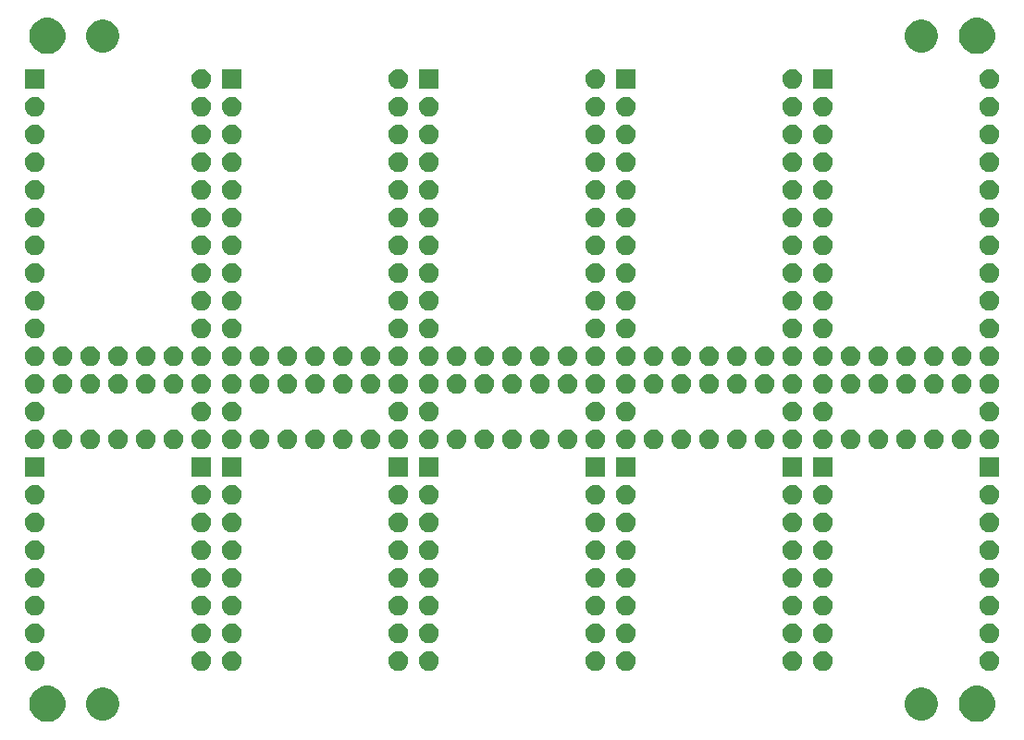
<source format=gts>
G04 #@! TF.GenerationSoftware,KiCad,Pcbnew,(5.1.5)-3*
G04 #@! TF.CreationDate,2019-12-30T21:57:11-08:00*
G04 #@! TF.ProjectId,teensy40-bb-panel,7465656e-7379-4343-902d-62622d70616e,A*
G04 #@! TF.SameCoordinates,Original*
G04 #@! TF.FileFunction,Soldermask,Top*
G04 #@! TF.FilePolarity,Negative*
%FSLAX46Y46*%
G04 Gerber Fmt 4.6, Leading zero omitted, Abs format (unit mm)*
G04 Created by KiCad (PCBNEW (5.1.5)-3) date 2019-12-30 21:57:11*
%MOMM*%
%LPD*%
G04 APERTURE LIST*
%ADD10C,0.100000*%
G04 APERTURE END LIST*
D10*
G36*
X188314521Y-137477639D02*
G01*
X188614947Y-137602080D01*
X188885324Y-137782740D01*
X189115260Y-138012676D01*
X189295920Y-138283053D01*
X189420361Y-138583479D01*
X189483800Y-138902410D01*
X189483800Y-139227590D01*
X189420361Y-139546521D01*
X189295920Y-139846947D01*
X189115260Y-140117324D01*
X188885324Y-140347260D01*
X188614947Y-140527920D01*
X188314521Y-140652361D01*
X187995590Y-140715800D01*
X187670410Y-140715800D01*
X187351479Y-140652361D01*
X187051053Y-140527920D01*
X186780676Y-140347260D01*
X186550740Y-140117324D01*
X186370080Y-139846947D01*
X186245639Y-139546521D01*
X186182200Y-139227590D01*
X186182200Y-138902410D01*
X186245639Y-138583479D01*
X186370080Y-138283053D01*
X186550740Y-138012676D01*
X186780676Y-137782740D01*
X187051053Y-137602080D01*
X187351479Y-137477639D01*
X187670410Y-137414200D01*
X187995590Y-137414200D01*
X188314521Y-137477639D01*
G37*
G36*
X103224521Y-137477639D02*
G01*
X103524947Y-137602080D01*
X103795324Y-137782740D01*
X104025260Y-138012676D01*
X104205920Y-138283053D01*
X104330361Y-138583479D01*
X104393800Y-138902410D01*
X104393800Y-139227590D01*
X104330361Y-139546521D01*
X104205920Y-139846947D01*
X104025260Y-140117324D01*
X103795324Y-140347260D01*
X103524947Y-140527920D01*
X103224521Y-140652361D01*
X102905590Y-140715800D01*
X102580410Y-140715800D01*
X102261479Y-140652361D01*
X101961053Y-140527920D01*
X101690676Y-140347260D01*
X101460740Y-140117324D01*
X101280080Y-139846947D01*
X101155639Y-139546521D01*
X101092200Y-139227590D01*
X101092200Y-138902410D01*
X101155639Y-138583479D01*
X101280080Y-138283053D01*
X101460740Y-138012676D01*
X101690676Y-137782740D01*
X101961053Y-137602080D01*
X102261479Y-137477639D01*
X102580410Y-137414200D01*
X102905590Y-137414200D01*
X103224521Y-137477639D01*
G37*
G36*
X183190534Y-137622644D02*
G01*
X183463517Y-137735717D01*
X183709194Y-137899874D01*
X183918126Y-138108806D01*
X184082283Y-138354483D01*
X184195356Y-138627466D01*
X184253000Y-138917263D01*
X184253000Y-139212737D01*
X184195356Y-139502534D01*
X184082283Y-139775517D01*
X183918126Y-140021194D01*
X183709194Y-140230126D01*
X183463517Y-140394283D01*
X183190534Y-140507356D01*
X182900737Y-140565000D01*
X182605263Y-140565000D01*
X182315466Y-140507356D01*
X182042483Y-140394283D01*
X181796806Y-140230126D01*
X181587874Y-140021194D01*
X181423717Y-139775517D01*
X181310644Y-139502534D01*
X181253000Y-139212737D01*
X181253000Y-138917263D01*
X181310644Y-138627466D01*
X181423717Y-138354483D01*
X181587874Y-138108806D01*
X181796806Y-137899874D01*
X182042483Y-137735717D01*
X182315466Y-137622644D01*
X182605263Y-137565000D01*
X182900737Y-137565000D01*
X183190534Y-137622644D01*
G37*
G36*
X108260534Y-137622644D02*
G01*
X108533517Y-137735717D01*
X108779194Y-137899874D01*
X108988126Y-138108806D01*
X109152283Y-138354483D01*
X109265356Y-138627466D01*
X109323000Y-138917263D01*
X109323000Y-139212737D01*
X109265356Y-139502534D01*
X109152283Y-139775517D01*
X108988126Y-140021194D01*
X108779194Y-140230126D01*
X108533517Y-140394283D01*
X108260534Y-140507356D01*
X107970737Y-140565000D01*
X107675263Y-140565000D01*
X107385466Y-140507356D01*
X107112483Y-140394283D01*
X106866806Y-140230126D01*
X106657874Y-140021194D01*
X106493717Y-139775517D01*
X106380644Y-139502534D01*
X106323000Y-139212737D01*
X106323000Y-138917263D01*
X106380644Y-138627466D01*
X106493717Y-138354483D01*
X106657874Y-138108806D01*
X106866806Y-137899874D01*
X107112483Y-137735717D01*
X107385466Y-137622644D01*
X107675263Y-137565000D01*
X107970737Y-137565000D01*
X108260534Y-137622644D01*
G37*
G36*
X171204754Y-134261817D02*
G01*
X171368689Y-134329721D01*
X171516227Y-134428303D01*
X171641697Y-134553773D01*
X171740279Y-134701311D01*
X171808183Y-134865246D01*
X171842800Y-135039279D01*
X171842800Y-135216721D01*
X171808183Y-135390754D01*
X171740279Y-135554689D01*
X171641697Y-135702227D01*
X171516227Y-135827697D01*
X171368689Y-135926279D01*
X171204754Y-135994183D01*
X171030721Y-136028800D01*
X170853279Y-136028800D01*
X170679246Y-135994183D01*
X170515311Y-135926279D01*
X170367773Y-135827697D01*
X170242303Y-135702227D01*
X170143721Y-135554689D01*
X170075817Y-135390754D01*
X170041200Y-135216721D01*
X170041200Y-135039279D01*
X170075817Y-134865246D01*
X170143721Y-134701311D01*
X170242303Y-134553773D01*
X170367773Y-134428303D01*
X170515311Y-134329721D01*
X170679246Y-134261817D01*
X170853279Y-134227200D01*
X171030721Y-134227200D01*
X171204754Y-134261817D01*
G37*
G36*
X117102754Y-134261817D02*
G01*
X117266689Y-134329721D01*
X117414227Y-134428303D01*
X117539697Y-134553773D01*
X117638279Y-134701311D01*
X117706183Y-134865246D01*
X117740800Y-135039279D01*
X117740800Y-135216721D01*
X117706183Y-135390754D01*
X117638279Y-135554689D01*
X117539697Y-135702227D01*
X117414227Y-135827697D01*
X117266689Y-135926279D01*
X117102754Y-135994183D01*
X116928721Y-136028800D01*
X116751279Y-136028800D01*
X116577246Y-135994183D01*
X116413311Y-135926279D01*
X116265773Y-135827697D01*
X116140303Y-135702227D01*
X116041721Y-135554689D01*
X115973817Y-135390754D01*
X115939200Y-135216721D01*
X115939200Y-135039279D01*
X115973817Y-134865246D01*
X116041721Y-134701311D01*
X116140303Y-134553773D01*
X116265773Y-134428303D01*
X116413311Y-134329721D01*
X116577246Y-134261817D01*
X116751279Y-134227200D01*
X116928721Y-134227200D01*
X117102754Y-134261817D01*
G37*
G36*
X101862754Y-134261817D02*
G01*
X102026689Y-134329721D01*
X102174227Y-134428303D01*
X102299697Y-134553773D01*
X102398279Y-134701311D01*
X102466183Y-134865246D01*
X102500800Y-135039279D01*
X102500800Y-135216721D01*
X102466183Y-135390754D01*
X102398279Y-135554689D01*
X102299697Y-135702227D01*
X102174227Y-135827697D01*
X102026689Y-135926279D01*
X101862754Y-135994183D01*
X101688721Y-136028800D01*
X101511279Y-136028800D01*
X101337246Y-135994183D01*
X101173311Y-135926279D01*
X101025773Y-135827697D01*
X100900303Y-135702227D01*
X100801721Y-135554689D01*
X100733817Y-135390754D01*
X100699200Y-135216721D01*
X100699200Y-135039279D01*
X100733817Y-134865246D01*
X100801721Y-134701311D01*
X100900303Y-134553773D01*
X101025773Y-134428303D01*
X101173311Y-134329721D01*
X101337246Y-134261817D01*
X101511279Y-134227200D01*
X101688721Y-134227200D01*
X101862754Y-134261817D01*
G37*
G36*
X153170754Y-134261817D02*
G01*
X153334689Y-134329721D01*
X153482227Y-134428303D01*
X153607697Y-134553773D01*
X153706279Y-134701311D01*
X153774183Y-134865246D01*
X153808800Y-135039279D01*
X153808800Y-135216721D01*
X153774183Y-135390754D01*
X153706279Y-135554689D01*
X153607697Y-135702227D01*
X153482227Y-135827697D01*
X153334689Y-135926279D01*
X153170754Y-135994183D01*
X152996721Y-136028800D01*
X152819279Y-136028800D01*
X152645246Y-135994183D01*
X152481311Y-135926279D01*
X152333773Y-135827697D01*
X152208303Y-135702227D01*
X152109721Y-135554689D01*
X152041817Y-135390754D01*
X152007200Y-135216721D01*
X152007200Y-135039279D01*
X152041817Y-134865246D01*
X152109721Y-134701311D01*
X152208303Y-134553773D01*
X152333773Y-134428303D01*
X152481311Y-134329721D01*
X152645246Y-134261817D01*
X152819279Y-134227200D01*
X152996721Y-134227200D01*
X153170754Y-134261817D01*
G37*
G36*
X137930754Y-134261817D02*
G01*
X138094689Y-134329721D01*
X138242227Y-134428303D01*
X138367697Y-134553773D01*
X138466279Y-134701311D01*
X138534183Y-134865246D01*
X138568800Y-135039279D01*
X138568800Y-135216721D01*
X138534183Y-135390754D01*
X138466279Y-135554689D01*
X138367697Y-135702227D01*
X138242227Y-135827697D01*
X138094689Y-135926279D01*
X137930754Y-135994183D01*
X137756721Y-136028800D01*
X137579279Y-136028800D01*
X137405246Y-135994183D01*
X137241311Y-135926279D01*
X137093773Y-135827697D01*
X136968303Y-135702227D01*
X136869721Y-135554689D01*
X136801817Y-135390754D01*
X136767200Y-135216721D01*
X136767200Y-135039279D01*
X136801817Y-134865246D01*
X136869721Y-134701311D01*
X136968303Y-134553773D01*
X137093773Y-134428303D01*
X137241311Y-134329721D01*
X137405246Y-134261817D01*
X137579279Y-134227200D01*
X137756721Y-134227200D01*
X137930754Y-134261817D01*
G37*
G36*
X135136754Y-134261817D02*
G01*
X135300689Y-134329721D01*
X135448227Y-134428303D01*
X135573697Y-134553773D01*
X135672279Y-134701311D01*
X135740183Y-134865246D01*
X135774800Y-135039279D01*
X135774800Y-135216721D01*
X135740183Y-135390754D01*
X135672279Y-135554689D01*
X135573697Y-135702227D01*
X135448227Y-135827697D01*
X135300689Y-135926279D01*
X135136754Y-135994183D01*
X134962721Y-136028800D01*
X134785279Y-136028800D01*
X134611246Y-135994183D01*
X134447311Y-135926279D01*
X134299773Y-135827697D01*
X134174303Y-135702227D01*
X134075721Y-135554689D01*
X134007817Y-135390754D01*
X133973200Y-135216721D01*
X133973200Y-135039279D01*
X134007817Y-134865246D01*
X134075721Y-134701311D01*
X134174303Y-134553773D01*
X134299773Y-134428303D01*
X134447311Y-134329721D01*
X134611246Y-134261817D01*
X134785279Y-134227200D01*
X134962721Y-134227200D01*
X135136754Y-134261817D01*
G37*
G36*
X119896754Y-134261817D02*
G01*
X120060689Y-134329721D01*
X120208227Y-134428303D01*
X120333697Y-134553773D01*
X120432279Y-134701311D01*
X120500183Y-134865246D01*
X120534800Y-135039279D01*
X120534800Y-135216721D01*
X120500183Y-135390754D01*
X120432279Y-135554689D01*
X120333697Y-135702227D01*
X120208227Y-135827697D01*
X120060689Y-135926279D01*
X119896754Y-135994183D01*
X119722721Y-136028800D01*
X119545279Y-136028800D01*
X119371246Y-135994183D01*
X119207311Y-135926279D01*
X119059773Y-135827697D01*
X118934303Y-135702227D01*
X118835721Y-135554689D01*
X118767817Y-135390754D01*
X118733200Y-135216721D01*
X118733200Y-135039279D01*
X118767817Y-134865246D01*
X118835721Y-134701311D01*
X118934303Y-134553773D01*
X119059773Y-134428303D01*
X119207311Y-134329721D01*
X119371246Y-134261817D01*
X119545279Y-134227200D01*
X119722721Y-134227200D01*
X119896754Y-134261817D01*
G37*
G36*
X173998754Y-134261817D02*
G01*
X174162689Y-134329721D01*
X174310227Y-134428303D01*
X174435697Y-134553773D01*
X174534279Y-134701311D01*
X174602183Y-134865246D01*
X174636800Y-135039279D01*
X174636800Y-135216721D01*
X174602183Y-135390754D01*
X174534279Y-135554689D01*
X174435697Y-135702227D01*
X174310227Y-135827697D01*
X174162689Y-135926279D01*
X173998754Y-135994183D01*
X173824721Y-136028800D01*
X173647279Y-136028800D01*
X173473246Y-135994183D01*
X173309311Y-135926279D01*
X173161773Y-135827697D01*
X173036303Y-135702227D01*
X172937721Y-135554689D01*
X172869817Y-135390754D01*
X172835200Y-135216721D01*
X172835200Y-135039279D01*
X172869817Y-134865246D01*
X172937721Y-134701311D01*
X173036303Y-134553773D01*
X173161773Y-134428303D01*
X173309311Y-134329721D01*
X173473246Y-134261817D01*
X173647279Y-134227200D01*
X173824721Y-134227200D01*
X173998754Y-134261817D01*
G37*
G36*
X189238754Y-134261817D02*
G01*
X189402689Y-134329721D01*
X189550227Y-134428303D01*
X189675697Y-134553773D01*
X189774279Y-134701311D01*
X189842183Y-134865246D01*
X189876800Y-135039279D01*
X189876800Y-135216721D01*
X189842183Y-135390754D01*
X189774279Y-135554689D01*
X189675697Y-135702227D01*
X189550227Y-135827697D01*
X189402689Y-135926279D01*
X189238754Y-135994183D01*
X189064721Y-136028800D01*
X188887279Y-136028800D01*
X188713246Y-135994183D01*
X188549311Y-135926279D01*
X188401773Y-135827697D01*
X188276303Y-135702227D01*
X188177721Y-135554689D01*
X188109817Y-135390754D01*
X188075200Y-135216721D01*
X188075200Y-135039279D01*
X188109817Y-134865246D01*
X188177721Y-134701311D01*
X188276303Y-134553773D01*
X188401773Y-134428303D01*
X188549311Y-134329721D01*
X188713246Y-134261817D01*
X188887279Y-134227200D01*
X189064721Y-134227200D01*
X189238754Y-134261817D01*
G37*
G36*
X155964754Y-134261817D02*
G01*
X156128689Y-134329721D01*
X156276227Y-134428303D01*
X156401697Y-134553773D01*
X156500279Y-134701311D01*
X156568183Y-134865246D01*
X156602800Y-135039279D01*
X156602800Y-135216721D01*
X156568183Y-135390754D01*
X156500279Y-135554689D01*
X156401697Y-135702227D01*
X156276227Y-135827697D01*
X156128689Y-135926279D01*
X155964754Y-135994183D01*
X155790721Y-136028800D01*
X155613279Y-136028800D01*
X155439246Y-135994183D01*
X155275311Y-135926279D01*
X155127773Y-135827697D01*
X155002303Y-135702227D01*
X154903721Y-135554689D01*
X154835817Y-135390754D01*
X154801200Y-135216721D01*
X154801200Y-135039279D01*
X154835817Y-134865246D01*
X154903721Y-134701311D01*
X155002303Y-134553773D01*
X155127773Y-134428303D01*
X155275311Y-134329721D01*
X155439246Y-134261817D01*
X155613279Y-134227200D01*
X155790721Y-134227200D01*
X155964754Y-134261817D01*
G37*
G36*
X155964754Y-131721817D02*
G01*
X156128689Y-131789721D01*
X156276227Y-131888303D01*
X156401697Y-132013773D01*
X156500279Y-132161311D01*
X156568183Y-132325246D01*
X156602800Y-132499279D01*
X156602800Y-132676721D01*
X156568183Y-132850754D01*
X156500279Y-133014689D01*
X156401697Y-133162227D01*
X156276227Y-133287697D01*
X156128689Y-133386279D01*
X155964754Y-133454183D01*
X155790721Y-133488800D01*
X155613279Y-133488800D01*
X155439246Y-133454183D01*
X155275311Y-133386279D01*
X155127773Y-133287697D01*
X155002303Y-133162227D01*
X154903721Y-133014689D01*
X154835817Y-132850754D01*
X154801200Y-132676721D01*
X154801200Y-132499279D01*
X154835817Y-132325246D01*
X154903721Y-132161311D01*
X155002303Y-132013773D01*
X155127773Y-131888303D01*
X155275311Y-131789721D01*
X155439246Y-131721817D01*
X155613279Y-131687200D01*
X155790721Y-131687200D01*
X155964754Y-131721817D01*
G37*
G36*
X119896754Y-131721817D02*
G01*
X120060689Y-131789721D01*
X120208227Y-131888303D01*
X120333697Y-132013773D01*
X120432279Y-132161311D01*
X120500183Y-132325246D01*
X120534800Y-132499279D01*
X120534800Y-132676721D01*
X120500183Y-132850754D01*
X120432279Y-133014689D01*
X120333697Y-133162227D01*
X120208227Y-133287697D01*
X120060689Y-133386279D01*
X119896754Y-133454183D01*
X119722721Y-133488800D01*
X119545279Y-133488800D01*
X119371246Y-133454183D01*
X119207311Y-133386279D01*
X119059773Y-133287697D01*
X118934303Y-133162227D01*
X118835721Y-133014689D01*
X118767817Y-132850754D01*
X118733200Y-132676721D01*
X118733200Y-132499279D01*
X118767817Y-132325246D01*
X118835721Y-132161311D01*
X118934303Y-132013773D01*
X119059773Y-131888303D01*
X119207311Y-131789721D01*
X119371246Y-131721817D01*
X119545279Y-131687200D01*
X119722721Y-131687200D01*
X119896754Y-131721817D01*
G37*
G36*
X189238754Y-131721817D02*
G01*
X189402689Y-131789721D01*
X189550227Y-131888303D01*
X189675697Y-132013773D01*
X189774279Y-132161311D01*
X189842183Y-132325246D01*
X189876800Y-132499279D01*
X189876800Y-132676721D01*
X189842183Y-132850754D01*
X189774279Y-133014689D01*
X189675697Y-133162227D01*
X189550227Y-133287697D01*
X189402689Y-133386279D01*
X189238754Y-133454183D01*
X189064721Y-133488800D01*
X188887279Y-133488800D01*
X188713246Y-133454183D01*
X188549311Y-133386279D01*
X188401773Y-133287697D01*
X188276303Y-133162227D01*
X188177721Y-133014689D01*
X188109817Y-132850754D01*
X188075200Y-132676721D01*
X188075200Y-132499279D01*
X188109817Y-132325246D01*
X188177721Y-132161311D01*
X188276303Y-132013773D01*
X188401773Y-131888303D01*
X188549311Y-131789721D01*
X188713246Y-131721817D01*
X188887279Y-131687200D01*
X189064721Y-131687200D01*
X189238754Y-131721817D01*
G37*
G36*
X171204754Y-131721817D02*
G01*
X171368689Y-131789721D01*
X171516227Y-131888303D01*
X171641697Y-132013773D01*
X171740279Y-132161311D01*
X171808183Y-132325246D01*
X171842800Y-132499279D01*
X171842800Y-132676721D01*
X171808183Y-132850754D01*
X171740279Y-133014689D01*
X171641697Y-133162227D01*
X171516227Y-133287697D01*
X171368689Y-133386279D01*
X171204754Y-133454183D01*
X171030721Y-133488800D01*
X170853279Y-133488800D01*
X170679246Y-133454183D01*
X170515311Y-133386279D01*
X170367773Y-133287697D01*
X170242303Y-133162227D01*
X170143721Y-133014689D01*
X170075817Y-132850754D01*
X170041200Y-132676721D01*
X170041200Y-132499279D01*
X170075817Y-132325246D01*
X170143721Y-132161311D01*
X170242303Y-132013773D01*
X170367773Y-131888303D01*
X170515311Y-131789721D01*
X170679246Y-131721817D01*
X170853279Y-131687200D01*
X171030721Y-131687200D01*
X171204754Y-131721817D01*
G37*
G36*
X173998754Y-131721817D02*
G01*
X174162689Y-131789721D01*
X174310227Y-131888303D01*
X174435697Y-132013773D01*
X174534279Y-132161311D01*
X174602183Y-132325246D01*
X174636800Y-132499279D01*
X174636800Y-132676721D01*
X174602183Y-132850754D01*
X174534279Y-133014689D01*
X174435697Y-133162227D01*
X174310227Y-133287697D01*
X174162689Y-133386279D01*
X173998754Y-133454183D01*
X173824721Y-133488800D01*
X173647279Y-133488800D01*
X173473246Y-133454183D01*
X173309311Y-133386279D01*
X173161773Y-133287697D01*
X173036303Y-133162227D01*
X172937721Y-133014689D01*
X172869817Y-132850754D01*
X172835200Y-132676721D01*
X172835200Y-132499279D01*
X172869817Y-132325246D01*
X172937721Y-132161311D01*
X173036303Y-132013773D01*
X173161773Y-131888303D01*
X173309311Y-131789721D01*
X173473246Y-131721817D01*
X173647279Y-131687200D01*
X173824721Y-131687200D01*
X173998754Y-131721817D01*
G37*
G36*
X153170754Y-131721817D02*
G01*
X153334689Y-131789721D01*
X153482227Y-131888303D01*
X153607697Y-132013773D01*
X153706279Y-132161311D01*
X153774183Y-132325246D01*
X153808800Y-132499279D01*
X153808800Y-132676721D01*
X153774183Y-132850754D01*
X153706279Y-133014689D01*
X153607697Y-133162227D01*
X153482227Y-133287697D01*
X153334689Y-133386279D01*
X153170754Y-133454183D01*
X152996721Y-133488800D01*
X152819279Y-133488800D01*
X152645246Y-133454183D01*
X152481311Y-133386279D01*
X152333773Y-133287697D01*
X152208303Y-133162227D01*
X152109721Y-133014689D01*
X152041817Y-132850754D01*
X152007200Y-132676721D01*
X152007200Y-132499279D01*
X152041817Y-132325246D01*
X152109721Y-132161311D01*
X152208303Y-132013773D01*
X152333773Y-131888303D01*
X152481311Y-131789721D01*
X152645246Y-131721817D01*
X152819279Y-131687200D01*
X152996721Y-131687200D01*
X153170754Y-131721817D01*
G37*
G36*
X137930754Y-131721817D02*
G01*
X138094689Y-131789721D01*
X138242227Y-131888303D01*
X138367697Y-132013773D01*
X138466279Y-132161311D01*
X138534183Y-132325246D01*
X138568800Y-132499279D01*
X138568800Y-132676721D01*
X138534183Y-132850754D01*
X138466279Y-133014689D01*
X138367697Y-133162227D01*
X138242227Y-133287697D01*
X138094689Y-133386279D01*
X137930754Y-133454183D01*
X137756721Y-133488800D01*
X137579279Y-133488800D01*
X137405246Y-133454183D01*
X137241311Y-133386279D01*
X137093773Y-133287697D01*
X136968303Y-133162227D01*
X136869721Y-133014689D01*
X136801817Y-132850754D01*
X136767200Y-132676721D01*
X136767200Y-132499279D01*
X136801817Y-132325246D01*
X136869721Y-132161311D01*
X136968303Y-132013773D01*
X137093773Y-131888303D01*
X137241311Y-131789721D01*
X137405246Y-131721817D01*
X137579279Y-131687200D01*
X137756721Y-131687200D01*
X137930754Y-131721817D01*
G37*
G36*
X101862754Y-131721817D02*
G01*
X102026689Y-131789721D01*
X102174227Y-131888303D01*
X102299697Y-132013773D01*
X102398279Y-132161311D01*
X102466183Y-132325246D01*
X102500800Y-132499279D01*
X102500800Y-132676721D01*
X102466183Y-132850754D01*
X102398279Y-133014689D01*
X102299697Y-133162227D01*
X102174227Y-133287697D01*
X102026689Y-133386279D01*
X101862754Y-133454183D01*
X101688721Y-133488800D01*
X101511279Y-133488800D01*
X101337246Y-133454183D01*
X101173311Y-133386279D01*
X101025773Y-133287697D01*
X100900303Y-133162227D01*
X100801721Y-133014689D01*
X100733817Y-132850754D01*
X100699200Y-132676721D01*
X100699200Y-132499279D01*
X100733817Y-132325246D01*
X100801721Y-132161311D01*
X100900303Y-132013773D01*
X101025773Y-131888303D01*
X101173311Y-131789721D01*
X101337246Y-131721817D01*
X101511279Y-131687200D01*
X101688721Y-131687200D01*
X101862754Y-131721817D01*
G37*
G36*
X135136754Y-131721817D02*
G01*
X135300689Y-131789721D01*
X135448227Y-131888303D01*
X135573697Y-132013773D01*
X135672279Y-132161311D01*
X135740183Y-132325246D01*
X135774800Y-132499279D01*
X135774800Y-132676721D01*
X135740183Y-132850754D01*
X135672279Y-133014689D01*
X135573697Y-133162227D01*
X135448227Y-133287697D01*
X135300689Y-133386279D01*
X135136754Y-133454183D01*
X134962721Y-133488800D01*
X134785279Y-133488800D01*
X134611246Y-133454183D01*
X134447311Y-133386279D01*
X134299773Y-133287697D01*
X134174303Y-133162227D01*
X134075721Y-133014689D01*
X134007817Y-132850754D01*
X133973200Y-132676721D01*
X133973200Y-132499279D01*
X134007817Y-132325246D01*
X134075721Y-132161311D01*
X134174303Y-132013773D01*
X134299773Y-131888303D01*
X134447311Y-131789721D01*
X134611246Y-131721817D01*
X134785279Y-131687200D01*
X134962721Y-131687200D01*
X135136754Y-131721817D01*
G37*
G36*
X117102754Y-131721817D02*
G01*
X117266689Y-131789721D01*
X117414227Y-131888303D01*
X117539697Y-132013773D01*
X117638279Y-132161311D01*
X117706183Y-132325246D01*
X117740800Y-132499279D01*
X117740800Y-132676721D01*
X117706183Y-132850754D01*
X117638279Y-133014689D01*
X117539697Y-133162227D01*
X117414227Y-133287697D01*
X117266689Y-133386279D01*
X117102754Y-133454183D01*
X116928721Y-133488800D01*
X116751279Y-133488800D01*
X116577246Y-133454183D01*
X116413311Y-133386279D01*
X116265773Y-133287697D01*
X116140303Y-133162227D01*
X116041721Y-133014689D01*
X115973817Y-132850754D01*
X115939200Y-132676721D01*
X115939200Y-132499279D01*
X115973817Y-132325246D01*
X116041721Y-132161311D01*
X116140303Y-132013773D01*
X116265773Y-131888303D01*
X116413311Y-131789721D01*
X116577246Y-131721817D01*
X116751279Y-131687200D01*
X116928721Y-131687200D01*
X117102754Y-131721817D01*
G37*
G36*
X137930754Y-129181817D02*
G01*
X138094689Y-129249721D01*
X138242227Y-129348303D01*
X138367697Y-129473773D01*
X138466279Y-129621311D01*
X138534183Y-129785246D01*
X138568800Y-129959279D01*
X138568800Y-130136721D01*
X138534183Y-130310754D01*
X138466279Y-130474689D01*
X138367697Y-130622227D01*
X138242227Y-130747697D01*
X138094689Y-130846279D01*
X137930754Y-130914183D01*
X137756721Y-130948800D01*
X137579279Y-130948800D01*
X137405246Y-130914183D01*
X137241311Y-130846279D01*
X137093773Y-130747697D01*
X136968303Y-130622227D01*
X136869721Y-130474689D01*
X136801817Y-130310754D01*
X136767200Y-130136721D01*
X136767200Y-129959279D01*
X136801817Y-129785246D01*
X136869721Y-129621311D01*
X136968303Y-129473773D01*
X137093773Y-129348303D01*
X137241311Y-129249721D01*
X137405246Y-129181817D01*
X137579279Y-129147200D01*
X137756721Y-129147200D01*
X137930754Y-129181817D01*
G37*
G36*
X171204754Y-129181817D02*
G01*
X171368689Y-129249721D01*
X171516227Y-129348303D01*
X171641697Y-129473773D01*
X171740279Y-129621311D01*
X171808183Y-129785246D01*
X171842800Y-129959279D01*
X171842800Y-130136721D01*
X171808183Y-130310754D01*
X171740279Y-130474689D01*
X171641697Y-130622227D01*
X171516227Y-130747697D01*
X171368689Y-130846279D01*
X171204754Y-130914183D01*
X171030721Y-130948800D01*
X170853279Y-130948800D01*
X170679246Y-130914183D01*
X170515311Y-130846279D01*
X170367773Y-130747697D01*
X170242303Y-130622227D01*
X170143721Y-130474689D01*
X170075817Y-130310754D01*
X170041200Y-130136721D01*
X170041200Y-129959279D01*
X170075817Y-129785246D01*
X170143721Y-129621311D01*
X170242303Y-129473773D01*
X170367773Y-129348303D01*
X170515311Y-129249721D01*
X170679246Y-129181817D01*
X170853279Y-129147200D01*
X171030721Y-129147200D01*
X171204754Y-129181817D01*
G37*
G36*
X135136754Y-129181817D02*
G01*
X135300689Y-129249721D01*
X135448227Y-129348303D01*
X135573697Y-129473773D01*
X135672279Y-129621311D01*
X135740183Y-129785246D01*
X135774800Y-129959279D01*
X135774800Y-130136721D01*
X135740183Y-130310754D01*
X135672279Y-130474689D01*
X135573697Y-130622227D01*
X135448227Y-130747697D01*
X135300689Y-130846279D01*
X135136754Y-130914183D01*
X134962721Y-130948800D01*
X134785279Y-130948800D01*
X134611246Y-130914183D01*
X134447311Y-130846279D01*
X134299773Y-130747697D01*
X134174303Y-130622227D01*
X134075721Y-130474689D01*
X134007817Y-130310754D01*
X133973200Y-130136721D01*
X133973200Y-129959279D01*
X134007817Y-129785246D01*
X134075721Y-129621311D01*
X134174303Y-129473773D01*
X134299773Y-129348303D01*
X134447311Y-129249721D01*
X134611246Y-129181817D01*
X134785279Y-129147200D01*
X134962721Y-129147200D01*
X135136754Y-129181817D01*
G37*
G36*
X119896754Y-129181817D02*
G01*
X120060689Y-129249721D01*
X120208227Y-129348303D01*
X120333697Y-129473773D01*
X120432279Y-129621311D01*
X120500183Y-129785246D01*
X120534800Y-129959279D01*
X120534800Y-130136721D01*
X120500183Y-130310754D01*
X120432279Y-130474689D01*
X120333697Y-130622227D01*
X120208227Y-130747697D01*
X120060689Y-130846279D01*
X119896754Y-130914183D01*
X119722721Y-130948800D01*
X119545279Y-130948800D01*
X119371246Y-130914183D01*
X119207311Y-130846279D01*
X119059773Y-130747697D01*
X118934303Y-130622227D01*
X118835721Y-130474689D01*
X118767817Y-130310754D01*
X118733200Y-130136721D01*
X118733200Y-129959279D01*
X118767817Y-129785246D01*
X118835721Y-129621311D01*
X118934303Y-129473773D01*
X119059773Y-129348303D01*
X119207311Y-129249721D01*
X119371246Y-129181817D01*
X119545279Y-129147200D01*
X119722721Y-129147200D01*
X119896754Y-129181817D01*
G37*
G36*
X189238754Y-129181817D02*
G01*
X189402689Y-129249721D01*
X189550227Y-129348303D01*
X189675697Y-129473773D01*
X189774279Y-129621311D01*
X189842183Y-129785246D01*
X189876800Y-129959279D01*
X189876800Y-130136721D01*
X189842183Y-130310754D01*
X189774279Y-130474689D01*
X189675697Y-130622227D01*
X189550227Y-130747697D01*
X189402689Y-130846279D01*
X189238754Y-130914183D01*
X189064721Y-130948800D01*
X188887279Y-130948800D01*
X188713246Y-130914183D01*
X188549311Y-130846279D01*
X188401773Y-130747697D01*
X188276303Y-130622227D01*
X188177721Y-130474689D01*
X188109817Y-130310754D01*
X188075200Y-130136721D01*
X188075200Y-129959279D01*
X188109817Y-129785246D01*
X188177721Y-129621311D01*
X188276303Y-129473773D01*
X188401773Y-129348303D01*
X188549311Y-129249721D01*
X188713246Y-129181817D01*
X188887279Y-129147200D01*
X189064721Y-129147200D01*
X189238754Y-129181817D01*
G37*
G36*
X173998754Y-129181817D02*
G01*
X174162689Y-129249721D01*
X174310227Y-129348303D01*
X174435697Y-129473773D01*
X174534279Y-129621311D01*
X174602183Y-129785246D01*
X174636800Y-129959279D01*
X174636800Y-130136721D01*
X174602183Y-130310754D01*
X174534279Y-130474689D01*
X174435697Y-130622227D01*
X174310227Y-130747697D01*
X174162689Y-130846279D01*
X173998754Y-130914183D01*
X173824721Y-130948800D01*
X173647279Y-130948800D01*
X173473246Y-130914183D01*
X173309311Y-130846279D01*
X173161773Y-130747697D01*
X173036303Y-130622227D01*
X172937721Y-130474689D01*
X172869817Y-130310754D01*
X172835200Y-130136721D01*
X172835200Y-129959279D01*
X172869817Y-129785246D01*
X172937721Y-129621311D01*
X173036303Y-129473773D01*
X173161773Y-129348303D01*
X173309311Y-129249721D01*
X173473246Y-129181817D01*
X173647279Y-129147200D01*
X173824721Y-129147200D01*
X173998754Y-129181817D01*
G37*
G36*
X153170754Y-129181817D02*
G01*
X153334689Y-129249721D01*
X153482227Y-129348303D01*
X153607697Y-129473773D01*
X153706279Y-129621311D01*
X153774183Y-129785246D01*
X153808800Y-129959279D01*
X153808800Y-130136721D01*
X153774183Y-130310754D01*
X153706279Y-130474689D01*
X153607697Y-130622227D01*
X153482227Y-130747697D01*
X153334689Y-130846279D01*
X153170754Y-130914183D01*
X152996721Y-130948800D01*
X152819279Y-130948800D01*
X152645246Y-130914183D01*
X152481311Y-130846279D01*
X152333773Y-130747697D01*
X152208303Y-130622227D01*
X152109721Y-130474689D01*
X152041817Y-130310754D01*
X152007200Y-130136721D01*
X152007200Y-129959279D01*
X152041817Y-129785246D01*
X152109721Y-129621311D01*
X152208303Y-129473773D01*
X152333773Y-129348303D01*
X152481311Y-129249721D01*
X152645246Y-129181817D01*
X152819279Y-129147200D01*
X152996721Y-129147200D01*
X153170754Y-129181817D01*
G37*
G36*
X101862754Y-129181817D02*
G01*
X102026689Y-129249721D01*
X102174227Y-129348303D01*
X102299697Y-129473773D01*
X102398279Y-129621311D01*
X102466183Y-129785246D01*
X102500800Y-129959279D01*
X102500800Y-130136721D01*
X102466183Y-130310754D01*
X102398279Y-130474689D01*
X102299697Y-130622227D01*
X102174227Y-130747697D01*
X102026689Y-130846279D01*
X101862754Y-130914183D01*
X101688721Y-130948800D01*
X101511279Y-130948800D01*
X101337246Y-130914183D01*
X101173311Y-130846279D01*
X101025773Y-130747697D01*
X100900303Y-130622227D01*
X100801721Y-130474689D01*
X100733817Y-130310754D01*
X100699200Y-130136721D01*
X100699200Y-129959279D01*
X100733817Y-129785246D01*
X100801721Y-129621311D01*
X100900303Y-129473773D01*
X101025773Y-129348303D01*
X101173311Y-129249721D01*
X101337246Y-129181817D01*
X101511279Y-129147200D01*
X101688721Y-129147200D01*
X101862754Y-129181817D01*
G37*
G36*
X117102754Y-129181817D02*
G01*
X117266689Y-129249721D01*
X117414227Y-129348303D01*
X117539697Y-129473773D01*
X117638279Y-129621311D01*
X117706183Y-129785246D01*
X117740800Y-129959279D01*
X117740800Y-130136721D01*
X117706183Y-130310754D01*
X117638279Y-130474689D01*
X117539697Y-130622227D01*
X117414227Y-130747697D01*
X117266689Y-130846279D01*
X117102754Y-130914183D01*
X116928721Y-130948800D01*
X116751279Y-130948800D01*
X116577246Y-130914183D01*
X116413311Y-130846279D01*
X116265773Y-130747697D01*
X116140303Y-130622227D01*
X116041721Y-130474689D01*
X115973817Y-130310754D01*
X115939200Y-130136721D01*
X115939200Y-129959279D01*
X115973817Y-129785246D01*
X116041721Y-129621311D01*
X116140303Y-129473773D01*
X116265773Y-129348303D01*
X116413311Y-129249721D01*
X116577246Y-129181817D01*
X116751279Y-129147200D01*
X116928721Y-129147200D01*
X117102754Y-129181817D01*
G37*
G36*
X155964754Y-129181817D02*
G01*
X156128689Y-129249721D01*
X156276227Y-129348303D01*
X156401697Y-129473773D01*
X156500279Y-129621311D01*
X156568183Y-129785246D01*
X156602800Y-129959279D01*
X156602800Y-130136721D01*
X156568183Y-130310754D01*
X156500279Y-130474689D01*
X156401697Y-130622227D01*
X156276227Y-130747697D01*
X156128689Y-130846279D01*
X155964754Y-130914183D01*
X155790721Y-130948800D01*
X155613279Y-130948800D01*
X155439246Y-130914183D01*
X155275311Y-130846279D01*
X155127773Y-130747697D01*
X155002303Y-130622227D01*
X154903721Y-130474689D01*
X154835817Y-130310754D01*
X154801200Y-130136721D01*
X154801200Y-129959279D01*
X154835817Y-129785246D01*
X154903721Y-129621311D01*
X155002303Y-129473773D01*
X155127773Y-129348303D01*
X155275311Y-129249721D01*
X155439246Y-129181817D01*
X155613279Y-129147200D01*
X155790721Y-129147200D01*
X155964754Y-129181817D01*
G37*
G36*
X135136754Y-126641817D02*
G01*
X135300689Y-126709721D01*
X135448227Y-126808303D01*
X135573697Y-126933773D01*
X135672279Y-127081311D01*
X135740183Y-127245246D01*
X135774800Y-127419279D01*
X135774800Y-127596721D01*
X135740183Y-127770754D01*
X135672279Y-127934689D01*
X135573697Y-128082227D01*
X135448227Y-128207697D01*
X135300689Y-128306279D01*
X135136754Y-128374183D01*
X134962721Y-128408800D01*
X134785279Y-128408800D01*
X134611246Y-128374183D01*
X134447311Y-128306279D01*
X134299773Y-128207697D01*
X134174303Y-128082227D01*
X134075721Y-127934689D01*
X134007817Y-127770754D01*
X133973200Y-127596721D01*
X133973200Y-127419279D01*
X134007817Y-127245246D01*
X134075721Y-127081311D01*
X134174303Y-126933773D01*
X134299773Y-126808303D01*
X134447311Y-126709721D01*
X134611246Y-126641817D01*
X134785279Y-126607200D01*
X134962721Y-126607200D01*
X135136754Y-126641817D01*
G37*
G36*
X189238754Y-126641817D02*
G01*
X189402689Y-126709721D01*
X189550227Y-126808303D01*
X189675697Y-126933773D01*
X189774279Y-127081311D01*
X189842183Y-127245246D01*
X189876800Y-127419279D01*
X189876800Y-127596721D01*
X189842183Y-127770754D01*
X189774279Y-127934689D01*
X189675697Y-128082227D01*
X189550227Y-128207697D01*
X189402689Y-128306279D01*
X189238754Y-128374183D01*
X189064721Y-128408800D01*
X188887279Y-128408800D01*
X188713246Y-128374183D01*
X188549311Y-128306279D01*
X188401773Y-128207697D01*
X188276303Y-128082227D01*
X188177721Y-127934689D01*
X188109817Y-127770754D01*
X188075200Y-127596721D01*
X188075200Y-127419279D01*
X188109817Y-127245246D01*
X188177721Y-127081311D01*
X188276303Y-126933773D01*
X188401773Y-126808303D01*
X188549311Y-126709721D01*
X188713246Y-126641817D01*
X188887279Y-126607200D01*
X189064721Y-126607200D01*
X189238754Y-126641817D01*
G37*
G36*
X171204754Y-126641817D02*
G01*
X171368689Y-126709721D01*
X171516227Y-126808303D01*
X171641697Y-126933773D01*
X171740279Y-127081311D01*
X171808183Y-127245246D01*
X171842800Y-127419279D01*
X171842800Y-127596721D01*
X171808183Y-127770754D01*
X171740279Y-127934689D01*
X171641697Y-128082227D01*
X171516227Y-128207697D01*
X171368689Y-128306279D01*
X171204754Y-128374183D01*
X171030721Y-128408800D01*
X170853279Y-128408800D01*
X170679246Y-128374183D01*
X170515311Y-128306279D01*
X170367773Y-128207697D01*
X170242303Y-128082227D01*
X170143721Y-127934689D01*
X170075817Y-127770754D01*
X170041200Y-127596721D01*
X170041200Y-127419279D01*
X170075817Y-127245246D01*
X170143721Y-127081311D01*
X170242303Y-126933773D01*
X170367773Y-126808303D01*
X170515311Y-126709721D01*
X170679246Y-126641817D01*
X170853279Y-126607200D01*
X171030721Y-126607200D01*
X171204754Y-126641817D01*
G37*
G36*
X155964754Y-126641817D02*
G01*
X156128689Y-126709721D01*
X156276227Y-126808303D01*
X156401697Y-126933773D01*
X156500279Y-127081311D01*
X156568183Y-127245246D01*
X156602800Y-127419279D01*
X156602800Y-127596721D01*
X156568183Y-127770754D01*
X156500279Y-127934689D01*
X156401697Y-128082227D01*
X156276227Y-128207697D01*
X156128689Y-128306279D01*
X155964754Y-128374183D01*
X155790721Y-128408800D01*
X155613279Y-128408800D01*
X155439246Y-128374183D01*
X155275311Y-128306279D01*
X155127773Y-128207697D01*
X155002303Y-128082227D01*
X154903721Y-127934689D01*
X154835817Y-127770754D01*
X154801200Y-127596721D01*
X154801200Y-127419279D01*
X154835817Y-127245246D01*
X154903721Y-127081311D01*
X155002303Y-126933773D01*
X155127773Y-126808303D01*
X155275311Y-126709721D01*
X155439246Y-126641817D01*
X155613279Y-126607200D01*
X155790721Y-126607200D01*
X155964754Y-126641817D01*
G37*
G36*
X173998754Y-126641817D02*
G01*
X174162689Y-126709721D01*
X174310227Y-126808303D01*
X174435697Y-126933773D01*
X174534279Y-127081311D01*
X174602183Y-127245246D01*
X174636800Y-127419279D01*
X174636800Y-127596721D01*
X174602183Y-127770754D01*
X174534279Y-127934689D01*
X174435697Y-128082227D01*
X174310227Y-128207697D01*
X174162689Y-128306279D01*
X173998754Y-128374183D01*
X173824721Y-128408800D01*
X173647279Y-128408800D01*
X173473246Y-128374183D01*
X173309311Y-128306279D01*
X173161773Y-128207697D01*
X173036303Y-128082227D01*
X172937721Y-127934689D01*
X172869817Y-127770754D01*
X172835200Y-127596721D01*
X172835200Y-127419279D01*
X172869817Y-127245246D01*
X172937721Y-127081311D01*
X173036303Y-126933773D01*
X173161773Y-126808303D01*
X173309311Y-126709721D01*
X173473246Y-126641817D01*
X173647279Y-126607200D01*
X173824721Y-126607200D01*
X173998754Y-126641817D01*
G37*
G36*
X119896754Y-126641817D02*
G01*
X120060689Y-126709721D01*
X120208227Y-126808303D01*
X120333697Y-126933773D01*
X120432279Y-127081311D01*
X120500183Y-127245246D01*
X120534800Y-127419279D01*
X120534800Y-127596721D01*
X120500183Y-127770754D01*
X120432279Y-127934689D01*
X120333697Y-128082227D01*
X120208227Y-128207697D01*
X120060689Y-128306279D01*
X119896754Y-128374183D01*
X119722721Y-128408800D01*
X119545279Y-128408800D01*
X119371246Y-128374183D01*
X119207311Y-128306279D01*
X119059773Y-128207697D01*
X118934303Y-128082227D01*
X118835721Y-127934689D01*
X118767817Y-127770754D01*
X118733200Y-127596721D01*
X118733200Y-127419279D01*
X118767817Y-127245246D01*
X118835721Y-127081311D01*
X118934303Y-126933773D01*
X119059773Y-126808303D01*
X119207311Y-126709721D01*
X119371246Y-126641817D01*
X119545279Y-126607200D01*
X119722721Y-126607200D01*
X119896754Y-126641817D01*
G37*
G36*
X117102754Y-126641817D02*
G01*
X117266689Y-126709721D01*
X117414227Y-126808303D01*
X117539697Y-126933773D01*
X117638279Y-127081311D01*
X117706183Y-127245246D01*
X117740800Y-127419279D01*
X117740800Y-127596721D01*
X117706183Y-127770754D01*
X117638279Y-127934689D01*
X117539697Y-128082227D01*
X117414227Y-128207697D01*
X117266689Y-128306279D01*
X117102754Y-128374183D01*
X116928721Y-128408800D01*
X116751279Y-128408800D01*
X116577246Y-128374183D01*
X116413311Y-128306279D01*
X116265773Y-128207697D01*
X116140303Y-128082227D01*
X116041721Y-127934689D01*
X115973817Y-127770754D01*
X115939200Y-127596721D01*
X115939200Y-127419279D01*
X115973817Y-127245246D01*
X116041721Y-127081311D01*
X116140303Y-126933773D01*
X116265773Y-126808303D01*
X116413311Y-126709721D01*
X116577246Y-126641817D01*
X116751279Y-126607200D01*
X116928721Y-126607200D01*
X117102754Y-126641817D01*
G37*
G36*
X153170754Y-126641817D02*
G01*
X153334689Y-126709721D01*
X153482227Y-126808303D01*
X153607697Y-126933773D01*
X153706279Y-127081311D01*
X153774183Y-127245246D01*
X153808800Y-127419279D01*
X153808800Y-127596721D01*
X153774183Y-127770754D01*
X153706279Y-127934689D01*
X153607697Y-128082227D01*
X153482227Y-128207697D01*
X153334689Y-128306279D01*
X153170754Y-128374183D01*
X152996721Y-128408800D01*
X152819279Y-128408800D01*
X152645246Y-128374183D01*
X152481311Y-128306279D01*
X152333773Y-128207697D01*
X152208303Y-128082227D01*
X152109721Y-127934689D01*
X152041817Y-127770754D01*
X152007200Y-127596721D01*
X152007200Y-127419279D01*
X152041817Y-127245246D01*
X152109721Y-127081311D01*
X152208303Y-126933773D01*
X152333773Y-126808303D01*
X152481311Y-126709721D01*
X152645246Y-126641817D01*
X152819279Y-126607200D01*
X152996721Y-126607200D01*
X153170754Y-126641817D01*
G37*
G36*
X101862754Y-126641817D02*
G01*
X102026689Y-126709721D01*
X102174227Y-126808303D01*
X102299697Y-126933773D01*
X102398279Y-127081311D01*
X102466183Y-127245246D01*
X102500800Y-127419279D01*
X102500800Y-127596721D01*
X102466183Y-127770754D01*
X102398279Y-127934689D01*
X102299697Y-128082227D01*
X102174227Y-128207697D01*
X102026689Y-128306279D01*
X101862754Y-128374183D01*
X101688721Y-128408800D01*
X101511279Y-128408800D01*
X101337246Y-128374183D01*
X101173311Y-128306279D01*
X101025773Y-128207697D01*
X100900303Y-128082227D01*
X100801721Y-127934689D01*
X100733817Y-127770754D01*
X100699200Y-127596721D01*
X100699200Y-127419279D01*
X100733817Y-127245246D01*
X100801721Y-127081311D01*
X100900303Y-126933773D01*
X101025773Y-126808303D01*
X101173311Y-126709721D01*
X101337246Y-126641817D01*
X101511279Y-126607200D01*
X101688721Y-126607200D01*
X101862754Y-126641817D01*
G37*
G36*
X137930754Y-126641817D02*
G01*
X138094689Y-126709721D01*
X138242227Y-126808303D01*
X138367697Y-126933773D01*
X138466279Y-127081311D01*
X138534183Y-127245246D01*
X138568800Y-127419279D01*
X138568800Y-127596721D01*
X138534183Y-127770754D01*
X138466279Y-127934689D01*
X138367697Y-128082227D01*
X138242227Y-128207697D01*
X138094689Y-128306279D01*
X137930754Y-128374183D01*
X137756721Y-128408800D01*
X137579279Y-128408800D01*
X137405246Y-128374183D01*
X137241311Y-128306279D01*
X137093773Y-128207697D01*
X136968303Y-128082227D01*
X136869721Y-127934689D01*
X136801817Y-127770754D01*
X136767200Y-127596721D01*
X136767200Y-127419279D01*
X136801817Y-127245246D01*
X136869721Y-127081311D01*
X136968303Y-126933773D01*
X137093773Y-126808303D01*
X137241311Y-126709721D01*
X137405246Y-126641817D01*
X137579279Y-126607200D01*
X137756721Y-126607200D01*
X137930754Y-126641817D01*
G37*
G36*
X153170754Y-124101817D02*
G01*
X153334689Y-124169721D01*
X153482227Y-124268303D01*
X153607697Y-124393773D01*
X153706279Y-124541311D01*
X153774183Y-124705246D01*
X153808800Y-124879279D01*
X153808800Y-125056721D01*
X153774183Y-125230754D01*
X153706279Y-125394689D01*
X153607697Y-125542227D01*
X153482227Y-125667697D01*
X153334689Y-125766279D01*
X153170754Y-125834183D01*
X152996721Y-125868800D01*
X152819279Y-125868800D01*
X152645246Y-125834183D01*
X152481311Y-125766279D01*
X152333773Y-125667697D01*
X152208303Y-125542227D01*
X152109721Y-125394689D01*
X152041817Y-125230754D01*
X152007200Y-125056721D01*
X152007200Y-124879279D01*
X152041817Y-124705246D01*
X152109721Y-124541311D01*
X152208303Y-124393773D01*
X152333773Y-124268303D01*
X152481311Y-124169721D01*
X152645246Y-124101817D01*
X152819279Y-124067200D01*
X152996721Y-124067200D01*
X153170754Y-124101817D01*
G37*
G36*
X171204754Y-124101817D02*
G01*
X171368689Y-124169721D01*
X171516227Y-124268303D01*
X171641697Y-124393773D01*
X171740279Y-124541311D01*
X171808183Y-124705246D01*
X171842800Y-124879279D01*
X171842800Y-125056721D01*
X171808183Y-125230754D01*
X171740279Y-125394689D01*
X171641697Y-125542227D01*
X171516227Y-125667697D01*
X171368689Y-125766279D01*
X171204754Y-125834183D01*
X171030721Y-125868800D01*
X170853279Y-125868800D01*
X170679246Y-125834183D01*
X170515311Y-125766279D01*
X170367773Y-125667697D01*
X170242303Y-125542227D01*
X170143721Y-125394689D01*
X170075817Y-125230754D01*
X170041200Y-125056721D01*
X170041200Y-124879279D01*
X170075817Y-124705246D01*
X170143721Y-124541311D01*
X170242303Y-124393773D01*
X170367773Y-124268303D01*
X170515311Y-124169721D01*
X170679246Y-124101817D01*
X170853279Y-124067200D01*
X171030721Y-124067200D01*
X171204754Y-124101817D01*
G37*
G36*
X135136754Y-124101817D02*
G01*
X135300689Y-124169721D01*
X135448227Y-124268303D01*
X135573697Y-124393773D01*
X135672279Y-124541311D01*
X135740183Y-124705246D01*
X135774800Y-124879279D01*
X135774800Y-125056721D01*
X135740183Y-125230754D01*
X135672279Y-125394689D01*
X135573697Y-125542227D01*
X135448227Y-125667697D01*
X135300689Y-125766279D01*
X135136754Y-125834183D01*
X134962721Y-125868800D01*
X134785279Y-125868800D01*
X134611246Y-125834183D01*
X134447311Y-125766279D01*
X134299773Y-125667697D01*
X134174303Y-125542227D01*
X134075721Y-125394689D01*
X134007817Y-125230754D01*
X133973200Y-125056721D01*
X133973200Y-124879279D01*
X134007817Y-124705246D01*
X134075721Y-124541311D01*
X134174303Y-124393773D01*
X134299773Y-124268303D01*
X134447311Y-124169721D01*
X134611246Y-124101817D01*
X134785279Y-124067200D01*
X134962721Y-124067200D01*
X135136754Y-124101817D01*
G37*
G36*
X155964754Y-124101817D02*
G01*
X156128689Y-124169721D01*
X156276227Y-124268303D01*
X156401697Y-124393773D01*
X156500279Y-124541311D01*
X156568183Y-124705246D01*
X156602800Y-124879279D01*
X156602800Y-125056721D01*
X156568183Y-125230754D01*
X156500279Y-125394689D01*
X156401697Y-125542227D01*
X156276227Y-125667697D01*
X156128689Y-125766279D01*
X155964754Y-125834183D01*
X155790721Y-125868800D01*
X155613279Y-125868800D01*
X155439246Y-125834183D01*
X155275311Y-125766279D01*
X155127773Y-125667697D01*
X155002303Y-125542227D01*
X154903721Y-125394689D01*
X154835817Y-125230754D01*
X154801200Y-125056721D01*
X154801200Y-124879279D01*
X154835817Y-124705246D01*
X154903721Y-124541311D01*
X155002303Y-124393773D01*
X155127773Y-124268303D01*
X155275311Y-124169721D01*
X155439246Y-124101817D01*
X155613279Y-124067200D01*
X155790721Y-124067200D01*
X155964754Y-124101817D01*
G37*
G36*
X137930754Y-124101817D02*
G01*
X138094689Y-124169721D01*
X138242227Y-124268303D01*
X138367697Y-124393773D01*
X138466279Y-124541311D01*
X138534183Y-124705246D01*
X138568800Y-124879279D01*
X138568800Y-125056721D01*
X138534183Y-125230754D01*
X138466279Y-125394689D01*
X138367697Y-125542227D01*
X138242227Y-125667697D01*
X138094689Y-125766279D01*
X137930754Y-125834183D01*
X137756721Y-125868800D01*
X137579279Y-125868800D01*
X137405246Y-125834183D01*
X137241311Y-125766279D01*
X137093773Y-125667697D01*
X136968303Y-125542227D01*
X136869721Y-125394689D01*
X136801817Y-125230754D01*
X136767200Y-125056721D01*
X136767200Y-124879279D01*
X136801817Y-124705246D01*
X136869721Y-124541311D01*
X136968303Y-124393773D01*
X137093773Y-124268303D01*
X137241311Y-124169721D01*
X137405246Y-124101817D01*
X137579279Y-124067200D01*
X137756721Y-124067200D01*
X137930754Y-124101817D01*
G37*
G36*
X119896754Y-124101817D02*
G01*
X120060689Y-124169721D01*
X120208227Y-124268303D01*
X120333697Y-124393773D01*
X120432279Y-124541311D01*
X120500183Y-124705246D01*
X120534800Y-124879279D01*
X120534800Y-125056721D01*
X120500183Y-125230754D01*
X120432279Y-125394689D01*
X120333697Y-125542227D01*
X120208227Y-125667697D01*
X120060689Y-125766279D01*
X119896754Y-125834183D01*
X119722721Y-125868800D01*
X119545279Y-125868800D01*
X119371246Y-125834183D01*
X119207311Y-125766279D01*
X119059773Y-125667697D01*
X118934303Y-125542227D01*
X118835721Y-125394689D01*
X118767817Y-125230754D01*
X118733200Y-125056721D01*
X118733200Y-124879279D01*
X118767817Y-124705246D01*
X118835721Y-124541311D01*
X118934303Y-124393773D01*
X119059773Y-124268303D01*
X119207311Y-124169721D01*
X119371246Y-124101817D01*
X119545279Y-124067200D01*
X119722721Y-124067200D01*
X119896754Y-124101817D01*
G37*
G36*
X117102754Y-124101817D02*
G01*
X117266689Y-124169721D01*
X117414227Y-124268303D01*
X117539697Y-124393773D01*
X117638279Y-124541311D01*
X117706183Y-124705246D01*
X117740800Y-124879279D01*
X117740800Y-125056721D01*
X117706183Y-125230754D01*
X117638279Y-125394689D01*
X117539697Y-125542227D01*
X117414227Y-125667697D01*
X117266689Y-125766279D01*
X117102754Y-125834183D01*
X116928721Y-125868800D01*
X116751279Y-125868800D01*
X116577246Y-125834183D01*
X116413311Y-125766279D01*
X116265773Y-125667697D01*
X116140303Y-125542227D01*
X116041721Y-125394689D01*
X115973817Y-125230754D01*
X115939200Y-125056721D01*
X115939200Y-124879279D01*
X115973817Y-124705246D01*
X116041721Y-124541311D01*
X116140303Y-124393773D01*
X116265773Y-124268303D01*
X116413311Y-124169721D01*
X116577246Y-124101817D01*
X116751279Y-124067200D01*
X116928721Y-124067200D01*
X117102754Y-124101817D01*
G37*
G36*
X173998754Y-124101817D02*
G01*
X174162689Y-124169721D01*
X174310227Y-124268303D01*
X174435697Y-124393773D01*
X174534279Y-124541311D01*
X174602183Y-124705246D01*
X174636800Y-124879279D01*
X174636800Y-125056721D01*
X174602183Y-125230754D01*
X174534279Y-125394689D01*
X174435697Y-125542227D01*
X174310227Y-125667697D01*
X174162689Y-125766279D01*
X173998754Y-125834183D01*
X173824721Y-125868800D01*
X173647279Y-125868800D01*
X173473246Y-125834183D01*
X173309311Y-125766279D01*
X173161773Y-125667697D01*
X173036303Y-125542227D01*
X172937721Y-125394689D01*
X172869817Y-125230754D01*
X172835200Y-125056721D01*
X172835200Y-124879279D01*
X172869817Y-124705246D01*
X172937721Y-124541311D01*
X173036303Y-124393773D01*
X173161773Y-124268303D01*
X173309311Y-124169721D01*
X173473246Y-124101817D01*
X173647279Y-124067200D01*
X173824721Y-124067200D01*
X173998754Y-124101817D01*
G37*
G36*
X189238754Y-124101817D02*
G01*
X189402689Y-124169721D01*
X189550227Y-124268303D01*
X189675697Y-124393773D01*
X189774279Y-124541311D01*
X189842183Y-124705246D01*
X189876800Y-124879279D01*
X189876800Y-125056721D01*
X189842183Y-125230754D01*
X189774279Y-125394689D01*
X189675697Y-125542227D01*
X189550227Y-125667697D01*
X189402689Y-125766279D01*
X189238754Y-125834183D01*
X189064721Y-125868800D01*
X188887279Y-125868800D01*
X188713246Y-125834183D01*
X188549311Y-125766279D01*
X188401773Y-125667697D01*
X188276303Y-125542227D01*
X188177721Y-125394689D01*
X188109817Y-125230754D01*
X188075200Y-125056721D01*
X188075200Y-124879279D01*
X188109817Y-124705246D01*
X188177721Y-124541311D01*
X188276303Y-124393773D01*
X188401773Y-124268303D01*
X188549311Y-124169721D01*
X188713246Y-124101817D01*
X188887279Y-124067200D01*
X189064721Y-124067200D01*
X189238754Y-124101817D01*
G37*
G36*
X101862754Y-124101817D02*
G01*
X102026689Y-124169721D01*
X102174227Y-124268303D01*
X102299697Y-124393773D01*
X102398279Y-124541311D01*
X102466183Y-124705246D01*
X102500800Y-124879279D01*
X102500800Y-125056721D01*
X102466183Y-125230754D01*
X102398279Y-125394689D01*
X102299697Y-125542227D01*
X102174227Y-125667697D01*
X102026689Y-125766279D01*
X101862754Y-125834183D01*
X101688721Y-125868800D01*
X101511279Y-125868800D01*
X101337246Y-125834183D01*
X101173311Y-125766279D01*
X101025773Y-125667697D01*
X100900303Y-125542227D01*
X100801721Y-125394689D01*
X100733817Y-125230754D01*
X100699200Y-125056721D01*
X100699200Y-124879279D01*
X100733817Y-124705246D01*
X100801721Y-124541311D01*
X100900303Y-124393773D01*
X101025773Y-124268303D01*
X101173311Y-124169721D01*
X101337246Y-124101817D01*
X101511279Y-124067200D01*
X101688721Y-124067200D01*
X101862754Y-124101817D01*
G37*
G36*
X117102754Y-121561817D02*
G01*
X117266689Y-121629721D01*
X117414227Y-121728303D01*
X117539697Y-121853773D01*
X117638279Y-122001311D01*
X117706183Y-122165246D01*
X117740800Y-122339279D01*
X117740800Y-122516721D01*
X117706183Y-122690754D01*
X117638279Y-122854689D01*
X117539697Y-123002227D01*
X117414227Y-123127697D01*
X117266689Y-123226279D01*
X117102754Y-123294183D01*
X116928721Y-123328800D01*
X116751279Y-123328800D01*
X116577246Y-123294183D01*
X116413311Y-123226279D01*
X116265773Y-123127697D01*
X116140303Y-123002227D01*
X116041721Y-122854689D01*
X115973817Y-122690754D01*
X115939200Y-122516721D01*
X115939200Y-122339279D01*
X115973817Y-122165246D01*
X116041721Y-122001311D01*
X116140303Y-121853773D01*
X116265773Y-121728303D01*
X116413311Y-121629721D01*
X116577246Y-121561817D01*
X116751279Y-121527200D01*
X116928721Y-121527200D01*
X117102754Y-121561817D01*
G37*
G36*
X135136754Y-121561817D02*
G01*
X135300689Y-121629721D01*
X135448227Y-121728303D01*
X135573697Y-121853773D01*
X135672279Y-122001311D01*
X135740183Y-122165246D01*
X135774800Y-122339279D01*
X135774800Y-122516721D01*
X135740183Y-122690754D01*
X135672279Y-122854689D01*
X135573697Y-123002227D01*
X135448227Y-123127697D01*
X135300689Y-123226279D01*
X135136754Y-123294183D01*
X134962721Y-123328800D01*
X134785279Y-123328800D01*
X134611246Y-123294183D01*
X134447311Y-123226279D01*
X134299773Y-123127697D01*
X134174303Y-123002227D01*
X134075721Y-122854689D01*
X134007817Y-122690754D01*
X133973200Y-122516721D01*
X133973200Y-122339279D01*
X134007817Y-122165246D01*
X134075721Y-122001311D01*
X134174303Y-121853773D01*
X134299773Y-121728303D01*
X134447311Y-121629721D01*
X134611246Y-121561817D01*
X134785279Y-121527200D01*
X134962721Y-121527200D01*
X135136754Y-121561817D01*
G37*
G36*
X171204754Y-121561817D02*
G01*
X171368689Y-121629721D01*
X171516227Y-121728303D01*
X171641697Y-121853773D01*
X171740279Y-122001311D01*
X171808183Y-122165246D01*
X171842800Y-122339279D01*
X171842800Y-122516721D01*
X171808183Y-122690754D01*
X171740279Y-122854689D01*
X171641697Y-123002227D01*
X171516227Y-123127697D01*
X171368689Y-123226279D01*
X171204754Y-123294183D01*
X171030721Y-123328800D01*
X170853279Y-123328800D01*
X170679246Y-123294183D01*
X170515311Y-123226279D01*
X170367773Y-123127697D01*
X170242303Y-123002227D01*
X170143721Y-122854689D01*
X170075817Y-122690754D01*
X170041200Y-122516721D01*
X170041200Y-122339279D01*
X170075817Y-122165246D01*
X170143721Y-122001311D01*
X170242303Y-121853773D01*
X170367773Y-121728303D01*
X170515311Y-121629721D01*
X170679246Y-121561817D01*
X170853279Y-121527200D01*
X171030721Y-121527200D01*
X171204754Y-121561817D01*
G37*
G36*
X119896754Y-121561817D02*
G01*
X120060689Y-121629721D01*
X120208227Y-121728303D01*
X120333697Y-121853773D01*
X120432279Y-122001311D01*
X120500183Y-122165246D01*
X120534800Y-122339279D01*
X120534800Y-122516721D01*
X120500183Y-122690754D01*
X120432279Y-122854689D01*
X120333697Y-123002227D01*
X120208227Y-123127697D01*
X120060689Y-123226279D01*
X119896754Y-123294183D01*
X119722721Y-123328800D01*
X119545279Y-123328800D01*
X119371246Y-123294183D01*
X119207311Y-123226279D01*
X119059773Y-123127697D01*
X118934303Y-123002227D01*
X118835721Y-122854689D01*
X118767817Y-122690754D01*
X118733200Y-122516721D01*
X118733200Y-122339279D01*
X118767817Y-122165246D01*
X118835721Y-122001311D01*
X118934303Y-121853773D01*
X119059773Y-121728303D01*
X119207311Y-121629721D01*
X119371246Y-121561817D01*
X119545279Y-121527200D01*
X119722721Y-121527200D01*
X119896754Y-121561817D01*
G37*
G36*
X189238754Y-121561817D02*
G01*
X189402689Y-121629721D01*
X189550227Y-121728303D01*
X189675697Y-121853773D01*
X189774279Y-122001311D01*
X189842183Y-122165246D01*
X189876800Y-122339279D01*
X189876800Y-122516721D01*
X189842183Y-122690754D01*
X189774279Y-122854689D01*
X189675697Y-123002227D01*
X189550227Y-123127697D01*
X189402689Y-123226279D01*
X189238754Y-123294183D01*
X189064721Y-123328800D01*
X188887279Y-123328800D01*
X188713246Y-123294183D01*
X188549311Y-123226279D01*
X188401773Y-123127697D01*
X188276303Y-123002227D01*
X188177721Y-122854689D01*
X188109817Y-122690754D01*
X188075200Y-122516721D01*
X188075200Y-122339279D01*
X188109817Y-122165246D01*
X188177721Y-122001311D01*
X188276303Y-121853773D01*
X188401773Y-121728303D01*
X188549311Y-121629721D01*
X188713246Y-121561817D01*
X188887279Y-121527200D01*
X189064721Y-121527200D01*
X189238754Y-121561817D01*
G37*
G36*
X155964754Y-121561817D02*
G01*
X156128689Y-121629721D01*
X156276227Y-121728303D01*
X156401697Y-121853773D01*
X156500279Y-122001311D01*
X156568183Y-122165246D01*
X156602800Y-122339279D01*
X156602800Y-122516721D01*
X156568183Y-122690754D01*
X156500279Y-122854689D01*
X156401697Y-123002227D01*
X156276227Y-123127697D01*
X156128689Y-123226279D01*
X155964754Y-123294183D01*
X155790721Y-123328800D01*
X155613279Y-123328800D01*
X155439246Y-123294183D01*
X155275311Y-123226279D01*
X155127773Y-123127697D01*
X155002303Y-123002227D01*
X154903721Y-122854689D01*
X154835817Y-122690754D01*
X154801200Y-122516721D01*
X154801200Y-122339279D01*
X154835817Y-122165246D01*
X154903721Y-122001311D01*
X155002303Y-121853773D01*
X155127773Y-121728303D01*
X155275311Y-121629721D01*
X155439246Y-121561817D01*
X155613279Y-121527200D01*
X155790721Y-121527200D01*
X155964754Y-121561817D01*
G37*
G36*
X173998754Y-121561817D02*
G01*
X174162689Y-121629721D01*
X174310227Y-121728303D01*
X174435697Y-121853773D01*
X174534279Y-122001311D01*
X174602183Y-122165246D01*
X174636800Y-122339279D01*
X174636800Y-122516721D01*
X174602183Y-122690754D01*
X174534279Y-122854689D01*
X174435697Y-123002227D01*
X174310227Y-123127697D01*
X174162689Y-123226279D01*
X173998754Y-123294183D01*
X173824721Y-123328800D01*
X173647279Y-123328800D01*
X173473246Y-123294183D01*
X173309311Y-123226279D01*
X173161773Y-123127697D01*
X173036303Y-123002227D01*
X172937721Y-122854689D01*
X172869817Y-122690754D01*
X172835200Y-122516721D01*
X172835200Y-122339279D01*
X172869817Y-122165246D01*
X172937721Y-122001311D01*
X173036303Y-121853773D01*
X173161773Y-121728303D01*
X173309311Y-121629721D01*
X173473246Y-121561817D01*
X173647279Y-121527200D01*
X173824721Y-121527200D01*
X173998754Y-121561817D01*
G37*
G36*
X137930754Y-121561817D02*
G01*
X138094689Y-121629721D01*
X138242227Y-121728303D01*
X138367697Y-121853773D01*
X138466279Y-122001311D01*
X138534183Y-122165246D01*
X138568800Y-122339279D01*
X138568800Y-122516721D01*
X138534183Y-122690754D01*
X138466279Y-122854689D01*
X138367697Y-123002227D01*
X138242227Y-123127697D01*
X138094689Y-123226279D01*
X137930754Y-123294183D01*
X137756721Y-123328800D01*
X137579279Y-123328800D01*
X137405246Y-123294183D01*
X137241311Y-123226279D01*
X137093773Y-123127697D01*
X136968303Y-123002227D01*
X136869721Y-122854689D01*
X136801817Y-122690754D01*
X136767200Y-122516721D01*
X136767200Y-122339279D01*
X136801817Y-122165246D01*
X136869721Y-122001311D01*
X136968303Y-121853773D01*
X137093773Y-121728303D01*
X137241311Y-121629721D01*
X137405246Y-121561817D01*
X137579279Y-121527200D01*
X137756721Y-121527200D01*
X137930754Y-121561817D01*
G37*
G36*
X153170754Y-121561817D02*
G01*
X153334689Y-121629721D01*
X153482227Y-121728303D01*
X153607697Y-121853773D01*
X153706279Y-122001311D01*
X153774183Y-122165246D01*
X153808800Y-122339279D01*
X153808800Y-122516721D01*
X153774183Y-122690754D01*
X153706279Y-122854689D01*
X153607697Y-123002227D01*
X153482227Y-123127697D01*
X153334689Y-123226279D01*
X153170754Y-123294183D01*
X152996721Y-123328800D01*
X152819279Y-123328800D01*
X152645246Y-123294183D01*
X152481311Y-123226279D01*
X152333773Y-123127697D01*
X152208303Y-123002227D01*
X152109721Y-122854689D01*
X152041817Y-122690754D01*
X152007200Y-122516721D01*
X152007200Y-122339279D01*
X152041817Y-122165246D01*
X152109721Y-122001311D01*
X152208303Y-121853773D01*
X152333773Y-121728303D01*
X152481311Y-121629721D01*
X152645246Y-121561817D01*
X152819279Y-121527200D01*
X152996721Y-121527200D01*
X153170754Y-121561817D01*
G37*
G36*
X101862754Y-121561817D02*
G01*
X102026689Y-121629721D01*
X102174227Y-121728303D01*
X102299697Y-121853773D01*
X102398279Y-122001311D01*
X102466183Y-122165246D01*
X102500800Y-122339279D01*
X102500800Y-122516721D01*
X102466183Y-122690754D01*
X102398279Y-122854689D01*
X102299697Y-123002227D01*
X102174227Y-123127697D01*
X102026689Y-123226279D01*
X101862754Y-123294183D01*
X101688721Y-123328800D01*
X101511279Y-123328800D01*
X101337246Y-123294183D01*
X101173311Y-123226279D01*
X101025773Y-123127697D01*
X100900303Y-123002227D01*
X100801721Y-122854689D01*
X100733817Y-122690754D01*
X100699200Y-122516721D01*
X100699200Y-122339279D01*
X100733817Y-122165246D01*
X100801721Y-122001311D01*
X100900303Y-121853773D01*
X101025773Y-121728303D01*
X101173311Y-121629721D01*
X101337246Y-121561817D01*
X101511279Y-121527200D01*
X101688721Y-121527200D01*
X101862754Y-121561817D01*
G37*
G36*
X189238754Y-119021817D02*
G01*
X189402689Y-119089721D01*
X189550227Y-119188303D01*
X189675697Y-119313773D01*
X189774279Y-119461311D01*
X189842183Y-119625246D01*
X189876800Y-119799279D01*
X189876800Y-119976721D01*
X189842183Y-120150754D01*
X189774279Y-120314689D01*
X189675697Y-120462227D01*
X189550227Y-120587697D01*
X189402689Y-120686279D01*
X189238754Y-120754183D01*
X189064721Y-120788800D01*
X188887279Y-120788800D01*
X188713246Y-120754183D01*
X188549311Y-120686279D01*
X188401773Y-120587697D01*
X188276303Y-120462227D01*
X188177721Y-120314689D01*
X188109817Y-120150754D01*
X188075200Y-119976721D01*
X188075200Y-119799279D01*
X188109817Y-119625246D01*
X188177721Y-119461311D01*
X188276303Y-119313773D01*
X188401773Y-119188303D01*
X188549311Y-119089721D01*
X188713246Y-119021817D01*
X188887279Y-118987200D01*
X189064721Y-118987200D01*
X189238754Y-119021817D01*
G37*
G36*
X171204754Y-119021817D02*
G01*
X171368689Y-119089721D01*
X171516227Y-119188303D01*
X171641697Y-119313773D01*
X171740279Y-119461311D01*
X171808183Y-119625246D01*
X171842800Y-119799279D01*
X171842800Y-119976721D01*
X171808183Y-120150754D01*
X171740279Y-120314689D01*
X171641697Y-120462227D01*
X171516227Y-120587697D01*
X171368689Y-120686279D01*
X171204754Y-120754183D01*
X171030721Y-120788800D01*
X170853279Y-120788800D01*
X170679246Y-120754183D01*
X170515311Y-120686279D01*
X170367773Y-120587697D01*
X170242303Y-120462227D01*
X170143721Y-120314689D01*
X170075817Y-120150754D01*
X170041200Y-119976721D01*
X170041200Y-119799279D01*
X170075817Y-119625246D01*
X170143721Y-119461311D01*
X170242303Y-119313773D01*
X170367773Y-119188303D01*
X170515311Y-119089721D01*
X170679246Y-119021817D01*
X170853279Y-118987200D01*
X171030721Y-118987200D01*
X171204754Y-119021817D01*
G37*
G36*
X135136754Y-119021817D02*
G01*
X135300689Y-119089721D01*
X135448227Y-119188303D01*
X135573697Y-119313773D01*
X135672279Y-119461311D01*
X135740183Y-119625246D01*
X135774800Y-119799279D01*
X135774800Y-119976721D01*
X135740183Y-120150754D01*
X135672279Y-120314689D01*
X135573697Y-120462227D01*
X135448227Y-120587697D01*
X135300689Y-120686279D01*
X135136754Y-120754183D01*
X134962721Y-120788800D01*
X134785279Y-120788800D01*
X134611246Y-120754183D01*
X134447311Y-120686279D01*
X134299773Y-120587697D01*
X134174303Y-120462227D01*
X134075721Y-120314689D01*
X134007817Y-120150754D01*
X133973200Y-119976721D01*
X133973200Y-119799279D01*
X134007817Y-119625246D01*
X134075721Y-119461311D01*
X134174303Y-119313773D01*
X134299773Y-119188303D01*
X134447311Y-119089721D01*
X134611246Y-119021817D01*
X134785279Y-118987200D01*
X134962721Y-118987200D01*
X135136754Y-119021817D01*
G37*
G36*
X153170754Y-119021817D02*
G01*
X153334689Y-119089721D01*
X153482227Y-119188303D01*
X153607697Y-119313773D01*
X153706279Y-119461311D01*
X153774183Y-119625246D01*
X153808800Y-119799279D01*
X153808800Y-119976721D01*
X153774183Y-120150754D01*
X153706279Y-120314689D01*
X153607697Y-120462227D01*
X153482227Y-120587697D01*
X153334689Y-120686279D01*
X153170754Y-120754183D01*
X152996721Y-120788800D01*
X152819279Y-120788800D01*
X152645246Y-120754183D01*
X152481311Y-120686279D01*
X152333773Y-120587697D01*
X152208303Y-120462227D01*
X152109721Y-120314689D01*
X152041817Y-120150754D01*
X152007200Y-119976721D01*
X152007200Y-119799279D01*
X152041817Y-119625246D01*
X152109721Y-119461311D01*
X152208303Y-119313773D01*
X152333773Y-119188303D01*
X152481311Y-119089721D01*
X152645246Y-119021817D01*
X152819279Y-118987200D01*
X152996721Y-118987200D01*
X153170754Y-119021817D01*
G37*
G36*
X137930754Y-119021817D02*
G01*
X138094689Y-119089721D01*
X138242227Y-119188303D01*
X138367697Y-119313773D01*
X138466279Y-119461311D01*
X138534183Y-119625246D01*
X138568800Y-119799279D01*
X138568800Y-119976721D01*
X138534183Y-120150754D01*
X138466279Y-120314689D01*
X138367697Y-120462227D01*
X138242227Y-120587697D01*
X138094689Y-120686279D01*
X137930754Y-120754183D01*
X137756721Y-120788800D01*
X137579279Y-120788800D01*
X137405246Y-120754183D01*
X137241311Y-120686279D01*
X137093773Y-120587697D01*
X136968303Y-120462227D01*
X136869721Y-120314689D01*
X136801817Y-120150754D01*
X136767200Y-119976721D01*
X136767200Y-119799279D01*
X136801817Y-119625246D01*
X136869721Y-119461311D01*
X136968303Y-119313773D01*
X137093773Y-119188303D01*
X137241311Y-119089721D01*
X137405246Y-119021817D01*
X137579279Y-118987200D01*
X137756721Y-118987200D01*
X137930754Y-119021817D01*
G37*
G36*
X117102754Y-119021817D02*
G01*
X117266689Y-119089721D01*
X117414227Y-119188303D01*
X117539697Y-119313773D01*
X117638279Y-119461311D01*
X117706183Y-119625246D01*
X117740800Y-119799279D01*
X117740800Y-119976721D01*
X117706183Y-120150754D01*
X117638279Y-120314689D01*
X117539697Y-120462227D01*
X117414227Y-120587697D01*
X117266689Y-120686279D01*
X117102754Y-120754183D01*
X116928721Y-120788800D01*
X116751279Y-120788800D01*
X116577246Y-120754183D01*
X116413311Y-120686279D01*
X116265773Y-120587697D01*
X116140303Y-120462227D01*
X116041721Y-120314689D01*
X115973817Y-120150754D01*
X115939200Y-119976721D01*
X115939200Y-119799279D01*
X115973817Y-119625246D01*
X116041721Y-119461311D01*
X116140303Y-119313773D01*
X116265773Y-119188303D01*
X116413311Y-119089721D01*
X116577246Y-119021817D01*
X116751279Y-118987200D01*
X116928721Y-118987200D01*
X117102754Y-119021817D01*
G37*
G36*
X119896754Y-119021817D02*
G01*
X120060689Y-119089721D01*
X120208227Y-119188303D01*
X120333697Y-119313773D01*
X120432279Y-119461311D01*
X120500183Y-119625246D01*
X120534800Y-119799279D01*
X120534800Y-119976721D01*
X120500183Y-120150754D01*
X120432279Y-120314689D01*
X120333697Y-120462227D01*
X120208227Y-120587697D01*
X120060689Y-120686279D01*
X119896754Y-120754183D01*
X119722721Y-120788800D01*
X119545279Y-120788800D01*
X119371246Y-120754183D01*
X119207311Y-120686279D01*
X119059773Y-120587697D01*
X118934303Y-120462227D01*
X118835721Y-120314689D01*
X118767817Y-120150754D01*
X118733200Y-119976721D01*
X118733200Y-119799279D01*
X118767817Y-119625246D01*
X118835721Y-119461311D01*
X118934303Y-119313773D01*
X119059773Y-119188303D01*
X119207311Y-119089721D01*
X119371246Y-119021817D01*
X119545279Y-118987200D01*
X119722721Y-118987200D01*
X119896754Y-119021817D01*
G37*
G36*
X173998754Y-119021817D02*
G01*
X174162689Y-119089721D01*
X174310227Y-119188303D01*
X174435697Y-119313773D01*
X174534279Y-119461311D01*
X174602183Y-119625246D01*
X174636800Y-119799279D01*
X174636800Y-119976721D01*
X174602183Y-120150754D01*
X174534279Y-120314689D01*
X174435697Y-120462227D01*
X174310227Y-120587697D01*
X174162689Y-120686279D01*
X173998754Y-120754183D01*
X173824721Y-120788800D01*
X173647279Y-120788800D01*
X173473246Y-120754183D01*
X173309311Y-120686279D01*
X173161773Y-120587697D01*
X173036303Y-120462227D01*
X172937721Y-120314689D01*
X172869817Y-120150754D01*
X172835200Y-119976721D01*
X172835200Y-119799279D01*
X172869817Y-119625246D01*
X172937721Y-119461311D01*
X173036303Y-119313773D01*
X173161773Y-119188303D01*
X173309311Y-119089721D01*
X173473246Y-119021817D01*
X173647279Y-118987200D01*
X173824721Y-118987200D01*
X173998754Y-119021817D01*
G37*
G36*
X155964754Y-119021817D02*
G01*
X156128689Y-119089721D01*
X156276227Y-119188303D01*
X156401697Y-119313773D01*
X156500279Y-119461311D01*
X156568183Y-119625246D01*
X156602800Y-119799279D01*
X156602800Y-119976721D01*
X156568183Y-120150754D01*
X156500279Y-120314689D01*
X156401697Y-120462227D01*
X156276227Y-120587697D01*
X156128689Y-120686279D01*
X155964754Y-120754183D01*
X155790721Y-120788800D01*
X155613279Y-120788800D01*
X155439246Y-120754183D01*
X155275311Y-120686279D01*
X155127773Y-120587697D01*
X155002303Y-120462227D01*
X154903721Y-120314689D01*
X154835817Y-120150754D01*
X154801200Y-119976721D01*
X154801200Y-119799279D01*
X154835817Y-119625246D01*
X154903721Y-119461311D01*
X155002303Y-119313773D01*
X155127773Y-119188303D01*
X155275311Y-119089721D01*
X155439246Y-119021817D01*
X155613279Y-118987200D01*
X155790721Y-118987200D01*
X155964754Y-119021817D01*
G37*
G36*
X101862754Y-119021817D02*
G01*
X102026689Y-119089721D01*
X102174227Y-119188303D01*
X102299697Y-119313773D01*
X102398279Y-119461311D01*
X102466183Y-119625246D01*
X102500800Y-119799279D01*
X102500800Y-119976721D01*
X102466183Y-120150754D01*
X102398279Y-120314689D01*
X102299697Y-120462227D01*
X102174227Y-120587697D01*
X102026689Y-120686279D01*
X101862754Y-120754183D01*
X101688721Y-120788800D01*
X101511279Y-120788800D01*
X101337246Y-120754183D01*
X101173311Y-120686279D01*
X101025773Y-120587697D01*
X100900303Y-120462227D01*
X100801721Y-120314689D01*
X100733817Y-120150754D01*
X100699200Y-119976721D01*
X100699200Y-119799279D01*
X100733817Y-119625246D01*
X100801721Y-119461311D01*
X100900303Y-119313773D01*
X101025773Y-119188303D01*
X101173311Y-119089721D01*
X101337246Y-119021817D01*
X101511279Y-118987200D01*
X101688721Y-118987200D01*
X101862754Y-119021817D01*
G37*
G36*
X189876800Y-118248800D02*
G01*
X188075200Y-118248800D01*
X188075200Y-116447200D01*
X189876800Y-116447200D01*
X189876800Y-118248800D01*
G37*
G36*
X171842800Y-118248800D02*
G01*
X170041200Y-118248800D01*
X170041200Y-116447200D01*
X171842800Y-116447200D01*
X171842800Y-118248800D01*
G37*
G36*
X138568800Y-118248800D02*
G01*
X136767200Y-118248800D01*
X136767200Y-116447200D01*
X138568800Y-116447200D01*
X138568800Y-118248800D01*
G37*
G36*
X156602800Y-118248800D02*
G01*
X154801200Y-118248800D01*
X154801200Y-116447200D01*
X156602800Y-116447200D01*
X156602800Y-118248800D01*
G37*
G36*
X174636800Y-118248800D02*
G01*
X172835200Y-118248800D01*
X172835200Y-116447200D01*
X174636800Y-116447200D01*
X174636800Y-118248800D01*
G37*
G36*
X135774800Y-118248800D02*
G01*
X133973200Y-118248800D01*
X133973200Y-116447200D01*
X135774800Y-116447200D01*
X135774800Y-118248800D01*
G37*
G36*
X153808800Y-118248800D02*
G01*
X152007200Y-118248800D01*
X152007200Y-116447200D01*
X153808800Y-116447200D01*
X153808800Y-118248800D01*
G37*
G36*
X102500800Y-118248800D02*
G01*
X100699200Y-118248800D01*
X100699200Y-116447200D01*
X102500800Y-116447200D01*
X102500800Y-118248800D01*
G37*
G36*
X117740800Y-118248800D02*
G01*
X115939200Y-118248800D01*
X115939200Y-116447200D01*
X117740800Y-116447200D01*
X117740800Y-118248800D01*
G37*
G36*
X120534800Y-118248800D02*
G01*
X118733200Y-118248800D01*
X118733200Y-116447200D01*
X120534800Y-116447200D01*
X120534800Y-118248800D01*
G37*
G36*
X179078754Y-113941817D02*
G01*
X179242689Y-114009721D01*
X179390227Y-114108303D01*
X179515697Y-114233773D01*
X179614279Y-114381311D01*
X179682183Y-114545246D01*
X179716800Y-114719279D01*
X179716800Y-114896721D01*
X179682183Y-115070754D01*
X179614279Y-115234689D01*
X179515697Y-115382227D01*
X179390227Y-115507697D01*
X179242689Y-115606279D01*
X179078754Y-115674183D01*
X178904721Y-115708800D01*
X178727279Y-115708800D01*
X178553246Y-115674183D01*
X178389311Y-115606279D01*
X178241773Y-115507697D01*
X178116303Y-115382227D01*
X178017721Y-115234689D01*
X177949817Y-115070754D01*
X177915200Y-114896721D01*
X177915200Y-114719279D01*
X177949817Y-114545246D01*
X178017721Y-114381311D01*
X178116303Y-114233773D01*
X178241773Y-114108303D01*
X178389311Y-114009721D01*
X178553246Y-113941817D01*
X178727279Y-113907200D01*
X178904721Y-113907200D01*
X179078754Y-113941817D01*
G37*
G36*
X155964754Y-113941817D02*
G01*
X156128689Y-114009721D01*
X156276227Y-114108303D01*
X156401697Y-114233773D01*
X156500279Y-114381311D01*
X156568183Y-114545246D01*
X156602800Y-114719279D01*
X156602800Y-114896721D01*
X156568183Y-115070754D01*
X156500279Y-115234689D01*
X156401697Y-115382227D01*
X156276227Y-115507697D01*
X156128689Y-115606279D01*
X155964754Y-115674183D01*
X155790721Y-115708800D01*
X155613279Y-115708800D01*
X155439246Y-115674183D01*
X155275311Y-115606279D01*
X155127773Y-115507697D01*
X155002303Y-115382227D01*
X154903721Y-115234689D01*
X154835817Y-115070754D01*
X154801200Y-114896721D01*
X154801200Y-114719279D01*
X154835817Y-114545246D01*
X154903721Y-114381311D01*
X155002303Y-114233773D01*
X155127773Y-114108303D01*
X155275311Y-114009721D01*
X155439246Y-113941817D01*
X155613279Y-113907200D01*
X155790721Y-113907200D01*
X155964754Y-113941817D01*
G37*
G36*
X161044754Y-113941817D02*
G01*
X161208689Y-114009721D01*
X161356227Y-114108303D01*
X161481697Y-114233773D01*
X161580279Y-114381311D01*
X161648183Y-114545246D01*
X161682800Y-114719279D01*
X161682800Y-114896721D01*
X161648183Y-115070754D01*
X161580279Y-115234689D01*
X161481697Y-115382227D01*
X161356227Y-115507697D01*
X161208689Y-115606279D01*
X161044754Y-115674183D01*
X160870721Y-115708800D01*
X160693279Y-115708800D01*
X160519246Y-115674183D01*
X160355311Y-115606279D01*
X160207773Y-115507697D01*
X160082303Y-115382227D01*
X159983721Y-115234689D01*
X159915817Y-115070754D01*
X159881200Y-114896721D01*
X159881200Y-114719279D01*
X159915817Y-114545246D01*
X159983721Y-114381311D01*
X160082303Y-114233773D01*
X160207773Y-114108303D01*
X160355311Y-114009721D01*
X160519246Y-113941817D01*
X160693279Y-113907200D01*
X160870721Y-113907200D01*
X161044754Y-113941817D01*
G37*
G36*
X163584754Y-113941817D02*
G01*
X163748689Y-114009721D01*
X163896227Y-114108303D01*
X164021697Y-114233773D01*
X164120279Y-114381311D01*
X164188183Y-114545246D01*
X164222800Y-114719279D01*
X164222800Y-114896721D01*
X164188183Y-115070754D01*
X164120279Y-115234689D01*
X164021697Y-115382227D01*
X163896227Y-115507697D01*
X163748689Y-115606279D01*
X163584754Y-115674183D01*
X163410721Y-115708800D01*
X163233279Y-115708800D01*
X163059246Y-115674183D01*
X162895311Y-115606279D01*
X162747773Y-115507697D01*
X162622303Y-115382227D01*
X162523721Y-115234689D01*
X162455817Y-115070754D01*
X162421200Y-114896721D01*
X162421200Y-114719279D01*
X162455817Y-114545246D01*
X162523721Y-114381311D01*
X162622303Y-114233773D01*
X162747773Y-114108303D01*
X162895311Y-114009721D01*
X163059246Y-113941817D01*
X163233279Y-113907200D01*
X163410721Y-113907200D01*
X163584754Y-113941817D01*
G37*
G36*
X166124754Y-113941817D02*
G01*
X166288689Y-114009721D01*
X166436227Y-114108303D01*
X166561697Y-114233773D01*
X166660279Y-114381311D01*
X166728183Y-114545246D01*
X166762800Y-114719279D01*
X166762800Y-114896721D01*
X166728183Y-115070754D01*
X166660279Y-115234689D01*
X166561697Y-115382227D01*
X166436227Y-115507697D01*
X166288689Y-115606279D01*
X166124754Y-115674183D01*
X165950721Y-115708800D01*
X165773279Y-115708800D01*
X165599246Y-115674183D01*
X165435311Y-115606279D01*
X165287773Y-115507697D01*
X165162303Y-115382227D01*
X165063721Y-115234689D01*
X164995817Y-115070754D01*
X164961200Y-114896721D01*
X164961200Y-114719279D01*
X164995817Y-114545246D01*
X165063721Y-114381311D01*
X165162303Y-114233773D01*
X165287773Y-114108303D01*
X165435311Y-114009721D01*
X165599246Y-113941817D01*
X165773279Y-113907200D01*
X165950721Y-113907200D01*
X166124754Y-113941817D01*
G37*
G36*
X168664754Y-113941817D02*
G01*
X168828689Y-114009721D01*
X168976227Y-114108303D01*
X169101697Y-114233773D01*
X169200279Y-114381311D01*
X169268183Y-114545246D01*
X169302800Y-114719279D01*
X169302800Y-114896721D01*
X169268183Y-115070754D01*
X169200279Y-115234689D01*
X169101697Y-115382227D01*
X168976227Y-115507697D01*
X168828689Y-115606279D01*
X168664754Y-115674183D01*
X168490721Y-115708800D01*
X168313279Y-115708800D01*
X168139246Y-115674183D01*
X167975311Y-115606279D01*
X167827773Y-115507697D01*
X167702303Y-115382227D01*
X167603721Y-115234689D01*
X167535817Y-115070754D01*
X167501200Y-114896721D01*
X167501200Y-114719279D01*
X167535817Y-114545246D01*
X167603721Y-114381311D01*
X167702303Y-114233773D01*
X167827773Y-114108303D01*
X167975311Y-114009721D01*
X168139246Y-113941817D01*
X168313279Y-113907200D01*
X168490721Y-113907200D01*
X168664754Y-113941817D01*
G37*
G36*
X171204754Y-113941817D02*
G01*
X171368689Y-114009721D01*
X171516227Y-114108303D01*
X171641697Y-114233773D01*
X171740279Y-114381311D01*
X171808183Y-114545246D01*
X171842800Y-114719279D01*
X171842800Y-114896721D01*
X171808183Y-115070754D01*
X171740279Y-115234689D01*
X171641697Y-115382227D01*
X171516227Y-115507697D01*
X171368689Y-115606279D01*
X171204754Y-115674183D01*
X171030721Y-115708800D01*
X170853279Y-115708800D01*
X170679246Y-115674183D01*
X170515311Y-115606279D01*
X170367773Y-115507697D01*
X170242303Y-115382227D01*
X170143721Y-115234689D01*
X170075817Y-115070754D01*
X170041200Y-114896721D01*
X170041200Y-114719279D01*
X170075817Y-114545246D01*
X170143721Y-114381311D01*
X170242303Y-114233773D01*
X170367773Y-114108303D01*
X170515311Y-114009721D01*
X170679246Y-113941817D01*
X170853279Y-113907200D01*
X171030721Y-113907200D01*
X171204754Y-113941817D01*
G37*
G36*
X176538754Y-113941817D02*
G01*
X176702689Y-114009721D01*
X176850227Y-114108303D01*
X176975697Y-114233773D01*
X177074279Y-114381311D01*
X177142183Y-114545246D01*
X177176800Y-114719279D01*
X177176800Y-114896721D01*
X177142183Y-115070754D01*
X177074279Y-115234689D01*
X176975697Y-115382227D01*
X176850227Y-115507697D01*
X176702689Y-115606279D01*
X176538754Y-115674183D01*
X176364721Y-115708800D01*
X176187279Y-115708800D01*
X176013246Y-115674183D01*
X175849311Y-115606279D01*
X175701773Y-115507697D01*
X175576303Y-115382227D01*
X175477721Y-115234689D01*
X175409817Y-115070754D01*
X175375200Y-114896721D01*
X175375200Y-114719279D01*
X175409817Y-114545246D01*
X175477721Y-114381311D01*
X175576303Y-114233773D01*
X175701773Y-114108303D01*
X175849311Y-114009721D01*
X176013246Y-113941817D01*
X176187279Y-113907200D01*
X176364721Y-113907200D01*
X176538754Y-113941817D01*
G37*
G36*
X101862754Y-113941817D02*
G01*
X102026689Y-114009721D01*
X102174227Y-114108303D01*
X102299697Y-114233773D01*
X102398279Y-114381311D01*
X102466183Y-114545246D01*
X102500800Y-114719279D01*
X102500800Y-114896721D01*
X102466183Y-115070754D01*
X102398279Y-115234689D01*
X102299697Y-115382227D01*
X102174227Y-115507697D01*
X102026689Y-115606279D01*
X101862754Y-115674183D01*
X101688721Y-115708800D01*
X101511279Y-115708800D01*
X101337246Y-115674183D01*
X101173311Y-115606279D01*
X101025773Y-115507697D01*
X100900303Y-115382227D01*
X100801721Y-115234689D01*
X100733817Y-115070754D01*
X100699200Y-114896721D01*
X100699200Y-114719279D01*
X100733817Y-114545246D01*
X100801721Y-114381311D01*
X100900303Y-114233773D01*
X101025773Y-114108303D01*
X101173311Y-114009721D01*
X101337246Y-113941817D01*
X101511279Y-113907200D01*
X101688721Y-113907200D01*
X101862754Y-113941817D01*
G37*
G36*
X104402754Y-113941817D02*
G01*
X104566689Y-114009721D01*
X104714227Y-114108303D01*
X104839697Y-114233773D01*
X104938279Y-114381311D01*
X105006183Y-114545246D01*
X105040800Y-114719279D01*
X105040800Y-114896721D01*
X105006183Y-115070754D01*
X104938279Y-115234689D01*
X104839697Y-115382227D01*
X104714227Y-115507697D01*
X104566689Y-115606279D01*
X104402754Y-115674183D01*
X104228721Y-115708800D01*
X104051279Y-115708800D01*
X103877246Y-115674183D01*
X103713311Y-115606279D01*
X103565773Y-115507697D01*
X103440303Y-115382227D01*
X103341721Y-115234689D01*
X103273817Y-115070754D01*
X103239200Y-114896721D01*
X103239200Y-114719279D01*
X103273817Y-114545246D01*
X103341721Y-114381311D01*
X103440303Y-114233773D01*
X103565773Y-114108303D01*
X103713311Y-114009721D01*
X103877246Y-113941817D01*
X104051279Y-113907200D01*
X104228721Y-113907200D01*
X104402754Y-113941817D01*
G37*
G36*
X106942754Y-113941817D02*
G01*
X107106689Y-114009721D01*
X107254227Y-114108303D01*
X107379697Y-114233773D01*
X107478279Y-114381311D01*
X107546183Y-114545246D01*
X107580800Y-114719279D01*
X107580800Y-114896721D01*
X107546183Y-115070754D01*
X107478279Y-115234689D01*
X107379697Y-115382227D01*
X107254227Y-115507697D01*
X107106689Y-115606279D01*
X106942754Y-115674183D01*
X106768721Y-115708800D01*
X106591279Y-115708800D01*
X106417246Y-115674183D01*
X106253311Y-115606279D01*
X106105773Y-115507697D01*
X105980303Y-115382227D01*
X105881721Y-115234689D01*
X105813817Y-115070754D01*
X105779200Y-114896721D01*
X105779200Y-114719279D01*
X105813817Y-114545246D01*
X105881721Y-114381311D01*
X105980303Y-114233773D01*
X106105773Y-114108303D01*
X106253311Y-114009721D01*
X106417246Y-113941817D01*
X106591279Y-113907200D01*
X106768721Y-113907200D01*
X106942754Y-113941817D01*
G37*
G36*
X109482754Y-113941817D02*
G01*
X109646689Y-114009721D01*
X109794227Y-114108303D01*
X109919697Y-114233773D01*
X110018279Y-114381311D01*
X110086183Y-114545246D01*
X110120800Y-114719279D01*
X110120800Y-114896721D01*
X110086183Y-115070754D01*
X110018279Y-115234689D01*
X109919697Y-115382227D01*
X109794227Y-115507697D01*
X109646689Y-115606279D01*
X109482754Y-115674183D01*
X109308721Y-115708800D01*
X109131279Y-115708800D01*
X108957246Y-115674183D01*
X108793311Y-115606279D01*
X108645773Y-115507697D01*
X108520303Y-115382227D01*
X108421721Y-115234689D01*
X108353817Y-115070754D01*
X108319200Y-114896721D01*
X108319200Y-114719279D01*
X108353817Y-114545246D01*
X108421721Y-114381311D01*
X108520303Y-114233773D01*
X108645773Y-114108303D01*
X108793311Y-114009721D01*
X108957246Y-113941817D01*
X109131279Y-113907200D01*
X109308721Y-113907200D01*
X109482754Y-113941817D01*
G37*
G36*
X112022754Y-113941817D02*
G01*
X112186689Y-114009721D01*
X112334227Y-114108303D01*
X112459697Y-114233773D01*
X112558279Y-114381311D01*
X112626183Y-114545246D01*
X112660800Y-114719279D01*
X112660800Y-114896721D01*
X112626183Y-115070754D01*
X112558279Y-115234689D01*
X112459697Y-115382227D01*
X112334227Y-115507697D01*
X112186689Y-115606279D01*
X112022754Y-115674183D01*
X111848721Y-115708800D01*
X111671279Y-115708800D01*
X111497246Y-115674183D01*
X111333311Y-115606279D01*
X111185773Y-115507697D01*
X111060303Y-115382227D01*
X110961721Y-115234689D01*
X110893817Y-115070754D01*
X110859200Y-114896721D01*
X110859200Y-114719279D01*
X110893817Y-114545246D01*
X110961721Y-114381311D01*
X111060303Y-114233773D01*
X111185773Y-114108303D01*
X111333311Y-114009721D01*
X111497246Y-113941817D01*
X111671279Y-113907200D01*
X111848721Y-113907200D01*
X112022754Y-113941817D01*
G37*
G36*
X114562754Y-113941817D02*
G01*
X114726689Y-114009721D01*
X114874227Y-114108303D01*
X114999697Y-114233773D01*
X115098279Y-114381311D01*
X115166183Y-114545246D01*
X115200800Y-114719279D01*
X115200800Y-114896721D01*
X115166183Y-115070754D01*
X115098279Y-115234689D01*
X114999697Y-115382227D01*
X114874227Y-115507697D01*
X114726689Y-115606279D01*
X114562754Y-115674183D01*
X114388721Y-115708800D01*
X114211279Y-115708800D01*
X114037246Y-115674183D01*
X113873311Y-115606279D01*
X113725773Y-115507697D01*
X113600303Y-115382227D01*
X113501721Y-115234689D01*
X113433817Y-115070754D01*
X113399200Y-114896721D01*
X113399200Y-114719279D01*
X113433817Y-114545246D01*
X113501721Y-114381311D01*
X113600303Y-114233773D01*
X113725773Y-114108303D01*
X113873311Y-114009721D01*
X114037246Y-113941817D01*
X114211279Y-113907200D01*
X114388721Y-113907200D01*
X114562754Y-113941817D01*
G37*
G36*
X137930754Y-113941817D02*
G01*
X138094689Y-114009721D01*
X138242227Y-114108303D01*
X138367697Y-114233773D01*
X138466279Y-114381311D01*
X138534183Y-114545246D01*
X138568800Y-114719279D01*
X138568800Y-114896721D01*
X138534183Y-115070754D01*
X138466279Y-115234689D01*
X138367697Y-115382227D01*
X138242227Y-115507697D01*
X138094689Y-115606279D01*
X137930754Y-115674183D01*
X137756721Y-115708800D01*
X137579279Y-115708800D01*
X137405246Y-115674183D01*
X137241311Y-115606279D01*
X137093773Y-115507697D01*
X136968303Y-115382227D01*
X136869721Y-115234689D01*
X136801817Y-115070754D01*
X136767200Y-114896721D01*
X136767200Y-114719279D01*
X136801817Y-114545246D01*
X136869721Y-114381311D01*
X136968303Y-114233773D01*
X137093773Y-114108303D01*
X137241311Y-114009721D01*
X137405246Y-113941817D01*
X137579279Y-113907200D01*
X137756721Y-113907200D01*
X137930754Y-113941817D01*
G37*
G36*
X117102754Y-113941817D02*
G01*
X117266689Y-114009721D01*
X117414227Y-114108303D01*
X117539697Y-114233773D01*
X117638279Y-114381311D01*
X117706183Y-114545246D01*
X117740800Y-114719279D01*
X117740800Y-114896721D01*
X117706183Y-115070754D01*
X117638279Y-115234689D01*
X117539697Y-115382227D01*
X117414227Y-115507697D01*
X117266689Y-115606279D01*
X117102754Y-115674183D01*
X116928721Y-115708800D01*
X116751279Y-115708800D01*
X116577246Y-115674183D01*
X116413311Y-115606279D01*
X116265773Y-115507697D01*
X116140303Y-115382227D01*
X116041721Y-115234689D01*
X115973817Y-115070754D01*
X115939200Y-114896721D01*
X115939200Y-114719279D01*
X115973817Y-114545246D01*
X116041721Y-114381311D01*
X116140303Y-114233773D01*
X116265773Y-114108303D01*
X116413311Y-114009721D01*
X116577246Y-113941817D01*
X116751279Y-113907200D01*
X116928721Y-113907200D01*
X117102754Y-113941817D01*
G37*
G36*
X153170754Y-113941817D02*
G01*
X153334689Y-114009721D01*
X153482227Y-114108303D01*
X153607697Y-114233773D01*
X153706279Y-114381311D01*
X153774183Y-114545246D01*
X153808800Y-114719279D01*
X153808800Y-114896721D01*
X153774183Y-115070754D01*
X153706279Y-115234689D01*
X153607697Y-115382227D01*
X153482227Y-115507697D01*
X153334689Y-115606279D01*
X153170754Y-115674183D01*
X152996721Y-115708800D01*
X152819279Y-115708800D01*
X152645246Y-115674183D01*
X152481311Y-115606279D01*
X152333773Y-115507697D01*
X152208303Y-115382227D01*
X152109721Y-115234689D01*
X152041817Y-115070754D01*
X152007200Y-114896721D01*
X152007200Y-114719279D01*
X152041817Y-114545246D01*
X152109721Y-114381311D01*
X152208303Y-114233773D01*
X152333773Y-114108303D01*
X152481311Y-114009721D01*
X152645246Y-113941817D01*
X152819279Y-113907200D01*
X152996721Y-113907200D01*
X153170754Y-113941817D01*
G37*
G36*
X150630754Y-113941817D02*
G01*
X150794689Y-114009721D01*
X150942227Y-114108303D01*
X151067697Y-114233773D01*
X151166279Y-114381311D01*
X151234183Y-114545246D01*
X151268800Y-114719279D01*
X151268800Y-114896721D01*
X151234183Y-115070754D01*
X151166279Y-115234689D01*
X151067697Y-115382227D01*
X150942227Y-115507697D01*
X150794689Y-115606279D01*
X150630754Y-115674183D01*
X150456721Y-115708800D01*
X150279279Y-115708800D01*
X150105246Y-115674183D01*
X149941311Y-115606279D01*
X149793773Y-115507697D01*
X149668303Y-115382227D01*
X149569721Y-115234689D01*
X149501817Y-115070754D01*
X149467200Y-114896721D01*
X149467200Y-114719279D01*
X149501817Y-114545246D01*
X149569721Y-114381311D01*
X149668303Y-114233773D01*
X149793773Y-114108303D01*
X149941311Y-114009721D01*
X150105246Y-113941817D01*
X150279279Y-113907200D01*
X150456721Y-113907200D01*
X150630754Y-113941817D01*
G37*
G36*
X135136754Y-113941817D02*
G01*
X135300689Y-114009721D01*
X135448227Y-114108303D01*
X135573697Y-114233773D01*
X135672279Y-114381311D01*
X135740183Y-114545246D01*
X135774800Y-114719279D01*
X135774800Y-114896721D01*
X135740183Y-115070754D01*
X135672279Y-115234689D01*
X135573697Y-115382227D01*
X135448227Y-115507697D01*
X135300689Y-115606279D01*
X135136754Y-115674183D01*
X134962721Y-115708800D01*
X134785279Y-115708800D01*
X134611246Y-115674183D01*
X134447311Y-115606279D01*
X134299773Y-115507697D01*
X134174303Y-115382227D01*
X134075721Y-115234689D01*
X134007817Y-115070754D01*
X133973200Y-114896721D01*
X133973200Y-114719279D01*
X134007817Y-114545246D01*
X134075721Y-114381311D01*
X134174303Y-114233773D01*
X134299773Y-114108303D01*
X134447311Y-114009721D01*
X134611246Y-113941817D01*
X134785279Y-113907200D01*
X134962721Y-113907200D01*
X135136754Y-113941817D01*
G37*
G36*
X148090754Y-113941817D02*
G01*
X148254689Y-114009721D01*
X148402227Y-114108303D01*
X148527697Y-114233773D01*
X148626279Y-114381311D01*
X148694183Y-114545246D01*
X148728800Y-114719279D01*
X148728800Y-114896721D01*
X148694183Y-115070754D01*
X148626279Y-115234689D01*
X148527697Y-115382227D01*
X148402227Y-115507697D01*
X148254689Y-115606279D01*
X148090754Y-115674183D01*
X147916721Y-115708800D01*
X147739279Y-115708800D01*
X147565246Y-115674183D01*
X147401311Y-115606279D01*
X147253773Y-115507697D01*
X147128303Y-115382227D01*
X147029721Y-115234689D01*
X146961817Y-115070754D01*
X146927200Y-114896721D01*
X146927200Y-114719279D01*
X146961817Y-114545246D01*
X147029721Y-114381311D01*
X147128303Y-114233773D01*
X147253773Y-114108303D01*
X147401311Y-114009721D01*
X147565246Y-113941817D01*
X147739279Y-113907200D01*
X147916721Y-113907200D01*
X148090754Y-113941817D01*
G37*
G36*
X145550754Y-113941817D02*
G01*
X145714689Y-114009721D01*
X145862227Y-114108303D01*
X145987697Y-114233773D01*
X146086279Y-114381311D01*
X146154183Y-114545246D01*
X146188800Y-114719279D01*
X146188800Y-114896721D01*
X146154183Y-115070754D01*
X146086279Y-115234689D01*
X145987697Y-115382227D01*
X145862227Y-115507697D01*
X145714689Y-115606279D01*
X145550754Y-115674183D01*
X145376721Y-115708800D01*
X145199279Y-115708800D01*
X145025246Y-115674183D01*
X144861311Y-115606279D01*
X144713773Y-115507697D01*
X144588303Y-115382227D01*
X144489721Y-115234689D01*
X144421817Y-115070754D01*
X144387200Y-114896721D01*
X144387200Y-114719279D01*
X144421817Y-114545246D01*
X144489721Y-114381311D01*
X144588303Y-114233773D01*
X144713773Y-114108303D01*
X144861311Y-114009721D01*
X145025246Y-113941817D01*
X145199279Y-113907200D01*
X145376721Y-113907200D01*
X145550754Y-113941817D01*
G37*
G36*
X143010754Y-113941817D02*
G01*
X143174689Y-114009721D01*
X143322227Y-114108303D01*
X143447697Y-114233773D01*
X143546279Y-114381311D01*
X143614183Y-114545246D01*
X143648800Y-114719279D01*
X143648800Y-114896721D01*
X143614183Y-115070754D01*
X143546279Y-115234689D01*
X143447697Y-115382227D01*
X143322227Y-115507697D01*
X143174689Y-115606279D01*
X143010754Y-115674183D01*
X142836721Y-115708800D01*
X142659279Y-115708800D01*
X142485246Y-115674183D01*
X142321311Y-115606279D01*
X142173773Y-115507697D01*
X142048303Y-115382227D01*
X141949721Y-115234689D01*
X141881817Y-115070754D01*
X141847200Y-114896721D01*
X141847200Y-114719279D01*
X141881817Y-114545246D01*
X141949721Y-114381311D01*
X142048303Y-114233773D01*
X142173773Y-114108303D01*
X142321311Y-114009721D01*
X142485246Y-113941817D01*
X142659279Y-113907200D01*
X142836721Y-113907200D01*
X143010754Y-113941817D01*
G37*
G36*
X140470754Y-113941817D02*
G01*
X140634689Y-114009721D01*
X140782227Y-114108303D01*
X140907697Y-114233773D01*
X141006279Y-114381311D01*
X141074183Y-114545246D01*
X141108800Y-114719279D01*
X141108800Y-114896721D01*
X141074183Y-115070754D01*
X141006279Y-115234689D01*
X140907697Y-115382227D01*
X140782227Y-115507697D01*
X140634689Y-115606279D01*
X140470754Y-115674183D01*
X140296721Y-115708800D01*
X140119279Y-115708800D01*
X139945246Y-115674183D01*
X139781311Y-115606279D01*
X139633773Y-115507697D01*
X139508303Y-115382227D01*
X139409721Y-115234689D01*
X139341817Y-115070754D01*
X139307200Y-114896721D01*
X139307200Y-114719279D01*
X139341817Y-114545246D01*
X139409721Y-114381311D01*
X139508303Y-114233773D01*
X139633773Y-114108303D01*
X139781311Y-114009721D01*
X139945246Y-113941817D01*
X140119279Y-113907200D01*
X140296721Y-113907200D01*
X140470754Y-113941817D01*
G37*
G36*
X189238754Y-113941817D02*
G01*
X189402689Y-114009721D01*
X189550227Y-114108303D01*
X189675697Y-114233773D01*
X189774279Y-114381311D01*
X189842183Y-114545246D01*
X189876800Y-114719279D01*
X189876800Y-114896721D01*
X189842183Y-115070754D01*
X189774279Y-115234689D01*
X189675697Y-115382227D01*
X189550227Y-115507697D01*
X189402689Y-115606279D01*
X189238754Y-115674183D01*
X189064721Y-115708800D01*
X188887279Y-115708800D01*
X188713246Y-115674183D01*
X188549311Y-115606279D01*
X188401773Y-115507697D01*
X188276303Y-115382227D01*
X188177721Y-115234689D01*
X188109817Y-115070754D01*
X188075200Y-114896721D01*
X188075200Y-114719279D01*
X188109817Y-114545246D01*
X188177721Y-114381311D01*
X188276303Y-114233773D01*
X188401773Y-114108303D01*
X188549311Y-114009721D01*
X188713246Y-113941817D01*
X188887279Y-113907200D01*
X189064721Y-113907200D01*
X189238754Y-113941817D01*
G37*
G36*
X173998754Y-113941817D02*
G01*
X174162689Y-114009721D01*
X174310227Y-114108303D01*
X174435697Y-114233773D01*
X174534279Y-114381311D01*
X174602183Y-114545246D01*
X174636800Y-114719279D01*
X174636800Y-114896721D01*
X174602183Y-115070754D01*
X174534279Y-115234689D01*
X174435697Y-115382227D01*
X174310227Y-115507697D01*
X174162689Y-115606279D01*
X173998754Y-115674183D01*
X173824721Y-115708800D01*
X173647279Y-115708800D01*
X173473246Y-115674183D01*
X173309311Y-115606279D01*
X173161773Y-115507697D01*
X173036303Y-115382227D01*
X172937721Y-115234689D01*
X172869817Y-115070754D01*
X172835200Y-114896721D01*
X172835200Y-114719279D01*
X172869817Y-114545246D01*
X172937721Y-114381311D01*
X173036303Y-114233773D01*
X173161773Y-114108303D01*
X173309311Y-114009721D01*
X173473246Y-113941817D01*
X173647279Y-113907200D01*
X173824721Y-113907200D01*
X173998754Y-113941817D01*
G37*
G36*
X186698754Y-113941817D02*
G01*
X186862689Y-114009721D01*
X187010227Y-114108303D01*
X187135697Y-114233773D01*
X187234279Y-114381311D01*
X187302183Y-114545246D01*
X187336800Y-114719279D01*
X187336800Y-114896721D01*
X187302183Y-115070754D01*
X187234279Y-115234689D01*
X187135697Y-115382227D01*
X187010227Y-115507697D01*
X186862689Y-115606279D01*
X186698754Y-115674183D01*
X186524721Y-115708800D01*
X186347279Y-115708800D01*
X186173246Y-115674183D01*
X186009311Y-115606279D01*
X185861773Y-115507697D01*
X185736303Y-115382227D01*
X185637721Y-115234689D01*
X185569817Y-115070754D01*
X185535200Y-114896721D01*
X185535200Y-114719279D01*
X185569817Y-114545246D01*
X185637721Y-114381311D01*
X185736303Y-114233773D01*
X185861773Y-114108303D01*
X186009311Y-114009721D01*
X186173246Y-113941817D01*
X186347279Y-113907200D01*
X186524721Y-113907200D01*
X186698754Y-113941817D01*
G37*
G36*
X184158754Y-113941817D02*
G01*
X184322689Y-114009721D01*
X184470227Y-114108303D01*
X184595697Y-114233773D01*
X184694279Y-114381311D01*
X184762183Y-114545246D01*
X184796800Y-114719279D01*
X184796800Y-114896721D01*
X184762183Y-115070754D01*
X184694279Y-115234689D01*
X184595697Y-115382227D01*
X184470227Y-115507697D01*
X184322689Y-115606279D01*
X184158754Y-115674183D01*
X183984721Y-115708800D01*
X183807279Y-115708800D01*
X183633246Y-115674183D01*
X183469311Y-115606279D01*
X183321773Y-115507697D01*
X183196303Y-115382227D01*
X183097721Y-115234689D01*
X183029817Y-115070754D01*
X182995200Y-114896721D01*
X182995200Y-114719279D01*
X183029817Y-114545246D01*
X183097721Y-114381311D01*
X183196303Y-114233773D01*
X183321773Y-114108303D01*
X183469311Y-114009721D01*
X183633246Y-113941817D01*
X183807279Y-113907200D01*
X183984721Y-113907200D01*
X184158754Y-113941817D01*
G37*
G36*
X181618754Y-113941817D02*
G01*
X181782689Y-114009721D01*
X181930227Y-114108303D01*
X182055697Y-114233773D01*
X182154279Y-114381311D01*
X182222183Y-114545246D01*
X182256800Y-114719279D01*
X182256800Y-114896721D01*
X182222183Y-115070754D01*
X182154279Y-115234689D01*
X182055697Y-115382227D01*
X181930227Y-115507697D01*
X181782689Y-115606279D01*
X181618754Y-115674183D01*
X181444721Y-115708800D01*
X181267279Y-115708800D01*
X181093246Y-115674183D01*
X180929311Y-115606279D01*
X180781773Y-115507697D01*
X180656303Y-115382227D01*
X180557721Y-115234689D01*
X180489817Y-115070754D01*
X180455200Y-114896721D01*
X180455200Y-114719279D01*
X180489817Y-114545246D01*
X180557721Y-114381311D01*
X180656303Y-114233773D01*
X180781773Y-114108303D01*
X180929311Y-114009721D01*
X181093246Y-113941817D01*
X181267279Y-113907200D01*
X181444721Y-113907200D01*
X181618754Y-113941817D01*
G37*
G36*
X158504754Y-113941817D02*
G01*
X158668689Y-114009721D01*
X158816227Y-114108303D01*
X158941697Y-114233773D01*
X159040279Y-114381311D01*
X159108183Y-114545246D01*
X159142800Y-114719279D01*
X159142800Y-114896721D01*
X159108183Y-115070754D01*
X159040279Y-115234689D01*
X158941697Y-115382227D01*
X158816227Y-115507697D01*
X158668689Y-115606279D01*
X158504754Y-115674183D01*
X158330721Y-115708800D01*
X158153279Y-115708800D01*
X157979246Y-115674183D01*
X157815311Y-115606279D01*
X157667773Y-115507697D01*
X157542303Y-115382227D01*
X157443721Y-115234689D01*
X157375817Y-115070754D01*
X157341200Y-114896721D01*
X157341200Y-114719279D01*
X157375817Y-114545246D01*
X157443721Y-114381311D01*
X157542303Y-114233773D01*
X157667773Y-114108303D01*
X157815311Y-114009721D01*
X157979246Y-113941817D01*
X158153279Y-113907200D01*
X158330721Y-113907200D01*
X158504754Y-113941817D01*
G37*
G36*
X124976754Y-113941817D02*
G01*
X125140689Y-114009721D01*
X125288227Y-114108303D01*
X125413697Y-114233773D01*
X125512279Y-114381311D01*
X125580183Y-114545246D01*
X125614800Y-114719279D01*
X125614800Y-114896721D01*
X125580183Y-115070754D01*
X125512279Y-115234689D01*
X125413697Y-115382227D01*
X125288227Y-115507697D01*
X125140689Y-115606279D01*
X124976754Y-115674183D01*
X124802721Y-115708800D01*
X124625279Y-115708800D01*
X124451246Y-115674183D01*
X124287311Y-115606279D01*
X124139773Y-115507697D01*
X124014303Y-115382227D01*
X123915721Y-115234689D01*
X123847817Y-115070754D01*
X123813200Y-114896721D01*
X123813200Y-114719279D01*
X123847817Y-114545246D01*
X123915721Y-114381311D01*
X124014303Y-114233773D01*
X124139773Y-114108303D01*
X124287311Y-114009721D01*
X124451246Y-113941817D01*
X124625279Y-113907200D01*
X124802721Y-113907200D01*
X124976754Y-113941817D01*
G37*
G36*
X122436754Y-113941817D02*
G01*
X122600689Y-114009721D01*
X122748227Y-114108303D01*
X122873697Y-114233773D01*
X122972279Y-114381311D01*
X123040183Y-114545246D01*
X123074800Y-114719279D01*
X123074800Y-114896721D01*
X123040183Y-115070754D01*
X122972279Y-115234689D01*
X122873697Y-115382227D01*
X122748227Y-115507697D01*
X122600689Y-115606279D01*
X122436754Y-115674183D01*
X122262721Y-115708800D01*
X122085279Y-115708800D01*
X121911246Y-115674183D01*
X121747311Y-115606279D01*
X121599773Y-115507697D01*
X121474303Y-115382227D01*
X121375721Y-115234689D01*
X121307817Y-115070754D01*
X121273200Y-114896721D01*
X121273200Y-114719279D01*
X121307817Y-114545246D01*
X121375721Y-114381311D01*
X121474303Y-114233773D01*
X121599773Y-114108303D01*
X121747311Y-114009721D01*
X121911246Y-113941817D01*
X122085279Y-113907200D01*
X122262721Y-113907200D01*
X122436754Y-113941817D01*
G37*
G36*
X127516754Y-113941817D02*
G01*
X127680689Y-114009721D01*
X127828227Y-114108303D01*
X127953697Y-114233773D01*
X128052279Y-114381311D01*
X128120183Y-114545246D01*
X128154800Y-114719279D01*
X128154800Y-114896721D01*
X128120183Y-115070754D01*
X128052279Y-115234689D01*
X127953697Y-115382227D01*
X127828227Y-115507697D01*
X127680689Y-115606279D01*
X127516754Y-115674183D01*
X127342721Y-115708800D01*
X127165279Y-115708800D01*
X126991246Y-115674183D01*
X126827311Y-115606279D01*
X126679773Y-115507697D01*
X126554303Y-115382227D01*
X126455721Y-115234689D01*
X126387817Y-115070754D01*
X126353200Y-114896721D01*
X126353200Y-114719279D01*
X126387817Y-114545246D01*
X126455721Y-114381311D01*
X126554303Y-114233773D01*
X126679773Y-114108303D01*
X126827311Y-114009721D01*
X126991246Y-113941817D01*
X127165279Y-113907200D01*
X127342721Y-113907200D01*
X127516754Y-113941817D01*
G37*
G36*
X130056754Y-113941817D02*
G01*
X130220689Y-114009721D01*
X130368227Y-114108303D01*
X130493697Y-114233773D01*
X130592279Y-114381311D01*
X130660183Y-114545246D01*
X130694800Y-114719279D01*
X130694800Y-114896721D01*
X130660183Y-115070754D01*
X130592279Y-115234689D01*
X130493697Y-115382227D01*
X130368227Y-115507697D01*
X130220689Y-115606279D01*
X130056754Y-115674183D01*
X129882721Y-115708800D01*
X129705279Y-115708800D01*
X129531246Y-115674183D01*
X129367311Y-115606279D01*
X129219773Y-115507697D01*
X129094303Y-115382227D01*
X128995721Y-115234689D01*
X128927817Y-115070754D01*
X128893200Y-114896721D01*
X128893200Y-114719279D01*
X128927817Y-114545246D01*
X128995721Y-114381311D01*
X129094303Y-114233773D01*
X129219773Y-114108303D01*
X129367311Y-114009721D01*
X129531246Y-113941817D01*
X129705279Y-113907200D01*
X129882721Y-113907200D01*
X130056754Y-113941817D01*
G37*
G36*
X132596754Y-113941817D02*
G01*
X132760689Y-114009721D01*
X132908227Y-114108303D01*
X133033697Y-114233773D01*
X133132279Y-114381311D01*
X133200183Y-114545246D01*
X133234800Y-114719279D01*
X133234800Y-114896721D01*
X133200183Y-115070754D01*
X133132279Y-115234689D01*
X133033697Y-115382227D01*
X132908227Y-115507697D01*
X132760689Y-115606279D01*
X132596754Y-115674183D01*
X132422721Y-115708800D01*
X132245279Y-115708800D01*
X132071246Y-115674183D01*
X131907311Y-115606279D01*
X131759773Y-115507697D01*
X131634303Y-115382227D01*
X131535721Y-115234689D01*
X131467817Y-115070754D01*
X131433200Y-114896721D01*
X131433200Y-114719279D01*
X131467817Y-114545246D01*
X131535721Y-114381311D01*
X131634303Y-114233773D01*
X131759773Y-114108303D01*
X131907311Y-114009721D01*
X132071246Y-113941817D01*
X132245279Y-113907200D01*
X132422721Y-113907200D01*
X132596754Y-113941817D01*
G37*
G36*
X119896754Y-113941817D02*
G01*
X120060689Y-114009721D01*
X120208227Y-114108303D01*
X120333697Y-114233773D01*
X120432279Y-114381311D01*
X120500183Y-114545246D01*
X120534800Y-114719279D01*
X120534800Y-114896721D01*
X120500183Y-115070754D01*
X120432279Y-115234689D01*
X120333697Y-115382227D01*
X120208227Y-115507697D01*
X120060689Y-115606279D01*
X119896754Y-115674183D01*
X119722721Y-115708800D01*
X119545279Y-115708800D01*
X119371246Y-115674183D01*
X119207311Y-115606279D01*
X119059773Y-115507697D01*
X118934303Y-115382227D01*
X118835721Y-115234689D01*
X118767817Y-115070754D01*
X118733200Y-114896721D01*
X118733200Y-114719279D01*
X118767817Y-114545246D01*
X118835721Y-114381311D01*
X118934303Y-114233773D01*
X119059773Y-114108303D01*
X119207311Y-114009721D01*
X119371246Y-113941817D01*
X119545279Y-113907200D01*
X119722721Y-113907200D01*
X119896754Y-113941817D01*
G37*
G36*
X173998754Y-111401817D02*
G01*
X174162689Y-111469721D01*
X174310227Y-111568303D01*
X174435697Y-111693773D01*
X174534279Y-111841311D01*
X174602183Y-112005246D01*
X174636800Y-112179279D01*
X174636800Y-112356721D01*
X174602183Y-112530754D01*
X174534279Y-112694689D01*
X174435697Y-112842227D01*
X174310227Y-112967697D01*
X174162689Y-113066279D01*
X173998754Y-113134183D01*
X173824721Y-113168800D01*
X173647279Y-113168800D01*
X173473246Y-113134183D01*
X173309311Y-113066279D01*
X173161773Y-112967697D01*
X173036303Y-112842227D01*
X172937721Y-112694689D01*
X172869817Y-112530754D01*
X172835200Y-112356721D01*
X172835200Y-112179279D01*
X172869817Y-112005246D01*
X172937721Y-111841311D01*
X173036303Y-111693773D01*
X173161773Y-111568303D01*
X173309311Y-111469721D01*
X173473246Y-111401817D01*
X173647279Y-111367200D01*
X173824721Y-111367200D01*
X173998754Y-111401817D01*
G37*
G36*
X137930754Y-111401817D02*
G01*
X138094689Y-111469721D01*
X138242227Y-111568303D01*
X138367697Y-111693773D01*
X138466279Y-111841311D01*
X138534183Y-112005246D01*
X138568800Y-112179279D01*
X138568800Y-112356721D01*
X138534183Y-112530754D01*
X138466279Y-112694689D01*
X138367697Y-112842227D01*
X138242227Y-112967697D01*
X138094689Y-113066279D01*
X137930754Y-113134183D01*
X137756721Y-113168800D01*
X137579279Y-113168800D01*
X137405246Y-113134183D01*
X137241311Y-113066279D01*
X137093773Y-112967697D01*
X136968303Y-112842227D01*
X136869721Y-112694689D01*
X136801817Y-112530754D01*
X136767200Y-112356721D01*
X136767200Y-112179279D01*
X136801817Y-112005246D01*
X136869721Y-111841311D01*
X136968303Y-111693773D01*
X137093773Y-111568303D01*
X137241311Y-111469721D01*
X137405246Y-111401817D01*
X137579279Y-111367200D01*
X137756721Y-111367200D01*
X137930754Y-111401817D01*
G37*
G36*
X153170754Y-111401817D02*
G01*
X153334689Y-111469721D01*
X153482227Y-111568303D01*
X153607697Y-111693773D01*
X153706279Y-111841311D01*
X153774183Y-112005246D01*
X153808800Y-112179279D01*
X153808800Y-112356721D01*
X153774183Y-112530754D01*
X153706279Y-112694689D01*
X153607697Y-112842227D01*
X153482227Y-112967697D01*
X153334689Y-113066279D01*
X153170754Y-113134183D01*
X152996721Y-113168800D01*
X152819279Y-113168800D01*
X152645246Y-113134183D01*
X152481311Y-113066279D01*
X152333773Y-112967697D01*
X152208303Y-112842227D01*
X152109721Y-112694689D01*
X152041817Y-112530754D01*
X152007200Y-112356721D01*
X152007200Y-112179279D01*
X152041817Y-112005246D01*
X152109721Y-111841311D01*
X152208303Y-111693773D01*
X152333773Y-111568303D01*
X152481311Y-111469721D01*
X152645246Y-111401817D01*
X152819279Y-111367200D01*
X152996721Y-111367200D01*
X153170754Y-111401817D01*
G37*
G36*
X135136754Y-111401817D02*
G01*
X135300689Y-111469721D01*
X135448227Y-111568303D01*
X135573697Y-111693773D01*
X135672279Y-111841311D01*
X135740183Y-112005246D01*
X135774800Y-112179279D01*
X135774800Y-112356721D01*
X135740183Y-112530754D01*
X135672279Y-112694689D01*
X135573697Y-112842227D01*
X135448227Y-112967697D01*
X135300689Y-113066279D01*
X135136754Y-113134183D01*
X134962721Y-113168800D01*
X134785279Y-113168800D01*
X134611246Y-113134183D01*
X134447311Y-113066279D01*
X134299773Y-112967697D01*
X134174303Y-112842227D01*
X134075721Y-112694689D01*
X134007817Y-112530754D01*
X133973200Y-112356721D01*
X133973200Y-112179279D01*
X134007817Y-112005246D01*
X134075721Y-111841311D01*
X134174303Y-111693773D01*
X134299773Y-111568303D01*
X134447311Y-111469721D01*
X134611246Y-111401817D01*
X134785279Y-111367200D01*
X134962721Y-111367200D01*
X135136754Y-111401817D01*
G37*
G36*
X119896754Y-111401817D02*
G01*
X120060689Y-111469721D01*
X120208227Y-111568303D01*
X120333697Y-111693773D01*
X120432279Y-111841311D01*
X120500183Y-112005246D01*
X120534800Y-112179279D01*
X120534800Y-112356721D01*
X120500183Y-112530754D01*
X120432279Y-112694689D01*
X120333697Y-112842227D01*
X120208227Y-112967697D01*
X120060689Y-113066279D01*
X119896754Y-113134183D01*
X119722721Y-113168800D01*
X119545279Y-113168800D01*
X119371246Y-113134183D01*
X119207311Y-113066279D01*
X119059773Y-112967697D01*
X118934303Y-112842227D01*
X118835721Y-112694689D01*
X118767817Y-112530754D01*
X118733200Y-112356721D01*
X118733200Y-112179279D01*
X118767817Y-112005246D01*
X118835721Y-111841311D01*
X118934303Y-111693773D01*
X119059773Y-111568303D01*
X119207311Y-111469721D01*
X119371246Y-111401817D01*
X119545279Y-111367200D01*
X119722721Y-111367200D01*
X119896754Y-111401817D01*
G37*
G36*
X117102754Y-111401817D02*
G01*
X117266689Y-111469721D01*
X117414227Y-111568303D01*
X117539697Y-111693773D01*
X117638279Y-111841311D01*
X117706183Y-112005246D01*
X117740800Y-112179279D01*
X117740800Y-112356721D01*
X117706183Y-112530754D01*
X117638279Y-112694689D01*
X117539697Y-112842227D01*
X117414227Y-112967697D01*
X117266689Y-113066279D01*
X117102754Y-113134183D01*
X116928721Y-113168800D01*
X116751279Y-113168800D01*
X116577246Y-113134183D01*
X116413311Y-113066279D01*
X116265773Y-112967697D01*
X116140303Y-112842227D01*
X116041721Y-112694689D01*
X115973817Y-112530754D01*
X115939200Y-112356721D01*
X115939200Y-112179279D01*
X115973817Y-112005246D01*
X116041721Y-111841311D01*
X116140303Y-111693773D01*
X116265773Y-111568303D01*
X116413311Y-111469721D01*
X116577246Y-111401817D01*
X116751279Y-111367200D01*
X116928721Y-111367200D01*
X117102754Y-111401817D01*
G37*
G36*
X101862754Y-111401817D02*
G01*
X102026689Y-111469721D01*
X102174227Y-111568303D01*
X102299697Y-111693773D01*
X102398279Y-111841311D01*
X102466183Y-112005246D01*
X102500800Y-112179279D01*
X102500800Y-112356721D01*
X102466183Y-112530754D01*
X102398279Y-112694689D01*
X102299697Y-112842227D01*
X102174227Y-112967697D01*
X102026689Y-113066279D01*
X101862754Y-113134183D01*
X101688721Y-113168800D01*
X101511279Y-113168800D01*
X101337246Y-113134183D01*
X101173311Y-113066279D01*
X101025773Y-112967697D01*
X100900303Y-112842227D01*
X100801721Y-112694689D01*
X100733817Y-112530754D01*
X100699200Y-112356721D01*
X100699200Y-112179279D01*
X100733817Y-112005246D01*
X100801721Y-111841311D01*
X100900303Y-111693773D01*
X101025773Y-111568303D01*
X101173311Y-111469721D01*
X101337246Y-111401817D01*
X101511279Y-111367200D01*
X101688721Y-111367200D01*
X101862754Y-111401817D01*
G37*
G36*
X155964754Y-111401817D02*
G01*
X156128689Y-111469721D01*
X156276227Y-111568303D01*
X156401697Y-111693773D01*
X156500279Y-111841311D01*
X156568183Y-112005246D01*
X156602800Y-112179279D01*
X156602800Y-112356721D01*
X156568183Y-112530754D01*
X156500279Y-112694689D01*
X156401697Y-112842227D01*
X156276227Y-112967697D01*
X156128689Y-113066279D01*
X155964754Y-113134183D01*
X155790721Y-113168800D01*
X155613279Y-113168800D01*
X155439246Y-113134183D01*
X155275311Y-113066279D01*
X155127773Y-112967697D01*
X155002303Y-112842227D01*
X154903721Y-112694689D01*
X154835817Y-112530754D01*
X154801200Y-112356721D01*
X154801200Y-112179279D01*
X154835817Y-112005246D01*
X154903721Y-111841311D01*
X155002303Y-111693773D01*
X155127773Y-111568303D01*
X155275311Y-111469721D01*
X155439246Y-111401817D01*
X155613279Y-111367200D01*
X155790721Y-111367200D01*
X155964754Y-111401817D01*
G37*
G36*
X171204754Y-111401817D02*
G01*
X171368689Y-111469721D01*
X171516227Y-111568303D01*
X171641697Y-111693773D01*
X171740279Y-111841311D01*
X171808183Y-112005246D01*
X171842800Y-112179279D01*
X171842800Y-112356721D01*
X171808183Y-112530754D01*
X171740279Y-112694689D01*
X171641697Y-112842227D01*
X171516227Y-112967697D01*
X171368689Y-113066279D01*
X171204754Y-113134183D01*
X171030721Y-113168800D01*
X170853279Y-113168800D01*
X170679246Y-113134183D01*
X170515311Y-113066279D01*
X170367773Y-112967697D01*
X170242303Y-112842227D01*
X170143721Y-112694689D01*
X170075817Y-112530754D01*
X170041200Y-112356721D01*
X170041200Y-112179279D01*
X170075817Y-112005246D01*
X170143721Y-111841311D01*
X170242303Y-111693773D01*
X170367773Y-111568303D01*
X170515311Y-111469721D01*
X170679246Y-111401817D01*
X170853279Y-111367200D01*
X171030721Y-111367200D01*
X171204754Y-111401817D01*
G37*
G36*
X189238754Y-111401817D02*
G01*
X189402689Y-111469721D01*
X189550227Y-111568303D01*
X189675697Y-111693773D01*
X189774279Y-111841311D01*
X189842183Y-112005246D01*
X189876800Y-112179279D01*
X189876800Y-112356721D01*
X189842183Y-112530754D01*
X189774279Y-112694689D01*
X189675697Y-112842227D01*
X189550227Y-112967697D01*
X189402689Y-113066279D01*
X189238754Y-113134183D01*
X189064721Y-113168800D01*
X188887279Y-113168800D01*
X188713246Y-113134183D01*
X188549311Y-113066279D01*
X188401773Y-112967697D01*
X188276303Y-112842227D01*
X188177721Y-112694689D01*
X188109817Y-112530754D01*
X188075200Y-112356721D01*
X188075200Y-112179279D01*
X188109817Y-112005246D01*
X188177721Y-111841311D01*
X188276303Y-111693773D01*
X188401773Y-111568303D01*
X188549311Y-111469721D01*
X188713246Y-111401817D01*
X188887279Y-111367200D01*
X189064721Y-111367200D01*
X189238754Y-111401817D01*
G37*
G36*
X171204754Y-108861817D02*
G01*
X171368689Y-108929721D01*
X171516227Y-109028303D01*
X171641697Y-109153773D01*
X171740279Y-109301311D01*
X171808183Y-109465246D01*
X171842800Y-109639279D01*
X171842800Y-109816721D01*
X171808183Y-109990754D01*
X171740279Y-110154689D01*
X171641697Y-110302227D01*
X171516227Y-110427697D01*
X171368689Y-110526279D01*
X171204754Y-110594183D01*
X171030721Y-110628800D01*
X170853279Y-110628800D01*
X170679246Y-110594183D01*
X170515311Y-110526279D01*
X170367773Y-110427697D01*
X170242303Y-110302227D01*
X170143721Y-110154689D01*
X170075817Y-109990754D01*
X170041200Y-109816721D01*
X170041200Y-109639279D01*
X170075817Y-109465246D01*
X170143721Y-109301311D01*
X170242303Y-109153773D01*
X170367773Y-109028303D01*
X170515311Y-108929721D01*
X170679246Y-108861817D01*
X170853279Y-108827200D01*
X171030721Y-108827200D01*
X171204754Y-108861817D01*
G37*
G36*
X181618754Y-108861817D02*
G01*
X181782689Y-108929721D01*
X181930227Y-109028303D01*
X182055697Y-109153773D01*
X182154279Y-109301311D01*
X182222183Y-109465246D01*
X182256800Y-109639279D01*
X182256800Y-109816721D01*
X182222183Y-109990754D01*
X182154279Y-110154689D01*
X182055697Y-110302227D01*
X181930227Y-110427697D01*
X181782689Y-110526279D01*
X181618754Y-110594183D01*
X181444721Y-110628800D01*
X181267279Y-110628800D01*
X181093246Y-110594183D01*
X180929311Y-110526279D01*
X180781773Y-110427697D01*
X180656303Y-110302227D01*
X180557721Y-110154689D01*
X180489817Y-109990754D01*
X180455200Y-109816721D01*
X180455200Y-109639279D01*
X180489817Y-109465246D01*
X180557721Y-109301311D01*
X180656303Y-109153773D01*
X180781773Y-109028303D01*
X180929311Y-108929721D01*
X181093246Y-108861817D01*
X181267279Y-108827200D01*
X181444721Y-108827200D01*
X181618754Y-108861817D01*
G37*
G36*
X184158754Y-108861817D02*
G01*
X184322689Y-108929721D01*
X184470227Y-109028303D01*
X184595697Y-109153773D01*
X184694279Y-109301311D01*
X184762183Y-109465246D01*
X184796800Y-109639279D01*
X184796800Y-109816721D01*
X184762183Y-109990754D01*
X184694279Y-110154689D01*
X184595697Y-110302227D01*
X184470227Y-110427697D01*
X184322689Y-110526279D01*
X184158754Y-110594183D01*
X183984721Y-110628800D01*
X183807279Y-110628800D01*
X183633246Y-110594183D01*
X183469311Y-110526279D01*
X183321773Y-110427697D01*
X183196303Y-110302227D01*
X183097721Y-110154689D01*
X183029817Y-109990754D01*
X182995200Y-109816721D01*
X182995200Y-109639279D01*
X183029817Y-109465246D01*
X183097721Y-109301311D01*
X183196303Y-109153773D01*
X183321773Y-109028303D01*
X183469311Y-108929721D01*
X183633246Y-108861817D01*
X183807279Y-108827200D01*
X183984721Y-108827200D01*
X184158754Y-108861817D01*
G37*
G36*
X155964754Y-108861817D02*
G01*
X156128689Y-108929721D01*
X156276227Y-109028303D01*
X156401697Y-109153773D01*
X156500279Y-109301311D01*
X156568183Y-109465246D01*
X156602800Y-109639279D01*
X156602800Y-109816721D01*
X156568183Y-109990754D01*
X156500279Y-110154689D01*
X156401697Y-110302227D01*
X156276227Y-110427697D01*
X156128689Y-110526279D01*
X155964754Y-110594183D01*
X155790721Y-110628800D01*
X155613279Y-110628800D01*
X155439246Y-110594183D01*
X155275311Y-110526279D01*
X155127773Y-110427697D01*
X155002303Y-110302227D01*
X154903721Y-110154689D01*
X154835817Y-109990754D01*
X154801200Y-109816721D01*
X154801200Y-109639279D01*
X154835817Y-109465246D01*
X154903721Y-109301311D01*
X155002303Y-109153773D01*
X155127773Y-109028303D01*
X155275311Y-108929721D01*
X155439246Y-108861817D01*
X155613279Y-108827200D01*
X155790721Y-108827200D01*
X155964754Y-108861817D01*
G37*
G36*
X186698754Y-108861817D02*
G01*
X186862689Y-108929721D01*
X187010227Y-109028303D01*
X187135697Y-109153773D01*
X187234279Y-109301311D01*
X187302183Y-109465246D01*
X187336800Y-109639279D01*
X187336800Y-109816721D01*
X187302183Y-109990754D01*
X187234279Y-110154689D01*
X187135697Y-110302227D01*
X187010227Y-110427697D01*
X186862689Y-110526279D01*
X186698754Y-110594183D01*
X186524721Y-110628800D01*
X186347279Y-110628800D01*
X186173246Y-110594183D01*
X186009311Y-110526279D01*
X185861773Y-110427697D01*
X185736303Y-110302227D01*
X185637721Y-110154689D01*
X185569817Y-109990754D01*
X185535200Y-109816721D01*
X185535200Y-109639279D01*
X185569817Y-109465246D01*
X185637721Y-109301311D01*
X185736303Y-109153773D01*
X185861773Y-109028303D01*
X186009311Y-108929721D01*
X186173246Y-108861817D01*
X186347279Y-108827200D01*
X186524721Y-108827200D01*
X186698754Y-108861817D01*
G37*
G36*
X173998754Y-108861817D02*
G01*
X174162689Y-108929721D01*
X174310227Y-109028303D01*
X174435697Y-109153773D01*
X174534279Y-109301311D01*
X174602183Y-109465246D01*
X174636800Y-109639279D01*
X174636800Y-109816721D01*
X174602183Y-109990754D01*
X174534279Y-110154689D01*
X174435697Y-110302227D01*
X174310227Y-110427697D01*
X174162689Y-110526279D01*
X173998754Y-110594183D01*
X173824721Y-110628800D01*
X173647279Y-110628800D01*
X173473246Y-110594183D01*
X173309311Y-110526279D01*
X173161773Y-110427697D01*
X173036303Y-110302227D01*
X172937721Y-110154689D01*
X172869817Y-109990754D01*
X172835200Y-109816721D01*
X172835200Y-109639279D01*
X172869817Y-109465246D01*
X172937721Y-109301311D01*
X173036303Y-109153773D01*
X173161773Y-109028303D01*
X173309311Y-108929721D01*
X173473246Y-108861817D01*
X173647279Y-108827200D01*
X173824721Y-108827200D01*
X173998754Y-108861817D01*
G37*
G36*
X189238754Y-108861817D02*
G01*
X189402689Y-108929721D01*
X189550227Y-109028303D01*
X189675697Y-109153773D01*
X189774279Y-109301311D01*
X189842183Y-109465246D01*
X189876800Y-109639279D01*
X189876800Y-109816721D01*
X189842183Y-109990754D01*
X189774279Y-110154689D01*
X189675697Y-110302227D01*
X189550227Y-110427697D01*
X189402689Y-110526279D01*
X189238754Y-110594183D01*
X189064721Y-110628800D01*
X188887279Y-110628800D01*
X188713246Y-110594183D01*
X188549311Y-110526279D01*
X188401773Y-110427697D01*
X188276303Y-110302227D01*
X188177721Y-110154689D01*
X188109817Y-109990754D01*
X188075200Y-109816721D01*
X188075200Y-109639279D01*
X188109817Y-109465246D01*
X188177721Y-109301311D01*
X188276303Y-109153773D01*
X188401773Y-109028303D01*
X188549311Y-108929721D01*
X188713246Y-108861817D01*
X188887279Y-108827200D01*
X189064721Y-108827200D01*
X189238754Y-108861817D01*
G37*
G36*
X137930754Y-108861817D02*
G01*
X138094689Y-108929721D01*
X138242227Y-109028303D01*
X138367697Y-109153773D01*
X138466279Y-109301311D01*
X138534183Y-109465246D01*
X138568800Y-109639279D01*
X138568800Y-109816721D01*
X138534183Y-109990754D01*
X138466279Y-110154689D01*
X138367697Y-110302227D01*
X138242227Y-110427697D01*
X138094689Y-110526279D01*
X137930754Y-110594183D01*
X137756721Y-110628800D01*
X137579279Y-110628800D01*
X137405246Y-110594183D01*
X137241311Y-110526279D01*
X137093773Y-110427697D01*
X136968303Y-110302227D01*
X136869721Y-110154689D01*
X136801817Y-109990754D01*
X136767200Y-109816721D01*
X136767200Y-109639279D01*
X136801817Y-109465246D01*
X136869721Y-109301311D01*
X136968303Y-109153773D01*
X137093773Y-109028303D01*
X137241311Y-108929721D01*
X137405246Y-108861817D01*
X137579279Y-108827200D01*
X137756721Y-108827200D01*
X137930754Y-108861817D01*
G37*
G36*
X166124754Y-108861817D02*
G01*
X166288689Y-108929721D01*
X166436227Y-109028303D01*
X166561697Y-109153773D01*
X166660279Y-109301311D01*
X166728183Y-109465246D01*
X166762800Y-109639279D01*
X166762800Y-109816721D01*
X166728183Y-109990754D01*
X166660279Y-110154689D01*
X166561697Y-110302227D01*
X166436227Y-110427697D01*
X166288689Y-110526279D01*
X166124754Y-110594183D01*
X165950721Y-110628800D01*
X165773279Y-110628800D01*
X165599246Y-110594183D01*
X165435311Y-110526279D01*
X165287773Y-110427697D01*
X165162303Y-110302227D01*
X165063721Y-110154689D01*
X164995817Y-109990754D01*
X164961200Y-109816721D01*
X164961200Y-109639279D01*
X164995817Y-109465246D01*
X165063721Y-109301311D01*
X165162303Y-109153773D01*
X165287773Y-109028303D01*
X165435311Y-108929721D01*
X165599246Y-108861817D01*
X165773279Y-108827200D01*
X165950721Y-108827200D01*
X166124754Y-108861817D01*
G37*
G36*
X163584754Y-108861817D02*
G01*
X163748689Y-108929721D01*
X163896227Y-109028303D01*
X164021697Y-109153773D01*
X164120279Y-109301311D01*
X164188183Y-109465246D01*
X164222800Y-109639279D01*
X164222800Y-109816721D01*
X164188183Y-109990754D01*
X164120279Y-110154689D01*
X164021697Y-110302227D01*
X163896227Y-110427697D01*
X163748689Y-110526279D01*
X163584754Y-110594183D01*
X163410721Y-110628800D01*
X163233279Y-110628800D01*
X163059246Y-110594183D01*
X162895311Y-110526279D01*
X162747773Y-110427697D01*
X162622303Y-110302227D01*
X162523721Y-110154689D01*
X162455817Y-109990754D01*
X162421200Y-109816721D01*
X162421200Y-109639279D01*
X162455817Y-109465246D01*
X162523721Y-109301311D01*
X162622303Y-109153773D01*
X162747773Y-109028303D01*
X162895311Y-108929721D01*
X163059246Y-108861817D01*
X163233279Y-108827200D01*
X163410721Y-108827200D01*
X163584754Y-108861817D01*
G37*
G36*
X161044754Y-108861817D02*
G01*
X161208689Y-108929721D01*
X161356227Y-109028303D01*
X161481697Y-109153773D01*
X161580279Y-109301311D01*
X161648183Y-109465246D01*
X161682800Y-109639279D01*
X161682800Y-109816721D01*
X161648183Y-109990754D01*
X161580279Y-110154689D01*
X161481697Y-110302227D01*
X161356227Y-110427697D01*
X161208689Y-110526279D01*
X161044754Y-110594183D01*
X160870721Y-110628800D01*
X160693279Y-110628800D01*
X160519246Y-110594183D01*
X160355311Y-110526279D01*
X160207773Y-110427697D01*
X160082303Y-110302227D01*
X159983721Y-110154689D01*
X159915817Y-109990754D01*
X159881200Y-109816721D01*
X159881200Y-109639279D01*
X159915817Y-109465246D01*
X159983721Y-109301311D01*
X160082303Y-109153773D01*
X160207773Y-109028303D01*
X160355311Y-108929721D01*
X160519246Y-108861817D01*
X160693279Y-108827200D01*
X160870721Y-108827200D01*
X161044754Y-108861817D01*
G37*
G36*
X158504754Y-108861817D02*
G01*
X158668689Y-108929721D01*
X158816227Y-109028303D01*
X158941697Y-109153773D01*
X159040279Y-109301311D01*
X159108183Y-109465246D01*
X159142800Y-109639279D01*
X159142800Y-109816721D01*
X159108183Y-109990754D01*
X159040279Y-110154689D01*
X158941697Y-110302227D01*
X158816227Y-110427697D01*
X158668689Y-110526279D01*
X158504754Y-110594183D01*
X158330721Y-110628800D01*
X158153279Y-110628800D01*
X157979246Y-110594183D01*
X157815311Y-110526279D01*
X157667773Y-110427697D01*
X157542303Y-110302227D01*
X157443721Y-110154689D01*
X157375817Y-109990754D01*
X157341200Y-109816721D01*
X157341200Y-109639279D01*
X157375817Y-109465246D01*
X157443721Y-109301311D01*
X157542303Y-109153773D01*
X157667773Y-109028303D01*
X157815311Y-108929721D01*
X157979246Y-108861817D01*
X158153279Y-108827200D01*
X158330721Y-108827200D01*
X158504754Y-108861817D01*
G37*
G36*
X140470754Y-108861817D02*
G01*
X140634689Y-108929721D01*
X140782227Y-109028303D01*
X140907697Y-109153773D01*
X141006279Y-109301311D01*
X141074183Y-109465246D01*
X141108800Y-109639279D01*
X141108800Y-109816721D01*
X141074183Y-109990754D01*
X141006279Y-110154689D01*
X140907697Y-110302227D01*
X140782227Y-110427697D01*
X140634689Y-110526279D01*
X140470754Y-110594183D01*
X140296721Y-110628800D01*
X140119279Y-110628800D01*
X139945246Y-110594183D01*
X139781311Y-110526279D01*
X139633773Y-110427697D01*
X139508303Y-110302227D01*
X139409721Y-110154689D01*
X139341817Y-109990754D01*
X139307200Y-109816721D01*
X139307200Y-109639279D01*
X139341817Y-109465246D01*
X139409721Y-109301311D01*
X139508303Y-109153773D01*
X139633773Y-109028303D01*
X139781311Y-108929721D01*
X139945246Y-108861817D01*
X140119279Y-108827200D01*
X140296721Y-108827200D01*
X140470754Y-108861817D01*
G37*
G36*
X143010754Y-108861817D02*
G01*
X143174689Y-108929721D01*
X143322227Y-109028303D01*
X143447697Y-109153773D01*
X143546279Y-109301311D01*
X143614183Y-109465246D01*
X143648800Y-109639279D01*
X143648800Y-109816721D01*
X143614183Y-109990754D01*
X143546279Y-110154689D01*
X143447697Y-110302227D01*
X143322227Y-110427697D01*
X143174689Y-110526279D01*
X143010754Y-110594183D01*
X142836721Y-110628800D01*
X142659279Y-110628800D01*
X142485246Y-110594183D01*
X142321311Y-110526279D01*
X142173773Y-110427697D01*
X142048303Y-110302227D01*
X141949721Y-110154689D01*
X141881817Y-109990754D01*
X141847200Y-109816721D01*
X141847200Y-109639279D01*
X141881817Y-109465246D01*
X141949721Y-109301311D01*
X142048303Y-109153773D01*
X142173773Y-109028303D01*
X142321311Y-108929721D01*
X142485246Y-108861817D01*
X142659279Y-108827200D01*
X142836721Y-108827200D01*
X143010754Y-108861817D01*
G37*
G36*
X145550754Y-108861817D02*
G01*
X145714689Y-108929721D01*
X145862227Y-109028303D01*
X145987697Y-109153773D01*
X146086279Y-109301311D01*
X146154183Y-109465246D01*
X146188800Y-109639279D01*
X146188800Y-109816721D01*
X146154183Y-109990754D01*
X146086279Y-110154689D01*
X145987697Y-110302227D01*
X145862227Y-110427697D01*
X145714689Y-110526279D01*
X145550754Y-110594183D01*
X145376721Y-110628800D01*
X145199279Y-110628800D01*
X145025246Y-110594183D01*
X144861311Y-110526279D01*
X144713773Y-110427697D01*
X144588303Y-110302227D01*
X144489721Y-110154689D01*
X144421817Y-109990754D01*
X144387200Y-109816721D01*
X144387200Y-109639279D01*
X144421817Y-109465246D01*
X144489721Y-109301311D01*
X144588303Y-109153773D01*
X144713773Y-109028303D01*
X144861311Y-108929721D01*
X145025246Y-108861817D01*
X145199279Y-108827200D01*
X145376721Y-108827200D01*
X145550754Y-108861817D01*
G37*
G36*
X148090754Y-108861817D02*
G01*
X148254689Y-108929721D01*
X148402227Y-109028303D01*
X148527697Y-109153773D01*
X148626279Y-109301311D01*
X148694183Y-109465246D01*
X148728800Y-109639279D01*
X148728800Y-109816721D01*
X148694183Y-109990754D01*
X148626279Y-110154689D01*
X148527697Y-110302227D01*
X148402227Y-110427697D01*
X148254689Y-110526279D01*
X148090754Y-110594183D01*
X147916721Y-110628800D01*
X147739279Y-110628800D01*
X147565246Y-110594183D01*
X147401311Y-110526279D01*
X147253773Y-110427697D01*
X147128303Y-110302227D01*
X147029721Y-110154689D01*
X146961817Y-109990754D01*
X146927200Y-109816721D01*
X146927200Y-109639279D01*
X146961817Y-109465246D01*
X147029721Y-109301311D01*
X147128303Y-109153773D01*
X147253773Y-109028303D01*
X147401311Y-108929721D01*
X147565246Y-108861817D01*
X147739279Y-108827200D01*
X147916721Y-108827200D01*
X148090754Y-108861817D01*
G37*
G36*
X150630754Y-108861817D02*
G01*
X150794689Y-108929721D01*
X150942227Y-109028303D01*
X151067697Y-109153773D01*
X151166279Y-109301311D01*
X151234183Y-109465246D01*
X151268800Y-109639279D01*
X151268800Y-109816721D01*
X151234183Y-109990754D01*
X151166279Y-110154689D01*
X151067697Y-110302227D01*
X150942227Y-110427697D01*
X150794689Y-110526279D01*
X150630754Y-110594183D01*
X150456721Y-110628800D01*
X150279279Y-110628800D01*
X150105246Y-110594183D01*
X149941311Y-110526279D01*
X149793773Y-110427697D01*
X149668303Y-110302227D01*
X149569721Y-110154689D01*
X149501817Y-109990754D01*
X149467200Y-109816721D01*
X149467200Y-109639279D01*
X149501817Y-109465246D01*
X149569721Y-109301311D01*
X149668303Y-109153773D01*
X149793773Y-109028303D01*
X149941311Y-108929721D01*
X150105246Y-108861817D01*
X150279279Y-108827200D01*
X150456721Y-108827200D01*
X150630754Y-108861817D01*
G37*
G36*
X176538754Y-108861817D02*
G01*
X176702689Y-108929721D01*
X176850227Y-109028303D01*
X176975697Y-109153773D01*
X177074279Y-109301311D01*
X177142183Y-109465246D01*
X177176800Y-109639279D01*
X177176800Y-109816721D01*
X177142183Y-109990754D01*
X177074279Y-110154689D01*
X176975697Y-110302227D01*
X176850227Y-110427697D01*
X176702689Y-110526279D01*
X176538754Y-110594183D01*
X176364721Y-110628800D01*
X176187279Y-110628800D01*
X176013246Y-110594183D01*
X175849311Y-110526279D01*
X175701773Y-110427697D01*
X175576303Y-110302227D01*
X175477721Y-110154689D01*
X175409817Y-109990754D01*
X175375200Y-109816721D01*
X175375200Y-109639279D01*
X175409817Y-109465246D01*
X175477721Y-109301311D01*
X175576303Y-109153773D01*
X175701773Y-109028303D01*
X175849311Y-108929721D01*
X176013246Y-108861817D01*
X176187279Y-108827200D01*
X176364721Y-108827200D01*
X176538754Y-108861817D01*
G37*
G36*
X179078754Y-108861817D02*
G01*
X179242689Y-108929721D01*
X179390227Y-109028303D01*
X179515697Y-109153773D01*
X179614279Y-109301311D01*
X179682183Y-109465246D01*
X179716800Y-109639279D01*
X179716800Y-109816721D01*
X179682183Y-109990754D01*
X179614279Y-110154689D01*
X179515697Y-110302227D01*
X179390227Y-110427697D01*
X179242689Y-110526279D01*
X179078754Y-110594183D01*
X178904721Y-110628800D01*
X178727279Y-110628800D01*
X178553246Y-110594183D01*
X178389311Y-110526279D01*
X178241773Y-110427697D01*
X178116303Y-110302227D01*
X178017721Y-110154689D01*
X177949817Y-109990754D01*
X177915200Y-109816721D01*
X177915200Y-109639279D01*
X177949817Y-109465246D01*
X178017721Y-109301311D01*
X178116303Y-109153773D01*
X178241773Y-109028303D01*
X178389311Y-108929721D01*
X178553246Y-108861817D01*
X178727279Y-108827200D01*
X178904721Y-108827200D01*
X179078754Y-108861817D01*
G37*
G36*
X104402754Y-108861817D02*
G01*
X104566689Y-108929721D01*
X104714227Y-109028303D01*
X104839697Y-109153773D01*
X104938279Y-109301311D01*
X105006183Y-109465246D01*
X105040800Y-109639279D01*
X105040800Y-109816721D01*
X105006183Y-109990754D01*
X104938279Y-110154689D01*
X104839697Y-110302227D01*
X104714227Y-110427697D01*
X104566689Y-110526279D01*
X104402754Y-110594183D01*
X104228721Y-110628800D01*
X104051279Y-110628800D01*
X103877246Y-110594183D01*
X103713311Y-110526279D01*
X103565773Y-110427697D01*
X103440303Y-110302227D01*
X103341721Y-110154689D01*
X103273817Y-109990754D01*
X103239200Y-109816721D01*
X103239200Y-109639279D01*
X103273817Y-109465246D01*
X103341721Y-109301311D01*
X103440303Y-109153773D01*
X103565773Y-109028303D01*
X103713311Y-108929721D01*
X103877246Y-108861817D01*
X104051279Y-108827200D01*
X104228721Y-108827200D01*
X104402754Y-108861817D01*
G37*
G36*
X153170754Y-108861817D02*
G01*
X153334689Y-108929721D01*
X153482227Y-109028303D01*
X153607697Y-109153773D01*
X153706279Y-109301311D01*
X153774183Y-109465246D01*
X153808800Y-109639279D01*
X153808800Y-109816721D01*
X153774183Y-109990754D01*
X153706279Y-110154689D01*
X153607697Y-110302227D01*
X153482227Y-110427697D01*
X153334689Y-110526279D01*
X153170754Y-110594183D01*
X152996721Y-110628800D01*
X152819279Y-110628800D01*
X152645246Y-110594183D01*
X152481311Y-110526279D01*
X152333773Y-110427697D01*
X152208303Y-110302227D01*
X152109721Y-110154689D01*
X152041817Y-109990754D01*
X152007200Y-109816721D01*
X152007200Y-109639279D01*
X152041817Y-109465246D01*
X152109721Y-109301311D01*
X152208303Y-109153773D01*
X152333773Y-109028303D01*
X152481311Y-108929721D01*
X152645246Y-108861817D01*
X152819279Y-108827200D01*
X152996721Y-108827200D01*
X153170754Y-108861817D01*
G37*
G36*
X135136754Y-108861817D02*
G01*
X135300689Y-108929721D01*
X135448227Y-109028303D01*
X135573697Y-109153773D01*
X135672279Y-109301311D01*
X135740183Y-109465246D01*
X135774800Y-109639279D01*
X135774800Y-109816721D01*
X135740183Y-109990754D01*
X135672279Y-110154689D01*
X135573697Y-110302227D01*
X135448227Y-110427697D01*
X135300689Y-110526279D01*
X135136754Y-110594183D01*
X134962721Y-110628800D01*
X134785279Y-110628800D01*
X134611246Y-110594183D01*
X134447311Y-110526279D01*
X134299773Y-110427697D01*
X134174303Y-110302227D01*
X134075721Y-110154689D01*
X134007817Y-109990754D01*
X133973200Y-109816721D01*
X133973200Y-109639279D01*
X134007817Y-109465246D01*
X134075721Y-109301311D01*
X134174303Y-109153773D01*
X134299773Y-109028303D01*
X134447311Y-108929721D01*
X134611246Y-108861817D01*
X134785279Y-108827200D01*
X134962721Y-108827200D01*
X135136754Y-108861817D01*
G37*
G36*
X119896754Y-108861817D02*
G01*
X120060689Y-108929721D01*
X120208227Y-109028303D01*
X120333697Y-109153773D01*
X120432279Y-109301311D01*
X120500183Y-109465246D01*
X120534800Y-109639279D01*
X120534800Y-109816721D01*
X120500183Y-109990754D01*
X120432279Y-110154689D01*
X120333697Y-110302227D01*
X120208227Y-110427697D01*
X120060689Y-110526279D01*
X119896754Y-110594183D01*
X119722721Y-110628800D01*
X119545279Y-110628800D01*
X119371246Y-110594183D01*
X119207311Y-110526279D01*
X119059773Y-110427697D01*
X118934303Y-110302227D01*
X118835721Y-110154689D01*
X118767817Y-109990754D01*
X118733200Y-109816721D01*
X118733200Y-109639279D01*
X118767817Y-109465246D01*
X118835721Y-109301311D01*
X118934303Y-109153773D01*
X119059773Y-109028303D01*
X119207311Y-108929721D01*
X119371246Y-108861817D01*
X119545279Y-108827200D01*
X119722721Y-108827200D01*
X119896754Y-108861817D01*
G37*
G36*
X132596754Y-108861817D02*
G01*
X132760689Y-108929721D01*
X132908227Y-109028303D01*
X133033697Y-109153773D01*
X133132279Y-109301311D01*
X133200183Y-109465246D01*
X133234800Y-109639279D01*
X133234800Y-109816721D01*
X133200183Y-109990754D01*
X133132279Y-110154689D01*
X133033697Y-110302227D01*
X132908227Y-110427697D01*
X132760689Y-110526279D01*
X132596754Y-110594183D01*
X132422721Y-110628800D01*
X132245279Y-110628800D01*
X132071246Y-110594183D01*
X131907311Y-110526279D01*
X131759773Y-110427697D01*
X131634303Y-110302227D01*
X131535721Y-110154689D01*
X131467817Y-109990754D01*
X131433200Y-109816721D01*
X131433200Y-109639279D01*
X131467817Y-109465246D01*
X131535721Y-109301311D01*
X131634303Y-109153773D01*
X131759773Y-109028303D01*
X131907311Y-108929721D01*
X132071246Y-108861817D01*
X132245279Y-108827200D01*
X132422721Y-108827200D01*
X132596754Y-108861817D01*
G37*
G36*
X130056754Y-108861817D02*
G01*
X130220689Y-108929721D01*
X130368227Y-109028303D01*
X130493697Y-109153773D01*
X130592279Y-109301311D01*
X130660183Y-109465246D01*
X130694800Y-109639279D01*
X130694800Y-109816721D01*
X130660183Y-109990754D01*
X130592279Y-110154689D01*
X130493697Y-110302227D01*
X130368227Y-110427697D01*
X130220689Y-110526279D01*
X130056754Y-110594183D01*
X129882721Y-110628800D01*
X129705279Y-110628800D01*
X129531246Y-110594183D01*
X129367311Y-110526279D01*
X129219773Y-110427697D01*
X129094303Y-110302227D01*
X128995721Y-110154689D01*
X128927817Y-109990754D01*
X128893200Y-109816721D01*
X128893200Y-109639279D01*
X128927817Y-109465246D01*
X128995721Y-109301311D01*
X129094303Y-109153773D01*
X129219773Y-109028303D01*
X129367311Y-108929721D01*
X129531246Y-108861817D01*
X129705279Y-108827200D01*
X129882721Y-108827200D01*
X130056754Y-108861817D01*
G37*
G36*
X127516754Y-108861817D02*
G01*
X127680689Y-108929721D01*
X127828227Y-109028303D01*
X127953697Y-109153773D01*
X128052279Y-109301311D01*
X128120183Y-109465246D01*
X128154800Y-109639279D01*
X128154800Y-109816721D01*
X128120183Y-109990754D01*
X128052279Y-110154689D01*
X127953697Y-110302227D01*
X127828227Y-110427697D01*
X127680689Y-110526279D01*
X127516754Y-110594183D01*
X127342721Y-110628800D01*
X127165279Y-110628800D01*
X126991246Y-110594183D01*
X126827311Y-110526279D01*
X126679773Y-110427697D01*
X126554303Y-110302227D01*
X126455721Y-110154689D01*
X126387817Y-109990754D01*
X126353200Y-109816721D01*
X126353200Y-109639279D01*
X126387817Y-109465246D01*
X126455721Y-109301311D01*
X126554303Y-109153773D01*
X126679773Y-109028303D01*
X126827311Y-108929721D01*
X126991246Y-108861817D01*
X127165279Y-108827200D01*
X127342721Y-108827200D01*
X127516754Y-108861817D01*
G37*
G36*
X124976754Y-108861817D02*
G01*
X125140689Y-108929721D01*
X125288227Y-109028303D01*
X125413697Y-109153773D01*
X125512279Y-109301311D01*
X125580183Y-109465246D01*
X125614800Y-109639279D01*
X125614800Y-109816721D01*
X125580183Y-109990754D01*
X125512279Y-110154689D01*
X125413697Y-110302227D01*
X125288227Y-110427697D01*
X125140689Y-110526279D01*
X124976754Y-110594183D01*
X124802721Y-110628800D01*
X124625279Y-110628800D01*
X124451246Y-110594183D01*
X124287311Y-110526279D01*
X124139773Y-110427697D01*
X124014303Y-110302227D01*
X123915721Y-110154689D01*
X123847817Y-109990754D01*
X123813200Y-109816721D01*
X123813200Y-109639279D01*
X123847817Y-109465246D01*
X123915721Y-109301311D01*
X124014303Y-109153773D01*
X124139773Y-109028303D01*
X124287311Y-108929721D01*
X124451246Y-108861817D01*
X124625279Y-108827200D01*
X124802721Y-108827200D01*
X124976754Y-108861817D01*
G37*
G36*
X117102754Y-108861817D02*
G01*
X117266689Y-108929721D01*
X117414227Y-109028303D01*
X117539697Y-109153773D01*
X117638279Y-109301311D01*
X117706183Y-109465246D01*
X117740800Y-109639279D01*
X117740800Y-109816721D01*
X117706183Y-109990754D01*
X117638279Y-110154689D01*
X117539697Y-110302227D01*
X117414227Y-110427697D01*
X117266689Y-110526279D01*
X117102754Y-110594183D01*
X116928721Y-110628800D01*
X116751279Y-110628800D01*
X116577246Y-110594183D01*
X116413311Y-110526279D01*
X116265773Y-110427697D01*
X116140303Y-110302227D01*
X116041721Y-110154689D01*
X115973817Y-109990754D01*
X115939200Y-109816721D01*
X115939200Y-109639279D01*
X115973817Y-109465246D01*
X116041721Y-109301311D01*
X116140303Y-109153773D01*
X116265773Y-109028303D01*
X116413311Y-108929721D01*
X116577246Y-108861817D01*
X116751279Y-108827200D01*
X116928721Y-108827200D01*
X117102754Y-108861817D01*
G37*
G36*
X122436754Y-108861817D02*
G01*
X122600689Y-108929721D01*
X122748227Y-109028303D01*
X122873697Y-109153773D01*
X122972279Y-109301311D01*
X123040183Y-109465246D01*
X123074800Y-109639279D01*
X123074800Y-109816721D01*
X123040183Y-109990754D01*
X122972279Y-110154689D01*
X122873697Y-110302227D01*
X122748227Y-110427697D01*
X122600689Y-110526279D01*
X122436754Y-110594183D01*
X122262721Y-110628800D01*
X122085279Y-110628800D01*
X121911246Y-110594183D01*
X121747311Y-110526279D01*
X121599773Y-110427697D01*
X121474303Y-110302227D01*
X121375721Y-110154689D01*
X121307817Y-109990754D01*
X121273200Y-109816721D01*
X121273200Y-109639279D01*
X121307817Y-109465246D01*
X121375721Y-109301311D01*
X121474303Y-109153773D01*
X121599773Y-109028303D01*
X121747311Y-108929721D01*
X121911246Y-108861817D01*
X122085279Y-108827200D01*
X122262721Y-108827200D01*
X122436754Y-108861817D01*
G37*
G36*
X168664754Y-108861817D02*
G01*
X168828689Y-108929721D01*
X168976227Y-109028303D01*
X169101697Y-109153773D01*
X169200279Y-109301311D01*
X169268183Y-109465246D01*
X169302800Y-109639279D01*
X169302800Y-109816721D01*
X169268183Y-109990754D01*
X169200279Y-110154689D01*
X169101697Y-110302227D01*
X168976227Y-110427697D01*
X168828689Y-110526279D01*
X168664754Y-110594183D01*
X168490721Y-110628800D01*
X168313279Y-110628800D01*
X168139246Y-110594183D01*
X167975311Y-110526279D01*
X167827773Y-110427697D01*
X167702303Y-110302227D01*
X167603721Y-110154689D01*
X167535817Y-109990754D01*
X167501200Y-109816721D01*
X167501200Y-109639279D01*
X167535817Y-109465246D01*
X167603721Y-109301311D01*
X167702303Y-109153773D01*
X167827773Y-109028303D01*
X167975311Y-108929721D01*
X168139246Y-108861817D01*
X168313279Y-108827200D01*
X168490721Y-108827200D01*
X168664754Y-108861817D01*
G37*
G36*
X109482754Y-108861817D02*
G01*
X109646689Y-108929721D01*
X109794227Y-109028303D01*
X109919697Y-109153773D01*
X110018279Y-109301311D01*
X110086183Y-109465246D01*
X110120800Y-109639279D01*
X110120800Y-109816721D01*
X110086183Y-109990754D01*
X110018279Y-110154689D01*
X109919697Y-110302227D01*
X109794227Y-110427697D01*
X109646689Y-110526279D01*
X109482754Y-110594183D01*
X109308721Y-110628800D01*
X109131279Y-110628800D01*
X108957246Y-110594183D01*
X108793311Y-110526279D01*
X108645773Y-110427697D01*
X108520303Y-110302227D01*
X108421721Y-110154689D01*
X108353817Y-109990754D01*
X108319200Y-109816721D01*
X108319200Y-109639279D01*
X108353817Y-109465246D01*
X108421721Y-109301311D01*
X108520303Y-109153773D01*
X108645773Y-109028303D01*
X108793311Y-108929721D01*
X108957246Y-108861817D01*
X109131279Y-108827200D01*
X109308721Y-108827200D01*
X109482754Y-108861817D01*
G37*
G36*
X106942754Y-108861817D02*
G01*
X107106689Y-108929721D01*
X107254227Y-109028303D01*
X107379697Y-109153773D01*
X107478279Y-109301311D01*
X107546183Y-109465246D01*
X107580800Y-109639279D01*
X107580800Y-109816721D01*
X107546183Y-109990754D01*
X107478279Y-110154689D01*
X107379697Y-110302227D01*
X107254227Y-110427697D01*
X107106689Y-110526279D01*
X106942754Y-110594183D01*
X106768721Y-110628800D01*
X106591279Y-110628800D01*
X106417246Y-110594183D01*
X106253311Y-110526279D01*
X106105773Y-110427697D01*
X105980303Y-110302227D01*
X105881721Y-110154689D01*
X105813817Y-109990754D01*
X105779200Y-109816721D01*
X105779200Y-109639279D01*
X105813817Y-109465246D01*
X105881721Y-109301311D01*
X105980303Y-109153773D01*
X106105773Y-109028303D01*
X106253311Y-108929721D01*
X106417246Y-108861817D01*
X106591279Y-108827200D01*
X106768721Y-108827200D01*
X106942754Y-108861817D01*
G37*
G36*
X112022754Y-108861817D02*
G01*
X112186689Y-108929721D01*
X112334227Y-109028303D01*
X112459697Y-109153773D01*
X112558279Y-109301311D01*
X112626183Y-109465246D01*
X112660800Y-109639279D01*
X112660800Y-109816721D01*
X112626183Y-109990754D01*
X112558279Y-110154689D01*
X112459697Y-110302227D01*
X112334227Y-110427697D01*
X112186689Y-110526279D01*
X112022754Y-110594183D01*
X111848721Y-110628800D01*
X111671279Y-110628800D01*
X111497246Y-110594183D01*
X111333311Y-110526279D01*
X111185773Y-110427697D01*
X111060303Y-110302227D01*
X110961721Y-110154689D01*
X110893817Y-109990754D01*
X110859200Y-109816721D01*
X110859200Y-109639279D01*
X110893817Y-109465246D01*
X110961721Y-109301311D01*
X111060303Y-109153773D01*
X111185773Y-109028303D01*
X111333311Y-108929721D01*
X111497246Y-108861817D01*
X111671279Y-108827200D01*
X111848721Y-108827200D01*
X112022754Y-108861817D01*
G37*
G36*
X114562754Y-108861817D02*
G01*
X114726689Y-108929721D01*
X114874227Y-109028303D01*
X114999697Y-109153773D01*
X115098279Y-109301311D01*
X115166183Y-109465246D01*
X115200800Y-109639279D01*
X115200800Y-109816721D01*
X115166183Y-109990754D01*
X115098279Y-110154689D01*
X114999697Y-110302227D01*
X114874227Y-110427697D01*
X114726689Y-110526279D01*
X114562754Y-110594183D01*
X114388721Y-110628800D01*
X114211279Y-110628800D01*
X114037246Y-110594183D01*
X113873311Y-110526279D01*
X113725773Y-110427697D01*
X113600303Y-110302227D01*
X113501721Y-110154689D01*
X113433817Y-109990754D01*
X113399200Y-109816721D01*
X113399200Y-109639279D01*
X113433817Y-109465246D01*
X113501721Y-109301311D01*
X113600303Y-109153773D01*
X113725773Y-109028303D01*
X113873311Y-108929721D01*
X114037246Y-108861817D01*
X114211279Y-108827200D01*
X114388721Y-108827200D01*
X114562754Y-108861817D01*
G37*
G36*
X101862754Y-108861817D02*
G01*
X102026689Y-108929721D01*
X102174227Y-109028303D01*
X102299697Y-109153773D01*
X102398279Y-109301311D01*
X102466183Y-109465246D01*
X102500800Y-109639279D01*
X102500800Y-109816721D01*
X102466183Y-109990754D01*
X102398279Y-110154689D01*
X102299697Y-110302227D01*
X102174227Y-110427697D01*
X102026689Y-110526279D01*
X101862754Y-110594183D01*
X101688721Y-110628800D01*
X101511279Y-110628800D01*
X101337246Y-110594183D01*
X101173311Y-110526279D01*
X101025773Y-110427697D01*
X100900303Y-110302227D01*
X100801721Y-110154689D01*
X100733817Y-109990754D01*
X100699200Y-109816721D01*
X100699200Y-109639279D01*
X100733817Y-109465246D01*
X100801721Y-109301311D01*
X100900303Y-109153773D01*
X101025773Y-109028303D01*
X101173311Y-108929721D01*
X101337246Y-108861817D01*
X101511279Y-108827200D01*
X101688721Y-108827200D01*
X101862754Y-108861817D01*
G37*
G36*
X135136754Y-106321817D02*
G01*
X135300689Y-106389721D01*
X135448227Y-106488303D01*
X135573697Y-106613773D01*
X135672279Y-106761311D01*
X135740183Y-106925246D01*
X135774800Y-107099279D01*
X135774800Y-107276721D01*
X135740183Y-107450754D01*
X135672279Y-107614689D01*
X135573697Y-107762227D01*
X135448227Y-107887697D01*
X135300689Y-107986279D01*
X135136754Y-108054183D01*
X134962721Y-108088800D01*
X134785279Y-108088800D01*
X134611246Y-108054183D01*
X134447311Y-107986279D01*
X134299773Y-107887697D01*
X134174303Y-107762227D01*
X134075721Y-107614689D01*
X134007817Y-107450754D01*
X133973200Y-107276721D01*
X133973200Y-107099279D01*
X134007817Y-106925246D01*
X134075721Y-106761311D01*
X134174303Y-106613773D01*
X134299773Y-106488303D01*
X134447311Y-106389721D01*
X134611246Y-106321817D01*
X134785279Y-106287200D01*
X134962721Y-106287200D01*
X135136754Y-106321817D01*
G37*
G36*
X158504754Y-106321817D02*
G01*
X158668689Y-106389721D01*
X158816227Y-106488303D01*
X158941697Y-106613773D01*
X159040279Y-106761311D01*
X159108183Y-106925246D01*
X159142800Y-107099279D01*
X159142800Y-107276721D01*
X159108183Y-107450754D01*
X159040279Y-107614689D01*
X158941697Y-107762227D01*
X158816227Y-107887697D01*
X158668689Y-107986279D01*
X158504754Y-108054183D01*
X158330721Y-108088800D01*
X158153279Y-108088800D01*
X157979246Y-108054183D01*
X157815311Y-107986279D01*
X157667773Y-107887697D01*
X157542303Y-107762227D01*
X157443721Y-107614689D01*
X157375817Y-107450754D01*
X157341200Y-107276721D01*
X157341200Y-107099279D01*
X157375817Y-106925246D01*
X157443721Y-106761311D01*
X157542303Y-106613773D01*
X157667773Y-106488303D01*
X157815311Y-106389721D01*
X157979246Y-106321817D01*
X158153279Y-106287200D01*
X158330721Y-106287200D01*
X158504754Y-106321817D01*
G37*
G36*
X161044754Y-106321817D02*
G01*
X161208689Y-106389721D01*
X161356227Y-106488303D01*
X161481697Y-106613773D01*
X161580279Y-106761311D01*
X161648183Y-106925246D01*
X161682800Y-107099279D01*
X161682800Y-107276721D01*
X161648183Y-107450754D01*
X161580279Y-107614689D01*
X161481697Y-107762227D01*
X161356227Y-107887697D01*
X161208689Y-107986279D01*
X161044754Y-108054183D01*
X160870721Y-108088800D01*
X160693279Y-108088800D01*
X160519246Y-108054183D01*
X160355311Y-107986279D01*
X160207773Y-107887697D01*
X160082303Y-107762227D01*
X159983721Y-107614689D01*
X159915817Y-107450754D01*
X159881200Y-107276721D01*
X159881200Y-107099279D01*
X159915817Y-106925246D01*
X159983721Y-106761311D01*
X160082303Y-106613773D01*
X160207773Y-106488303D01*
X160355311Y-106389721D01*
X160519246Y-106321817D01*
X160693279Y-106287200D01*
X160870721Y-106287200D01*
X161044754Y-106321817D01*
G37*
G36*
X171204754Y-106321817D02*
G01*
X171368689Y-106389721D01*
X171516227Y-106488303D01*
X171641697Y-106613773D01*
X171740279Y-106761311D01*
X171808183Y-106925246D01*
X171842800Y-107099279D01*
X171842800Y-107276721D01*
X171808183Y-107450754D01*
X171740279Y-107614689D01*
X171641697Y-107762227D01*
X171516227Y-107887697D01*
X171368689Y-107986279D01*
X171204754Y-108054183D01*
X171030721Y-108088800D01*
X170853279Y-108088800D01*
X170679246Y-108054183D01*
X170515311Y-107986279D01*
X170367773Y-107887697D01*
X170242303Y-107762227D01*
X170143721Y-107614689D01*
X170075817Y-107450754D01*
X170041200Y-107276721D01*
X170041200Y-107099279D01*
X170075817Y-106925246D01*
X170143721Y-106761311D01*
X170242303Y-106613773D01*
X170367773Y-106488303D01*
X170515311Y-106389721D01*
X170679246Y-106321817D01*
X170853279Y-106287200D01*
X171030721Y-106287200D01*
X171204754Y-106321817D01*
G37*
G36*
X168664754Y-106321817D02*
G01*
X168828689Y-106389721D01*
X168976227Y-106488303D01*
X169101697Y-106613773D01*
X169200279Y-106761311D01*
X169268183Y-106925246D01*
X169302800Y-107099279D01*
X169302800Y-107276721D01*
X169268183Y-107450754D01*
X169200279Y-107614689D01*
X169101697Y-107762227D01*
X168976227Y-107887697D01*
X168828689Y-107986279D01*
X168664754Y-108054183D01*
X168490721Y-108088800D01*
X168313279Y-108088800D01*
X168139246Y-108054183D01*
X167975311Y-107986279D01*
X167827773Y-107887697D01*
X167702303Y-107762227D01*
X167603721Y-107614689D01*
X167535817Y-107450754D01*
X167501200Y-107276721D01*
X167501200Y-107099279D01*
X167535817Y-106925246D01*
X167603721Y-106761311D01*
X167702303Y-106613773D01*
X167827773Y-106488303D01*
X167975311Y-106389721D01*
X168139246Y-106321817D01*
X168313279Y-106287200D01*
X168490721Y-106287200D01*
X168664754Y-106321817D01*
G37*
G36*
X112022754Y-106321817D02*
G01*
X112186689Y-106389721D01*
X112334227Y-106488303D01*
X112459697Y-106613773D01*
X112558279Y-106761311D01*
X112626183Y-106925246D01*
X112660800Y-107099279D01*
X112660800Y-107276721D01*
X112626183Y-107450754D01*
X112558279Y-107614689D01*
X112459697Y-107762227D01*
X112334227Y-107887697D01*
X112186689Y-107986279D01*
X112022754Y-108054183D01*
X111848721Y-108088800D01*
X111671279Y-108088800D01*
X111497246Y-108054183D01*
X111333311Y-107986279D01*
X111185773Y-107887697D01*
X111060303Y-107762227D01*
X110961721Y-107614689D01*
X110893817Y-107450754D01*
X110859200Y-107276721D01*
X110859200Y-107099279D01*
X110893817Y-106925246D01*
X110961721Y-106761311D01*
X111060303Y-106613773D01*
X111185773Y-106488303D01*
X111333311Y-106389721D01*
X111497246Y-106321817D01*
X111671279Y-106287200D01*
X111848721Y-106287200D01*
X112022754Y-106321817D01*
G37*
G36*
X114562754Y-106321817D02*
G01*
X114726689Y-106389721D01*
X114874227Y-106488303D01*
X114999697Y-106613773D01*
X115098279Y-106761311D01*
X115166183Y-106925246D01*
X115200800Y-107099279D01*
X115200800Y-107276721D01*
X115166183Y-107450754D01*
X115098279Y-107614689D01*
X114999697Y-107762227D01*
X114874227Y-107887697D01*
X114726689Y-107986279D01*
X114562754Y-108054183D01*
X114388721Y-108088800D01*
X114211279Y-108088800D01*
X114037246Y-108054183D01*
X113873311Y-107986279D01*
X113725773Y-107887697D01*
X113600303Y-107762227D01*
X113501721Y-107614689D01*
X113433817Y-107450754D01*
X113399200Y-107276721D01*
X113399200Y-107099279D01*
X113433817Y-106925246D01*
X113501721Y-106761311D01*
X113600303Y-106613773D01*
X113725773Y-106488303D01*
X113873311Y-106389721D01*
X114037246Y-106321817D01*
X114211279Y-106287200D01*
X114388721Y-106287200D01*
X114562754Y-106321817D01*
G37*
G36*
X163584754Y-106321817D02*
G01*
X163748689Y-106389721D01*
X163896227Y-106488303D01*
X164021697Y-106613773D01*
X164120279Y-106761311D01*
X164188183Y-106925246D01*
X164222800Y-107099279D01*
X164222800Y-107276721D01*
X164188183Y-107450754D01*
X164120279Y-107614689D01*
X164021697Y-107762227D01*
X163896227Y-107887697D01*
X163748689Y-107986279D01*
X163584754Y-108054183D01*
X163410721Y-108088800D01*
X163233279Y-108088800D01*
X163059246Y-108054183D01*
X162895311Y-107986279D01*
X162747773Y-107887697D01*
X162622303Y-107762227D01*
X162523721Y-107614689D01*
X162455817Y-107450754D01*
X162421200Y-107276721D01*
X162421200Y-107099279D01*
X162455817Y-106925246D01*
X162523721Y-106761311D01*
X162622303Y-106613773D01*
X162747773Y-106488303D01*
X162895311Y-106389721D01*
X163059246Y-106321817D01*
X163233279Y-106287200D01*
X163410721Y-106287200D01*
X163584754Y-106321817D01*
G37*
G36*
X117102754Y-106321817D02*
G01*
X117266689Y-106389721D01*
X117414227Y-106488303D01*
X117539697Y-106613773D01*
X117638279Y-106761311D01*
X117706183Y-106925246D01*
X117740800Y-107099279D01*
X117740800Y-107276721D01*
X117706183Y-107450754D01*
X117638279Y-107614689D01*
X117539697Y-107762227D01*
X117414227Y-107887697D01*
X117266689Y-107986279D01*
X117102754Y-108054183D01*
X116928721Y-108088800D01*
X116751279Y-108088800D01*
X116577246Y-108054183D01*
X116413311Y-107986279D01*
X116265773Y-107887697D01*
X116140303Y-107762227D01*
X116041721Y-107614689D01*
X115973817Y-107450754D01*
X115939200Y-107276721D01*
X115939200Y-107099279D01*
X115973817Y-106925246D01*
X116041721Y-106761311D01*
X116140303Y-106613773D01*
X116265773Y-106488303D01*
X116413311Y-106389721D01*
X116577246Y-106321817D01*
X116751279Y-106287200D01*
X116928721Y-106287200D01*
X117102754Y-106321817D01*
G37*
G36*
X166124754Y-106321817D02*
G01*
X166288689Y-106389721D01*
X166436227Y-106488303D01*
X166561697Y-106613773D01*
X166660279Y-106761311D01*
X166728183Y-106925246D01*
X166762800Y-107099279D01*
X166762800Y-107276721D01*
X166728183Y-107450754D01*
X166660279Y-107614689D01*
X166561697Y-107762227D01*
X166436227Y-107887697D01*
X166288689Y-107986279D01*
X166124754Y-108054183D01*
X165950721Y-108088800D01*
X165773279Y-108088800D01*
X165599246Y-108054183D01*
X165435311Y-107986279D01*
X165287773Y-107887697D01*
X165162303Y-107762227D01*
X165063721Y-107614689D01*
X164995817Y-107450754D01*
X164961200Y-107276721D01*
X164961200Y-107099279D01*
X164995817Y-106925246D01*
X165063721Y-106761311D01*
X165162303Y-106613773D01*
X165287773Y-106488303D01*
X165435311Y-106389721D01*
X165599246Y-106321817D01*
X165773279Y-106287200D01*
X165950721Y-106287200D01*
X166124754Y-106321817D01*
G37*
G36*
X119896754Y-106321817D02*
G01*
X120060689Y-106389721D01*
X120208227Y-106488303D01*
X120333697Y-106613773D01*
X120432279Y-106761311D01*
X120500183Y-106925246D01*
X120534800Y-107099279D01*
X120534800Y-107276721D01*
X120500183Y-107450754D01*
X120432279Y-107614689D01*
X120333697Y-107762227D01*
X120208227Y-107887697D01*
X120060689Y-107986279D01*
X119896754Y-108054183D01*
X119722721Y-108088800D01*
X119545279Y-108088800D01*
X119371246Y-108054183D01*
X119207311Y-107986279D01*
X119059773Y-107887697D01*
X118934303Y-107762227D01*
X118835721Y-107614689D01*
X118767817Y-107450754D01*
X118733200Y-107276721D01*
X118733200Y-107099279D01*
X118767817Y-106925246D01*
X118835721Y-106761311D01*
X118934303Y-106613773D01*
X119059773Y-106488303D01*
X119207311Y-106389721D01*
X119371246Y-106321817D01*
X119545279Y-106287200D01*
X119722721Y-106287200D01*
X119896754Y-106321817D01*
G37*
G36*
X122436754Y-106321817D02*
G01*
X122600689Y-106389721D01*
X122748227Y-106488303D01*
X122873697Y-106613773D01*
X122972279Y-106761311D01*
X123040183Y-106925246D01*
X123074800Y-107099279D01*
X123074800Y-107276721D01*
X123040183Y-107450754D01*
X122972279Y-107614689D01*
X122873697Y-107762227D01*
X122748227Y-107887697D01*
X122600689Y-107986279D01*
X122436754Y-108054183D01*
X122262721Y-108088800D01*
X122085279Y-108088800D01*
X121911246Y-108054183D01*
X121747311Y-107986279D01*
X121599773Y-107887697D01*
X121474303Y-107762227D01*
X121375721Y-107614689D01*
X121307817Y-107450754D01*
X121273200Y-107276721D01*
X121273200Y-107099279D01*
X121307817Y-106925246D01*
X121375721Y-106761311D01*
X121474303Y-106613773D01*
X121599773Y-106488303D01*
X121747311Y-106389721D01*
X121911246Y-106321817D01*
X122085279Y-106287200D01*
X122262721Y-106287200D01*
X122436754Y-106321817D01*
G37*
G36*
X124976754Y-106321817D02*
G01*
X125140689Y-106389721D01*
X125288227Y-106488303D01*
X125413697Y-106613773D01*
X125512279Y-106761311D01*
X125580183Y-106925246D01*
X125614800Y-107099279D01*
X125614800Y-107276721D01*
X125580183Y-107450754D01*
X125512279Y-107614689D01*
X125413697Y-107762227D01*
X125288227Y-107887697D01*
X125140689Y-107986279D01*
X124976754Y-108054183D01*
X124802721Y-108088800D01*
X124625279Y-108088800D01*
X124451246Y-108054183D01*
X124287311Y-107986279D01*
X124139773Y-107887697D01*
X124014303Y-107762227D01*
X123915721Y-107614689D01*
X123847817Y-107450754D01*
X123813200Y-107276721D01*
X123813200Y-107099279D01*
X123847817Y-106925246D01*
X123915721Y-106761311D01*
X124014303Y-106613773D01*
X124139773Y-106488303D01*
X124287311Y-106389721D01*
X124451246Y-106321817D01*
X124625279Y-106287200D01*
X124802721Y-106287200D01*
X124976754Y-106321817D01*
G37*
G36*
X127516754Y-106321817D02*
G01*
X127680689Y-106389721D01*
X127828227Y-106488303D01*
X127953697Y-106613773D01*
X128052279Y-106761311D01*
X128120183Y-106925246D01*
X128154800Y-107099279D01*
X128154800Y-107276721D01*
X128120183Y-107450754D01*
X128052279Y-107614689D01*
X127953697Y-107762227D01*
X127828227Y-107887697D01*
X127680689Y-107986279D01*
X127516754Y-108054183D01*
X127342721Y-108088800D01*
X127165279Y-108088800D01*
X126991246Y-108054183D01*
X126827311Y-107986279D01*
X126679773Y-107887697D01*
X126554303Y-107762227D01*
X126455721Y-107614689D01*
X126387817Y-107450754D01*
X126353200Y-107276721D01*
X126353200Y-107099279D01*
X126387817Y-106925246D01*
X126455721Y-106761311D01*
X126554303Y-106613773D01*
X126679773Y-106488303D01*
X126827311Y-106389721D01*
X126991246Y-106321817D01*
X127165279Y-106287200D01*
X127342721Y-106287200D01*
X127516754Y-106321817D01*
G37*
G36*
X130056754Y-106321817D02*
G01*
X130220689Y-106389721D01*
X130368227Y-106488303D01*
X130493697Y-106613773D01*
X130592279Y-106761311D01*
X130660183Y-106925246D01*
X130694800Y-107099279D01*
X130694800Y-107276721D01*
X130660183Y-107450754D01*
X130592279Y-107614689D01*
X130493697Y-107762227D01*
X130368227Y-107887697D01*
X130220689Y-107986279D01*
X130056754Y-108054183D01*
X129882721Y-108088800D01*
X129705279Y-108088800D01*
X129531246Y-108054183D01*
X129367311Y-107986279D01*
X129219773Y-107887697D01*
X129094303Y-107762227D01*
X128995721Y-107614689D01*
X128927817Y-107450754D01*
X128893200Y-107276721D01*
X128893200Y-107099279D01*
X128927817Y-106925246D01*
X128995721Y-106761311D01*
X129094303Y-106613773D01*
X129219773Y-106488303D01*
X129367311Y-106389721D01*
X129531246Y-106321817D01*
X129705279Y-106287200D01*
X129882721Y-106287200D01*
X130056754Y-106321817D01*
G37*
G36*
X132596754Y-106321817D02*
G01*
X132760689Y-106389721D01*
X132908227Y-106488303D01*
X133033697Y-106613773D01*
X133132279Y-106761311D01*
X133200183Y-106925246D01*
X133234800Y-107099279D01*
X133234800Y-107276721D01*
X133200183Y-107450754D01*
X133132279Y-107614689D01*
X133033697Y-107762227D01*
X132908227Y-107887697D01*
X132760689Y-107986279D01*
X132596754Y-108054183D01*
X132422721Y-108088800D01*
X132245279Y-108088800D01*
X132071246Y-108054183D01*
X131907311Y-107986279D01*
X131759773Y-107887697D01*
X131634303Y-107762227D01*
X131535721Y-107614689D01*
X131467817Y-107450754D01*
X131433200Y-107276721D01*
X131433200Y-107099279D01*
X131467817Y-106925246D01*
X131535721Y-106761311D01*
X131634303Y-106613773D01*
X131759773Y-106488303D01*
X131907311Y-106389721D01*
X132071246Y-106321817D01*
X132245279Y-106287200D01*
X132422721Y-106287200D01*
X132596754Y-106321817D01*
G37*
G36*
X155964754Y-106321817D02*
G01*
X156128689Y-106389721D01*
X156276227Y-106488303D01*
X156401697Y-106613773D01*
X156500279Y-106761311D01*
X156568183Y-106925246D01*
X156602800Y-107099279D01*
X156602800Y-107276721D01*
X156568183Y-107450754D01*
X156500279Y-107614689D01*
X156401697Y-107762227D01*
X156276227Y-107887697D01*
X156128689Y-107986279D01*
X155964754Y-108054183D01*
X155790721Y-108088800D01*
X155613279Y-108088800D01*
X155439246Y-108054183D01*
X155275311Y-107986279D01*
X155127773Y-107887697D01*
X155002303Y-107762227D01*
X154903721Y-107614689D01*
X154835817Y-107450754D01*
X154801200Y-107276721D01*
X154801200Y-107099279D01*
X154835817Y-106925246D01*
X154903721Y-106761311D01*
X155002303Y-106613773D01*
X155127773Y-106488303D01*
X155275311Y-106389721D01*
X155439246Y-106321817D01*
X155613279Y-106287200D01*
X155790721Y-106287200D01*
X155964754Y-106321817D01*
G37*
G36*
X186698754Y-106321817D02*
G01*
X186862689Y-106389721D01*
X187010227Y-106488303D01*
X187135697Y-106613773D01*
X187234279Y-106761311D01*
X187302183Y-106925246D01*
X187336800Y-107099279D01*
X187336800Y-107276721D01*
X187302183Y-107450754D01*
X187234279Y-107614689D01*
X187135697Y-107762227D01*
X187010227Y-107887697D01*
X186862689Y-107986279D01*
X186698754Y-108054183D01*
X186524721Y-108088800D01*
X186347279Y-108088800D01*
X186173246Y-108054183D01*
X186009311Y-107986279D01*
X185861773Y-107887697D01*
X185736303Y-107762227D01*
X185637721Y-107614689D01*
X185569817Y-107450754D01*
X185535200Y-107276721D01*
X185535200Y-107099279D01*
X185569817Y-106925246D01*
X185637721Y-106761311D01*
X185736303Y-106613773D01*
X185861773Y-106488303D01*
X186009311Y-106389721D01*
X186173246Y-106321817D01*
X186347279Y-106287200D01*
X186524721Y-106287200D01*
X186698754Y-106321817D01*
G37*
G36*
X173998754Y-106321817D02*
G01*
X174162689Y-106389721D01*
X174310227Y-106488303D01*
X174435697Y-106613773D01*
X174534279Y-106761311D01*
X174602183Y-106925246D01*
X174636800Y-107099279D01*
X174636800Y-107276721D01*
X174602183Y-107450754D01*
X174534279Y-107614689D01*
X174435697Y-107762227D01*
X174310227Y-107887697D01*
X174162689Y-107986279D01*
X173998754Y-108054183D01*
X173824721Y-108088800D01*
X173647279Y-108088800D01*
X173473246Y-108054183D01*
X173309311Y-107986279D01*
X173161773Y-107887697D01*
X173036303Y-107762227D01*
X172937721Y-107614689D01*
X172869817Y-107450754D01*
X172835200Y-107276721D01*
X172835200Y-107099279D01*
X172869817Y-106925246D01*
X172937721Y-106761311D01*
X173036303Y-106613773D01*
X173161773Y-106488303D01*
X173309311Y-106389721D01*
X173473246Y-106321817D01*
X173647279Y-106287200D01*
X173824721Y-106287200D01*
X173998754Y-106321817D01*
G37*
G36*
X140470754Y-106321817D02*
G01*
X140634689Y-106389721D01*
X140782227Y-106488303D01*
X140907697Y-106613773D01*
X141006279Y-106761311D01*
X141074183Y-106925246D01*
X141108800Y-107099279D01*
X141108800Y-107276721D01*
X141074183Y-107450754D01*
X141006279Y-107614689D01*
X140907697Y-107762227D01*
X140782227Y-107887697D01*
X140634689Y-107986279D01*
X140470754Y-108054183D01*
X140296721Y-108088800D01*
X140119279Y-108088800D01*
X139945246Y-108054183D01*
X139781311Y-107986279D01*
X139633773Y-107887697D01*
X139508303Y-107762227D01*
X139409721Y-107614689D01*
X139341817Y-107450754D01*
X139307200Y-107276721D01*
X139307200Y-107099279D01*
X139341817Y-106925246D01*
X139409721Y-106761311D01*
X139508303Y-106613773D01*
X139633773Y-106488303D01*
X139781311Y-106389721D01*
X139945246Y-106321817D01*
X140119279Y-106287200D01*
X140296721Y-106287200D01*
X140470754Y-106321817D01*
G37*
G36*
X137930754Y-106321817D02*
G01*
X138094689Y-106389721D01*
X138242227Y-106488303D01*
X138367697Y-106613773D01*
X138466279Y-106761311D01*
X138534183Y-106925246D01*
X138568800Y-107099279D01*
X138568800Y-107276721D01*
X138534183Y-107450754D01*
X138466279Y-107614689D01*
X138367697Y-107762227D01*
X138242227Y-107887697D01*
X138094689Y-107986279D01*
X137930754Y-108054183D01*
X137756721Y-108088800D01*
X137579279Y-108088800D01*
X137405246Y-108054183D01*
X137241311Y-107986279D01*
X137093773Y-107887697D01*
X136968303Y-107762227D01*
X136869721Y-107614689D01*
X136801817Y-107450754D01*
X136767200Y-107276721D01*
X136767200Y-107099279D01*
X136801817Y-106925246D01*
X136869721Y-106761311D01*
X136968303Y-106613773D01*
X137093773Y-106488303D01*
X137241311Y-106389721D01*
X137405246Y-106321817D01*
X137579279Y-106287200D01*
X137756721Y-106287200D01*
X137930754Y-106321817D01*
G37*
G36*
X106942754Y-106321817D02*
G01*
X107106689Y-106389721D01*
X107254227Y-106488303D01*
X107379697Y-106613773D01*
X107478279Y-106761311D01*
X107546183Y-106925246D01*
X107580800Y-107099279D01*
X107580800Y-107276721D01*
X107546183Y-107450754D01*
X107478279Y-107614689D01*
X107379697Y-107762227D01*
X107254227Y-107887697D01*
X107106689Y-107986279D01*
X106942754Y-108054183D01*
X106768721Y-108088800D01*
X106591279Y-108088800D01*
X106417246Y-108054183D01*
X106253311Y-107986279D01*
X106105773Y-107887697D01*
X105980303Y-107762227D01*
X105881721Y-107614689D01*
X105813817Y-107450754D01*
X105779200Y-107276721D01*
X105779200Y-107099279D01*
X105813817Y-106925246D01*
X105881721Y-106761311D01*
X105980303Y-106613773D01*
X106105773Y-106488303D01*
X106253311Y-106389721D01*
X106417246Y-106321817D01*
X106591279Y-106287200D01*
X106768721Y-106287200D01*
X106942754Y-106321817D01*
G37*
G36*
X143010754Y-106321817D02*
G01*
X143174689Y-106389721D01*
X143322227Y-106488303D01*
X143447697Y-106613773D01*
X143546279Y-106761311D01*
X143614183Y-106925246D01*
X143648800Y-107099279D01*
X143648800Y-107276721D01*
X143614183Y-107450754D01*
X143546279Y-107614689D01*
X143447697Y-107762227D01*
X143322227Y-107887697D01*
X143174689Y-107986279D01*
X143010754Y-108054183D01*
X142836721Y-108088800D01*
X142659279Y-108088800D01*
X142485246Y-108054183D01*
X142321311Y-107986279D01*
X142173773Y-107887697D01*
X142048303Y-107762227D01*
X141949721Y-107614689D01*
X141881817Y-107450754D01*
X141847200Y-107276721D01*
X141847200Y-107099279D01*
X141881817Y-106925246D01*
X141949721Y-106761311D01*
X142048303Y-106613773D01*
X142173773Y-106488303D01*
X142321311Y-106389721D01*
X142485246Y-106321817D01*
X142659279Y-106287200D01*
X142836721Y-106287200D01*
X143010754Y-106321817D01*
G37*
G36*
X145550754Y-106321817D02*
G01*
X145714689Y-106389721D01*
X145862227Y-106488303D01*
X145987697Y-106613773D01*
X146086279Y-106761311D01*
X146154183Y-106925246D01*
X146188800Y-107099279D01*
X146188800Y-107276721D01*
X146154183Y-107450754D01*
X146086279Y-107614689D01*
X145987697Y-107762227D01*
X145862227Y-107887697D01*
X145714689Y-107986279D01*
X145550754Y-108054183D01*
X145376721Y-108088800D01*
X145199279Y-108088800D01*
X145025246Y-108054183D01*
X144861311Y-107986279D01*
X144713773Y-107887697D01*
X144588303Y-107762227D01*
X144489721Y-107614689D01*
X144421817Y-107450754D01*
X144387200Y-107276721D01*
X144387200Y-107099279D01*
X144421817Y-106925246D01*
X144489721Y-106761311D01*
X144588303Y-106613773D01*
X144713773Y-106488303D01*
X144861311Y-106389721D01*
X145025246Y-106321817D01*
X145199279Y-106287200D01*
X145376721Y-106287200D01*
X145550754Y-106321817D01*
G37*
G36*
X148090754Y-106321817D02*
G01*
X148254689Y-106389721D01*
X148402227Y-106488303D01*
X148527697Y-106613773D01*
X148626279Y-106761311D01*
X148694183Y-106925246D01*
X148728800Y-107099279D01*
X148728800Y-107276721D01*
X148694183Y-107450754D01*
X148626279Y-107614689D01*
X148527697Y-107762227D01*
X148402227Y-107887697D01*
X148254689Y-107986279D01*
X148090754Y-108054183D01*
X147916721Y-108088800D01*
X147739279Y-108088800D01*
X147565246Y-108054183D01*
X147401311Y-107986279D01*
X147253773Y-107887697D01*
X147128303Y-107762227D01*
X147029721Y-107614689D01*
X146961817Y-107450754D01*
X146927200Y-107276721D01*
X146927200Y-107099279D01*
X146961817Y-106925246D01*
X147029721Y-106761311D01*
X147128303Y-106613773D01*
X147253773Y-106488303D01*
X147401311Y-106389721D01*
X147565246Y-106321817D01*
X147739279Y-106287200D01*
X147916721Y-106287200D01*
X148090754Y-106321817D01*
G37*
G36*
X150630754Y-106321817D02*
G01*
X150794689Y-106389721D01*
X150942227Y-106488303D01*
X151067697Y-106613773D01*
X151166279Y-106761311D01*
X151234183Y-106925246D01*
X151268800Y-107099279D01*
X151268800Y-107276721D01*
X151234183Y-107450754D01*
X151166279Y-107614689D01*
X151067697Y-107762227D01*
X150942227Y-107887697D01*
X150794689Y-107986279D01*
X150630754Y-108054183D01*
X150456721Y-108088800D01*
X150279279Y-108088800D01*
X150105246Y-108054183D01*
X149941311Y-107986279D01*
X149793773Y-107887697D01*
X149668303Y-107762227D01*
X149569721Y-107614689D01*
X149501817Y-107450754D01*
X149467200Y-107276721D01*
X149467200Y-107099279D01*
X149501817Y-106925246D01*
X149569721Y-106761311D01*
X149668303Y-106613773D01*
X149793773Y-106488303D01*
X149941311Y-106389721D01*
X150105246Y-106321817D01*
X150279279Y-106287200D01*
X150456721Y-106287200D01*
X150630754Y-106321817D01*
G37*
G36*
X109482754Y-106321817D02*
G01*
X109646689Y-106389721D01*
X109794227Y-106488303D01*
X109919697Y-106613773D01*
X110018279Y-106761311D01*
X110086183Y-106925246D01*
X110120800Y-107099279D01*
X110120800Y-107276721D01*
X110086183Y-107450754D01*
X110018279Y-107614689D01*
X109919697Y-107762227D01*
X109794227Y-107887697D01*
X109646689Y-107986279D01*
X109482754Y-108054183D01*
X109308721Y-108088800D01*
X109131279Y-108088800D01*
X108957246Y-108054183D01*
X108793311Y-107986279D01*
X108645773Y-107887697D01*
X108520303Y-107762227D01*
X108421721Y-107614689D01*
X108353817Y-107450754D01*
X108319200Y-107276721D01*
X108319200Y-107099279D01*
X108353817Y-106925246D01*
X108421721Y-106761311D01*
X108520303Y-106613773D01*
X108645773Y-106488303D01*
X108793311Y-106389721D01*
X108957246Y-106321817D01*
X109131279Y-106287200D01*
X109308721Y-106287200D01*
X109482754Y-106321817D01*
G37*
G36*
X153170754Y-106321817D02*
G01*
X153334689Y-106389721D01*
X153482227Y-106488303D01*
X153607697Y-106613773D01*
X153706279Y-106761311D01*
X153774183Y-106925246D01*
X153808800Y-107099279D01*
X153808800Y-107276721D01*
X153774183Y-107450754D01*
X153706279Y-107614689D01*
X153607697Y-107762227D01*
X153482227Y-107887697D01*
X153334689Y-107986279D01*
X153170754Y-108054183D01*
X152996721Y-108088800D01*
X152819279Y-108088800D01*
X152645246Y-108054183D01*
X152481311Y-107986279D01*
X152333773Y-107887697D01*
X152208303Y-107762227D01*
X152109721Y-107614689D01*
X152041817Y-107450754D01*
X152007200Y-107276721D01*
X152007200Y-107099279D01*
X152041817Y-106925246D01*
X152109721Y-106761311D01*
X152208303Y-106613773D01*
X152333773Y-106488303D01*
X152481311Y-106389721D01*
X152645246Y-106321817D01*
X152819279Y-106287200D01*
X152996721Y-106287200D01*
X153170754Y-106321817D01*
G37*
G36*
X104402754Y-106321817D02*
G01*
X104566689Y-106389721D01*
X104714227Y-106488303D01*
X104839697Y-106613773D01*
X104938279Y-106761311D01*
X105006183Y-106925246D01*
X105040800Y-107099279D01*
X105040800Y-107276721D01*
X105006183Y-107450754D01*
X104938279Y-107614689D01*
X104839697Y-107762227D01*
X104714227Y-107887697D01*
X104566689Y-107986279D01*
X104402754Y-108054183D01*
X104228721Y-108088800D01*
X104051279Y-108088800D01*
X103877246Y-108054183D01*
X103713311Y-107986279D01*
X103565773Y-107887697D01*
X103440303Y-107762227D01*
X103341721Y-107614689D01*
X103273817Y-107450754D01*
X103239200Y-107276721D01*
X103239200Y-107099279D01*
X103273817Y-106925246D01*
X103341721Y-106761311D01*
X103440303Y-106613773D01*
X103565773Y-106488303D01*
X103713311Y-106389721D01*
X103877246Y-106321817D01*
X104051279Y-106287200D01*
X104228721Y-106287200D01*
X104402754Y-106321817D01*
G37*
G36*
X101862754Y-106321817D02*
G01*
X102026689Y-106389721D01*
X102174227Y-106488303D01*
X102299697Y-106613773D01*
X102398279Y-106761311D01*
X102466183Y-106925246D01*
X102500800Y-107099279D01*
X102500800Y-107276721D01*
X102466183Y-107450754D01*
X102398279Y-107614689D01*
X102299697Y-107762227D01*
X102174227Y-107887697D01*
X102026689Y-107986279D01*
X101862754Y-108054183D01*
X101688721Y-108088800D01*
X101511279Y-108088800D01*
X101337246Y-108054183D01*
X101173311Y-107986279D01*
X101025773Y-107887697D01*
X100900303Y-107762227D01*
X100801721Y-107614689D01*
X100733817Y-107450754D01*
X100699200Y-107276721D01*
X100699200Y-107099279D01*
X100733817Y-106925246D01*
X100801721Y-106761311D01*
X100900303Y-106613773D01*
X101025773Y-106488303D01*
X101173311Y-106389721D01*
X101337246Y-106321817D01*
X101511279Y-106287200D01*
X101688721Y-106287200D01*
X101862754Y-106321817D01*
G37*
G36*
X189238754Y-106321817D02*
G01*
X189402689Y-106389721D01*
X189550227Y-106488303D01*
X189675697Y-106613773D01*
X189774279Y-106761311D01*
X189842183Y-106925246D01*
X189876800Y-107099279D01*
X189876800Y-107276721D01*
X189842183Y-107450754D01*
X189774279Y-107614689D01*
X189675697Y-107762227D01*
X189550227Y-107887697D01*
X189402689Y-107986279D01*
X189238754Y-108054183D01*
X189064721Y-108088800D01*
X188887279Y-108088800D01*
X188713246Y-108054183D01*
X188549311Y-107986279D01*
X188401773Y-107887697D01*
X188276303Y-107762227D01*
X188177721Y-107614689D01*
X188109817Y-107450754D01*
X188075200Y-107276721D01*
X188075200Y-107099279D01*
X188109817Y-106925246D01*
X188177721Y-106761311D01*
X188276303Y-106613773D01*
X188401773Y-106488303D01*
X188549311Y-106389721D01*
X188713246Y-106321817D01*
X188887279Y-106287200D01*
X189064721Y-106287200D01*
X189238754Y-106321817D01*
G37*
G36*
X176538754Y-106321817D02*
G01*
X176702689Y-106389721D01*
X176850227Y-106488303D01*
X176975697Y-106613773D01*
X177074279Y-106761311D01*
X177142183Y-106925246D01*
X177176800Y-107099279D01*
X177176800Y-107276721D01*
X177142183Y-107450754D01*
X177074279Y-107614689D01*
X176975697Y-107762227D01*
X176850227Y-107887697D01*
X176702689Y-107986279D01*
X176538754Y-108054183D01*
X176364721Y-108088800D01*
X176187279Y-108088800D01*
X176013246Y-108054183D01*
X175849311Y-107986279D01*
X175701773Y-107887697D01*
X175576303Y-107762227D01*
X175477721Y-107614689D01*
X175409817Y-107450754D01*
X175375200Y-107276721D01*
X175375200Y-107099279D01*
X175409817Y-106925246D01*
X175477721Y-106761311D01*
X175576303Y-106613773D01*
X175701773Y-106488303D01*
X175849311Y-106389721D01*
X176013246Y-106321817D01*
X176187279Y-106287200D01*
X176364721Y-106287200D01*
X176538754Y-106321817D01*
G37*
G36*
X179078754Y-106321817D02*
G01*
X179242689Y-106389721D01*
X179390227Y-106488303D01*
X179515697Y-106613773D01*
X179614279Y-106761311D01*
X179682183Y-106925246D01*
X179716800Y-107099279D01*
X179716800Y-107276721D01*
X179682183Y-107450754D01*
X179614279Y-107614689D01*
X179515697Y-107762227D01*
X179390227Y-107887697D01*
X179242689Y-107986279D01*
X179078754Y-108054183D01*
X178904721Y-108088800D01*
X178727279Y-108088800D01*
X178553246Y-108054183D01*
X178389311Y-107986279D01*
X178241773Y-107887697D01*
X178116303Y-107762227D01*
X178017721Y-107614689D01*
X177949817Y-107450754D01*
X177915200Y-107276721D01*
X177915200Y-107099279D01*
X177949817Y-106925246D01*
X178017721Y-106761311D01*
X178116303Y-106613773D01*
X178241773Y-106488303D01*
X178389311Y-106389721D01*
X178553246Y-106321817D01*
X178727279Y-106287200D01*
X178904721Y-106287200D01*
X179078754Y-106321817D01*
G37*
G36*
X181618754Y-106321817D02*
G01*
X181782689Y-106389721D01*
X181930227Y-106488303D01*
X182055697Y-106613773D01*
X182154279Y-106761311D01*
X182222183Y-106925246D01*
X182256800Y-107099279D01*
X182256800Y-107276721D01*
X182222183Y-107450754D01*
X182154279Y-107614689D01*
X182055697Y-107762227D01*
X181930227Y-107887697D01*
X181782689Y-107986279D01*
X181618754Y-108054183D01*
X181444721Y-108088800D01*
X181267279Y-108088800D01*
X181093246Y-108054183D01*
X180929311Y-107986279D01*
X180781773Y-107887697D01*
X180656303Y-107762227D01*
X180557721Y-107614689D01*
X180489817Y-107450754D01*
X180455200Y-107276721D01*
X180455200Y-107099279D01*
X180489817Y-106925246D01*
X180557721Y-106761311D01*
X180656303Y-106613773D01*
X180781773Y-106488303D01*
X180929311Y-106389721D01*
X181093246Y-106321817D01*
X181267279Y-106287200D01*
X181444721Y-106287200D01*
X181618754Y-106321817D01*
G37*
G36*
X184158754Y-106321817D02*
G01*
X184322689Y-106389721D01*
X184470227Y-106488303D01*
X184595697Y-106613773D01*
X184694279Y-106761311D01*
X184762183Y-106925246D01*
X184796800Y-107099279D01*
X184796800Y-107276721D01*
X184762183Y-107450754D01*
X184694279Y-107614689D01*
X184595697Y-107762227D01*
X184470227Y-107887697D01*
X184322689Y-107986279D01*
X184158754Y-108054183D01*
X183984721Y-108088800D01*
X183807279Y-108088800D01*
X183633246Y-108054183D01*
X183469311Y-107986279D01*
X183321773Y-107887697D01*
X183196303Y-107762227D01*
X183097721Y-107614689D01*
X183029817Y-107450754D01*
X182995200Y-107276721D01*
X182995200Y-107099279D01*
X183029817Y-106925246D01*
X183097721Y-106761311D01*
X183196303Y-106613773D01*
X183321773Y-106488303D01*
X183469311Y-106389721D01*
X183633246Y-106321817D01*
X183807279Y-106287200D01*
X183984721Y-106287200D01*
X184158754Y-106321817D01*
G37*
G36*
X153170754Y-103781817D02*
G01*
X153334689Y-103849721D01*
X153482227Y-103948303D01*
X153607697Y-104073773D01*
X153706279Y-104221311D01*
X153774183Y-104385246D01*
X153808800Y-104559279D01*
X153808800Y-104736721D01*
X153774183Y-104910754D01*
X153706279Y-105074689D01*
X153607697Y-105222227D01*
X153482227Y-105347697D01*
X153334689Y-105446279D01*
X153170754Y-105514183D01*
X152996721Y-105548800D01*
X152819279Y-105548800D01*
X152645246Y-105514183D01*
X152481311Y-105446279D01*
X152333773Y-105347697D01*
X152208303Y-105222227D01*
X152109721Y-105074689D01*
X152041817Y-104910754D01*
X152007200Y-104736721D01*
X152007200Y-104559279D01*
X152041817Y-104385246D01*
X152109721Y-104221311D01*
X152208303Y-104073773D01*
X152333773Y-103948303D01*
X152481311Y-103849721D01*
X152645246Y-103781817D01*
X152819279Y-103747200D01*
X152996721Y-103747200D01*
X153170754Y-103781817D01*
G37*
G36*
X117102754Y-103781817D02*
G01*
X117266689Y-103849721D01*
X117414227Y-103948303D01*
X117539697Y-104073773D01*
X117638279Y-104221311D01*
X117706183Y-104385246D01*
X117740800Y-104559279D01*
X117740800Y-104736721D01*
X117706183Y-104910754D01*
X117638279Y-105074689D01*
X117539697Y-105222227D01*
X117414227Y-105347697D01*
X117266689Y-105446279D01*
X117102754Y-105514183D01*
X116928721Y-105548800D01*
X116751279Y-105548800D01*
X116577246Y-105514183D01*
X116413311Y-105446279D01*
X116265773Y-105347697D01*
X116140303Y-105222227D01*
X116041721Y-105074689D01*
X115973817Y-104910754D01*
X115939200Y-104736721D01*
X115939200Y-104559279D01*
X115973817Y-104385246D01*
X116041721Y-104221311D01*
X116140303Y-104073773D01*
X116265773Y-103948303D01*
X116413311Y-103849721D01*
X116577246Y-103781817D01*
X116751279Y-103747200D01*
X116928721Y-103747200D01*
X117102754Y-103781817D01*
G37*
G36*
X137930754Y-103781817D02*
G01*
X138094689Y-103849721D01*
X138242227Y-103948303D01*
X138367697Y-104073773D01*
X138466279Y-104221311D01*
X138534183Y-104385246D01*
X138568800Y-104559279D01*
X138568800Y-104736721D01*
X138534183Y-104910754D01*
X138466279Y-105074689D01*
X138367697Y-105222227D01*
X138242227Y-105347697D01*
X138094689Y-105446279D01*
X137930754Y-105514183D01*
X137756721Y-105548800D01*
X137579279Y-105548800D01*
X137405246Y-105514183D01*
X137241311Y-105446279D01*
X137093773Y-105347697D01*
X136968303Y-105222227D01*
X136869721Y-105074689D01*
X136801817Y-104910754D01*
X136767200Y-104736721D01*
X136767200Y-104559279D01*
X136801817Y-104385246D01*
X136869721Y-104221311D01*
X136968303Y-104073773D01*
X137093773Y-103948303D01*
X137241311Y-103849721D01*
X137405246Y-103781817D01*
X137579279Y-103747200D01*
X137756721Y-103747200D01*
X137930754Y-103781817D01*
G37*
G36*
X101862754Y-103781817D02*
G01*
X102026689Y-103849721D01*
X102174227Y-103948303D01*
X102299697Y-104073773D01*
X102398279Y-104221311D01*
X102466183Y-104385246D01*
X102500800Y-104559279D01*
X102500800Y-104736721D01*
X102466183Y-104910754D01*
X102398279Y-105074689D01*
X102299697Y-105222227D01*
X102174227Y-105347697D01*
X102026689Y-105446279D01*
X101862754Y-105514183D01*
X101688721Y-105548800D01*
X101511279Y-105548800D01*
X101337246Y-105514183D01*
X101173311Y-105446279D01*
X101025773Y-105347697D01*
X100900303Y-105222227D01*
X100801721Y-105074689D01*
X100733817Y-104910754D01*
X100699200Y-104736721D01*
X100699200Y-104559279D01*
X100733817Y-104385246D01*
X100801721Y-104221311D01*
X100900303Y-104073773D01*
X101025773Y-103948303D01*
X101173311Y-103849721D01*
X101337246Y-103781817D01*
X101511279Y-103747200D01*
X101688721Y-103747200D01*
X101862754Y-103781817D01*
G37*
G36*
X155964754Y-103781817D02*
G01*
X156128689Y-103849721D01*
X156276227Y-103948303D01*
X156401697Y-104073773D01*
X156500279Y-104221311D01*
X156568183Y-104385246D01*
X156602800Y-104559279D01*
X156602800Y-104736721D01*
X156568183Y-104910754D01*
X156500279Y-105074689D01*
X156401697Y-105222227D01*
X156276227Y-105347697D01*
X156128689Y-105446279D01*
X155964754Y-105514183D01*
X155790721Y-105548800D01*
X155613279Y-105548800D01*
X155439246Y-105514183D01*
X155275311Y-105446279D01*
X155127773Y-105347697D01*
X155002303Y-105222227D01*
X154903721Y-105074689D01*
X154835817Y-104910754D01*
X154801200Y-104736721D01*
X154801200Y-104559279D01*
X154835817Y-104385246D01*
X154903721Y-104221311D01*
X155002303Y-104073773D01*
X155127773Y-103948303D01*
X155275311Y-103849721D01*
X155439246Y-103781817D01*
X155613279Y-103747200D01*
X155790721Y-103747200D01*
X155964754Y-103781817D01*
G37*
G36*
X173998754Y-103781817D02*
G01*
X174162689Y-103849721D01*
X174310227Y-103948303D01*
X174435697Y-104073773D01*
X174534279Y-104221311D01*
X174602183Y-104385246D01*
X174636800Y-104559279D01*
X174636800Y-104736721D01*
X174602183Y-104910754D01*
X174534279Y-105074689D01*
X174435697Y-105222227D01*
X174310227Y-105347697D01*
X174162689Y-105446279D01*
X173998754Y-105514183D01*
X173824721Y-105548800D01*
X173647279Y-105548800D01*
X173473246Y-105514183D01*
X173309311Y-105446279D01*
X173161773Y-105347697D01*
X173036303Y-105222227D01*
X172937721Y-105074689D01*
X172869817Y-104910754D01*
X172835200Y-104736721D01*
X172835200Y-104559279D01*
X172869817Y-104385246D01*
X172937721Y-104221311D01*
X173036303Y-104073773D01*
X173161773Y-103948303D01*
X173309311Y-103849721D01*
X173473246Y-103781817D01*
X173647279Y-103747200D01*
X173824721Y-103747200D01*
X173998754Y-103781817D01*
G37*
G36*
X119896754Y-103781817D02*
G01*
X120060689Y-103849721D01*
X120208227Y-103948303D01*
X120333697Y-104073773D01*
X120432279Y-104221311D01*
X120500183Y-104385246D01*
X120534800Y-104559279D01*
X120534800Y-104736721D01*
X120500183Y-104910754D01*
X120432279Y-105074689D01*
X120333697Y-105222227D01*
X120208227Y-105347697D01*
X120060689Y-105446279D01*
X119896754Y-105514183D01*
X119722721Y-105548800D01*
X119545279Y-105548800D01*
X119371246Y-105514183D01*
X119207311Y-105446279D01*
X119059773Y-105347697D01*
X118934303Y-105222227D01*
X118835721Y-105074689D01*
X118767817Y-104910754D01*
X118733200Y-104736721D01*
X118733200Y-104559279D01*
X118767817Y-104385246D01*
X118835721Y-104221311D01*
X118934303Y-104073773D01*
X119059773Y-103948303D01*
X119207311Y-103849721D01*
X119371246Y-103781817D01*
X119545279Y-103747200D01*
X119722721Y-103747200D01*
X119896754Y-103781817D01*
G37*
G36*
X189238754Y-103781817D02*
G01*
X189402689Y-103849721D01*
X189550227Y-103948303D01*
X189675697Y-104073773D01*
X189774279Y-104221311D01*
X189842183Y-104385246D01*
X189876800Y-104559279D01*
X189876800Y-104736721D01*
X189842183Y-104910754D01*
X189774279Y-105074689D01*
X189675697Y-105222227D01*
X189550227Y-105347697D01*
X189402689Y-105446279D01*
X189238754Y-105514183D01*
X189064721Y-105548800D01*
X188887279Y-105548800D01*
X188713246Y-105514183D01*
X188549311Y-105446279D01*
X188401773Y-105347697D01*
X188276303Y-105222227D01*
X188177721Y-105074689D01*
X188109817Y-104910754D01*
X188075200Y-104736721D01*
X188075200Y-104559279D01*
X188109817Y-104385246D01*
X188177721Y-104221311D01*
X188276303Y-104073773D01*
X188401773Y-103948303D01*
X188549311Y-103849721D01*
X188713246Y-103781817D01*
X188887279Y-103747200D01*
X189064721Y-103747200D01*
X189238754Y-103781817D01*
G37*
G36*
X135136754Y-103781817D02*
G01*
X135300689Y-103849721D01*
X135448227Y-103948303D01*
X135573697Y-104073773D01*
X135672279Y-104221311D01*
X135740183Y-104385246D01*
X135774800Y-104559279D01*
X135774800Y-104736721D01*
X135740183Y-104910754D01*
X135672279Y-105074689D01*
X135573697Y-105222227D01*
X135448227Y-105347697D01*
X135300689Y-105446279D01*
X135136754Y-105514183D01*
X134962721Y-105548800D01*
X134785279Y-105548800D01*
X134611246Y-105514183D01*
X134447311Y-105446279D01*
X134299773Y-105347697D01*
X134174303Y-105222227D01*
X134075721Y-105074689D01*
X134007817Y-104910754D01*
X133973200Y-104736721D01*
X133973200Y-104559279D01*
X134007817Y-104385246D01*
X134075721Y-104221311D01*
X134174303Y-104073773D01*
X134299773Y-103948303D01*
X134447311Y-103849721D01*
X134611246Y-103781817D01*
X134785279Y-103747200D01*
X134962721Y-103747200D01*
X135136754Y-103781817D01*
G37*
G36*
X171204754Y-103781817D02*
G01*
X171368689Y-103849721D01*
X171516227Y-103948303D01*
X171641697Y-104073773D01*
X171740279Y-104221311D01*
X171808183Y-104385246D01*
X171842800Y-104559279D01*
X171842800Y-104736721D01*
X171808183Y-104910754D01*
X171740279Y-105074689D01*
X171641697Y-105222227D01*
X171516227Y-105347697D01*
X171368689Y-105446279D01*
X171204754Y-105514183D01*
X171030721Y-105548800D01*
X170853279Y-105548800D01*
X170679246Y-105514183D01*
X170515311Y-105446279D01*
X170367773Y-105347697D01*
X170242303Y-105222227D01*
X170143721Y-105074689D01*
X170075817Y-104910754D01*
X170041200Y-104736721D01*
X170041200Y-104559279D01*
X170075817Y-104385246D01*
X170143721Y-104221311D01*
X170242303Y-104073773D01*
X170367773Y-103948303D01*
X170515311Y-103849721D01*
X170679246Y-103781817D01*
X170853279Y-103747200D01*
X171030721Y-103747200D01*
X171204754Y-103781817D01*
G37*
G36*
X189238754Y-101241817D02*
G01*
X189402689Y-101309721D01*
X189550227Y-101408303D01*
X189675697Y-101533773D01*
X189774279Y-101681311D01*
X189842183Y-101845246D01*
X189876800Y-102019279D01*
X189876800Y-102196721D01*
X189842183Y-102370754D01*
X189774279Y-102534689D01*
X189675697Y-102682227D01*
X189550227Y-102807697D01*
X189402689Y-102906279D01*
X189238754Y-102974183D01*
X189064721Y-103008800D01*
X188887279Y-103008800D01*
X188713246Y-102974183D01*
X188549311Y-102906279D01*
X188401773Y-102807697D01*
X188276303Y-102682227D01*
X188177721Y-102534689D01*
X188109817Y-102370754D01*
X188075200Y-102196721D01*
X188075200Y-102019279D01*
X188109817Y-101845246D01*
X188177721Y-101681311D01*
X188276303Y-101533773D01*
X188401773Y-101408303D01*
X188549311Y-101309721D01*
X188713246Y-101241817D01*
X188887279Y-101207200D01*
X189064721Y-101207200D01*
X189238754Y-101241817D01*
G37*
G36*
X117102754Y-101241817D02*
G01*
X117266689Y-101309721D01*
X117414227Y-101408303D01*
X117539697Y-101533773D01*
X117638279Y-101681311D01*
X117706183Y-101845246D01*
X117740800Y-102019279D01*
X117740800Y-102196721D01*
X117706183Y-102370754D01*
X117638279Y-102534689D01*
X117539697Y-102682227D01*
X117414227Y-102807697D01*
X117266689Y-102906279D01*
X117102754Y-102974183D01*
X116928721Y-103008800D01*
X116751279Y-103008800D01*
X116577246Y-102974183D01*
X116413311Y-102906279D01*
X116265773Y-102807697D01*
X116140303Y-102682227D01*
X116041721Y-102534689D01*
X115973817Y-102370754D01*
X115939200Y-102196721D01*
X115939200Y-102019279D01*
X115973817Y-101845246D01*
X116041721Y-101681311D01*
X116140303Y-101533773D01*
X116265773Y-101408303D01*
X116413311Y-101309721D01*
X116577246Y-101241817D01*
X116751279Y-101207200D01*
X116928721Y-101207200D01*
X117102754Y-101241817D01*
G37*
G36*
X155964754Y-101241817D02*
G01*
X156128689Y-101309721D01*
X156276227Y-101408303D01*
X156401697Y-101533773D01*
X156500279Y-101681311D01*
X156568183Y-101845246D01*
X156602800Y-102019279D01*
X156602800Y-102196721D01*
X156568183Y-102370754D01*
X156500279Y-102534689D01*
X156401697Y-102682227D01*
X156276227Y-102807697D01*
X156128689Y-102906279D01*
X155964754Y-102974183D01*
X155790721Y-103008800D01*
X155613279Y-103008800D01*
X155439246Y-102974183D01*
X155275311Y-102906279D01*
X155127773Y-102807697D01*
X155002303Y-102682227D01*
X154903721Y-102534689D01*
X154835817Y-102370754D01*
X154801200Y-102196721D01*
X154801200Y-102019279D01*
X154835817Y-101845246D01*
X154903721Y-101681311D01*
X155002303Y-101533773D01*
X155127773Y-101408303D01*
X155275311Y-101309721D01*
X155439246Y-101241817D01*
X155613279Y-101207200D01*
X155790721Y-101207200D01*
X155964754Y-101241817D01*
G37*
G36*
X171204754Y-101241817D02*
G01*
X171368689Y-101309721D01*
X171516227Y-101408303D01*
X171641697Y-101533773D01*
X171740279Y-101681311D01*
X171808183Y-101845246D01*
X171842800Y-102019279D01*
X171842800Y-102196721D01*
X171808183Y-102370754D01*
X171740279Y-102534689D01*
X171641697Y-102682227D01*
X171516227Y-102807697D01*
X171368689Y-102906279D01*
X171204754Y-102974183D01*
X171030721Y-103008800D01*
X170853279Y-103008800D01*
X170679246Y-102974183D01*
X170515311Y-102906279D01*
X170367773Y-102807697D01*
X170242303Y-102682227D01*
X170143721Y-102534689D01*
X170075817Y-102370754D01*
X170041200Y-102196721D01*
X170041200Y-102019279D01*
X170075817Y-101845246D01*
X170143721Y-101681311D01*
X170242303Y-101533773D01*
X170367773Y-101408303D01*
X170515311Y-101309721D01*
X170679246Y-101241817D01*
X170853279Y-101207200D01*
X171030721Y-101207200D01*
X171204754Y-101241817D01*
G37*
G36*
X119896754Y-101241817D02*
G01*
X120060689Y-101309721D01*
X120208227Y-101408303D01*
X120333697Y-101533773D01*
X120432279Y-101681311D01*
X120500183Y-101845246D01*
X120534800Y-102019279D01*
X120534800Y-102196721D01*
X120500183Y-102370754D01*
X120432279Y-102534689D01*
X120333697Y-102682227D01*
X120208227Y-102807697D01*
X120060689Y-102906279D01*
X119896754Y-102974183D01*
X119722721Y-103008800D01*
X119545279Y-103008800D01*
X119371246Y-102974183D01*
X119207311Y-102906279D01*
X119059773Y-102807697D01*
X118934303Y-102682227D01*
X118835721Y-102534689D01*
X118767817Y-102370754D01*
X118733200Y-102196721D01*
X118733200Y-102019279D01*
X118767817Y-101845246D01*
X118835721Y-101681311D01*
X118934303Y-101533773D01*
X119059773Y-101408303D01*
X119207311Y-101309721D01*
X119371246Y-101241817D01*
X119545279Y-101207200D01*
X119722721Y-101207200D01*
X119896754Y-101241817D01*
G37*
G36*
X137930754Y-101241817D02*
G01*
X138094689Y-101309721D01*
X138242227Y-101408303D01*
X138367697Y-101533773D01*
X138466279Y-101681311D01*
X138534183Y-101845246D01*
X138568800Y-102019279D01*
X138568800Y-102196721D01*
X138534183Y-102370754D01*
X138466279Y-102534689D01*
X138367697Y-102682227D01*
X138242227Y-102807697D01*
X138094689Y-102906279D01*
X137930754Y-102974183D01*
X137756721Y-103008800D01*
X137579279Y-103008800D01*
X137405246Y-102974183D01*
X137241311Y-102906279D01*
X137093773Y-102807697D01*
X136968303Y-102682227D01*
X136869721Y-102534689D01*
X136801817Y-102370754D01*
X136767200Y-102196721D01*
X136767200Y-102019279D01*
X136801817Y-101845246D01*
X136869721Y-101681311D01*
X136968303Y-101533773D01*
X137093773Y-101408303D01*
X137241311Y-101309721D01*
X137405246Y-101241817D01*
X137579279Y-101207200D01*
X137756721Y-101207200D01*
X137930754Y-101241817D01*
G37*
G36*
X135136754Y-101241817D02*
G01*
X135300689Y-101309721D01*
X135448227Y-101408303D01*
X135573697Y-101533773D01*
X135672279Y-101681311D01*
X135740183Y-101845246D01*
X135774800Y-102019279D01*
X135774800Y-102196721D01*
X135740183Y-102370754D01*
X135672279Y-102534689D01*
X135573697Y-102682227D01*
X135448227Y-102807697D01*
X135300689Y-102906279D01*
X135136754Y-102974183D01*
X134962721Y-103008800D01*
X134785279Y-103008800D01*
X134611246Y-102974183D01*
X134447311Y-102906279D01*
X134299773Y-102807697D01*
X134174303Y-102682227D01*
X134075721Y-102534689D01*
X134007817Y-102370754D01*
X133973200Y-102196721D01*
X133973200Y-102019279D01*
X134007817Y-101845246D01*
X134075721Y-101681311D01*
X134174303Y-101533773D01*
X134299773Y-101408303D01*
X134447311Y-101309721D01*
X134611246Y-101241817D01*
X134785279Y-101207200D01*
X134962721Y-101207200D01*
X135136754Y-101241817D01*
G37*
G36*
X101862754Y-101241817D02*
G01*
X102026689Y-101309721D01*
X102174227Y-101408303D01*
X102299697Y-101533773D01*
X102398279Y-101681311D01*
X102466183Y-101845246D01*
X102500800Y-102019279D01*
X102500800Y-102196721D01*
X102466183Y-102370754D01*
X102398279Y-102534689D01*
X102299697Y-102682227D01*
X102174227Y-102807697D01*
X102026689Y-102906279D01*
X101862754Y-102974183D01*
X101688721Y-103008800D01*
X101511279Y-103008800D01*
X101337246Y-102974183D01*
X101173311Y-102906279D01*
X101025773Y-102807697D01*
X100900303Y-102682227D01*
X100801721Y-102534689D01*
X100733817Y-102370754D01*
X100699200Y-102196721D01*
X100699200Y-102019279D01*
X100733817Y-101845246D01*
X100801721Y-101681311D01*
X100900303Y-101533773D01*
X101025773Y-101408303D01*
X101173311Y-101309721D01*
X101337246Y-101241817D01*
X101511279Y-101207200D01*
X101688721Y-101207200D01*
X101862754Y-101241817D01*
G37*
G36*
X153170754Y-101241817D02*
G01*
X153334689Y-101309721D01*
X153482227Y-101408303D01*
X153607697Y-101533773D01*
X153706279Y-101681311D01*
X153774183Y-101845246D01*
X153808800Y-102019279D01*
X153808800Y-102196721D01*
X153774183Y-102370754D01*
X153706279Y-102534689D01*
X153607697Y-102682227D01*
X153482227Y-102807697D01*
X153334689Y-102906279D01*
X153170754Y-102974183D01*
X152996721Y-103008800D01*
X152819279Y-103008800D01*
X152645246Y-102974183D01*
X152481311Y-102906279D01*
X152333773Y-102807697D01*
X152208303Y-102682227D01*
X152109721Y-102534689D01*
X152041817Y-102370754D01*
X152007200Y-102196721D01*
X152007200Y-102019279D01*
X152041817Y-101845246D01*
X152109721Y-101681311D01*
X152208303Y-101533773D01*
X152333773Y-101408303D01*
X152481311Y-101309721D01*
X152645246Y-101241817D01*
X152819279Y-101207200D01*
X152996721Y-101207200D01*
X153170754Y-101241817D01*
G37*
G36*
X173998754Y-101241817D02*
G01*
X174162689Y-101309721D01*
X174310227Y-101408303D01*
X174435697Y-101533773D01*
X174534279Y-101681311D01*
X174602183Y-101845246D01*
X174636800Y-102019279D01*
X174636800Y-102196721D01*
X174602183Y-102370754D01*
X174534279Y-102534689D01*
X174435697Y-102682227D01*
X174310227Y-102807697D01*
X174162689Y-102906279D01*
X173998754Y-102974183D01*
X173824721Y-103008800D01*
X173647279Y-103008800D01*
X173473246Y-102974183D01*
X173309311Y-102906279D01*
X173161773Y-102807697D01*
X173036303Y-102682227D01*
X172937721Y-102534689D01*
X172869817Y-102370754D01*
X172835200Y-102196721D01*
X172835200Y-102019279D01*
X172869817Y-101845246D01*
X172937721Y-101681311D01*
X173036303Y-101533773D01*
X173161773Y-101408303D01*
X173309311Y-101309721D01*
X173473246Y-101241817D01*
X173647279Y-101207200D01*
X173824721Y-101207200D01*
X173998754Y-101241817D01*
G37*
G36*
X135136754Y-98701817D02*
G01*
X135300689Y-98769721D01*
X135448227Y-98868303D01*
X135573697Y-98993773D01*
X135672279Y-99141311D01*
X135740183Y-99305246D01*
X135774800Y-99479279D01*
X135774800Y-99656721D01*
X135740183Y-99830754D01*
X135672279Y-99994689D01*
X135573697Y-100142227D01*
X135448227Y-100267697D01*
X135300689Y-100366279D01*
X135136754Y-100434183D01*
X134962721Y-100468800D01*
X134785279Y-100468800D01*
X134611246Y-100434183D01*
X134447311Y-100366279D01*
X134299773Y-100267697D01*
X134174303Y-100142227D01*
X134075721Y-99994689D01*
X134007817Y-99830754D01*
X133973200Y-99656721D01*
X133973200Y-99479279D01*
X134007817Y-99305246D01*
X134075721Y-99141311D01*
X134174303Y-98993773D01*
X134299773Y-98868303D01*
X134447311Y-98769721D01*
X134611246Y-98701817D01*
X134785279Y-98667200D01*
X134962721Y-98667200D01*
X135136754Y-98701817D01*
G37*
G36*
X189238754Y-98701817D02*
G01*
X189402689Y-98769721D01*
X189550227Y-98868303D01*
X189675697Y-98993773D01*
X189774279Y-99141311D01*
X189842183Y-99305246D01*
X189876800Y-99479279D01*
X189876800Y-99656721D01*
X189842183Y-99830754D01*
X189774279Y-99994689D01*
X189675697Y-100142227D01*
X189550227Y-100267697D01*
X189402689Y-100366279D01*
X189238754Y-100434183D01*
X189064721Y-100468800D01*
X188887279Y-100468800D01*
X188713246Y-100434183D01*
X188549311Y-100366279D01*
X188401773Y-100267697D01*
X188276303Y-100142227D01*
X188177721Y-99994689D01*
X188109817Y-99830754D01*
X188075200Y-99656721D01*
X188075200Y-99479279D01*
X188109817Y-99305246D01*
X188177721Y-99141311D01*
X188276303Y-98993773D01*
X188401773Y-98868303D01*
X188549311Y-98769721D01*
X188713246Y-98701817D01*
X188887279Y-98667200D01*
X189064721Y-98667200D01*
X189238754Y-98701817D01*
G37*
G36*
X137930754Y-98701817D02*
G01*
X138094689Y-98769721D01*
X138242227Y-98868303D01*
X138367697Y-98993773D01*
X138466279Y-99141311D01*
X138534183Y-99305246D01*
X138568800Y-99479279D01*
X138568800Y-99656721D01*
X138534183Y-99830754D01*
X138466279Y-99994689D01*
X138367697Y-100142227D01*
X138242227Y-100267697D01*
X138094689Y-100366279D01*
X137930754Y-100434183D01*
X137756721Y-100468800D01*
X137579279Y-100468800D01*
X137405246Y-100434183D01*
X137241311Y-100366279D01*
X137093773Y-100267697D01*
X136968303Y-100142227D01*
X136869721Y-99994689D01*
X136801817Y-99830754D01*
X136767200Y-99656721D01*
X136767200Y-99479279D01*
X136801817Y-99305246D01*
X136869721Y-99141311D01*
X136968303Y-98993773D01*
X137093773Y-98868303D01*
X137241311Y-98769721D01*
X137405246Y-98701817D01*
X137579279Y-98667200D01*
X137756721Y-98667200D01*
X137930754Y-98701817D01*
G37*
G36*
X171204754Y-98701817D02*
G01*
X171368689Y-98769721D01*
X171516227Y-98868303D01*
X171641697Y-98993773D01*
X171740279Y-99141311D01*
X171808183Y-99305246D01*
X171842800Y-99479279D01*
X171842800Y-99656721D01*
X171808183Y-99830754D01*
X171740279Y-99994689D01*
X171641697Y-100142227D01*
X171516227Y-100267697D01*
X171368689Y-100366279D01*
X171204754Y-100434183D01*
X171030721Y-100468800D01*
X170853279Y-100468800D01*
X170679246Y-100434183D01*
X170515311Y-100366279D01*
X170367773Y-100267697D01*
X170242303Y-100142227D01*
X170143721Y-99994689D01*
X170075817Y-99830754D01*
X170041200Y-99656721D01*
X170041200Y-99479279D01*
X170075817Y-99305246D01*
X170143721Y-99141311D01*
X170242303Y-98993773D01*
X170367773Y-98868303D01*
X170515311Y-98769721D01*
X170679246Y-98701817D01*
X170853279Y-98667200D01*
X171030721Y-98667200D01*
X171204754Y-98701817D01*
G37*
G36*
X173998754Y-98701817D02*
G01*
X174162689Y-98769721D01*
X174310227Y-98868303D01*
X174435697Y-98993773D01*
X174534279Y-99141311D01*
X174602183Y-99305246D01*
X174636800Y-99479279D01*
X174636800Y-99656721D01*
X174602183Y-99830754D01*
X174534279Y-99994689D01*
X174435697Y-100142227D01*
X174310227Y-100267697D01*
X174162689Y-100366279D01*
X173998754Y-100434183D01*
X173824721Y-100468800D01*
X173647279Y-100468800D01*
X173473246Y-100434183D01*
X173309311Y-100366279D01*
X173161773Y-100267697D01*
X173036303Y-100142227D01*
X172937721Y-99994689D01*
X172869817Y-99830754D01*
X172835200Y-99656721D01*
X172835200Y-99479279D01*
X172869817Y-99305246D01*
X172937721Y-99141311D01*
X173036303Y-98993773D01*
X173161773Y-98868303D01*
X173309311Y-98769721D01*
X173473246Y-98701817D01*
X173647279Y-98667200D01*
X173824721Y-98667200D01*
X173998754Y-98701817D01*
G37*
G36*
X119896754Y-98701817D02*
G01*
X120060689Y-98769721D01*
X120208227Y-98868303D01*
X120333697Y-98993773D01*
X120432279Y-99141311D01*
X120500183Y-99305246D01*
X120534800Y-99479279D01*
X120534800Y-99656721D01*
X120500183Y-99830754D01*
X120432279Y-99994689D01*
X120333697Y-100142227D01*
X120208227Y-100267697D01*
X120060689Y-100366279D01*
X119896754Y-100434183D01*
X119722721Y-100468800D01*
X119545279Y-100468800D01*
X119371246Y-100434183D01*
X119207311Y-100366279D01*
X119059773Y-100267697D01*
X118934303Y-100142227D01*
X118835721Y-99994689D01*
X118767817Y-99830754D01*
X118733200Y-99656721D01*
X118733200Y-99479279D01*
X118767817Y-99305246D01*
X118835721Y-99141311D01*
X118934303Y-98993773D01*
X119059773Y-98868303D01*
X119207311Y-98769721D01*
X119371246Y-98701817D01*
X119545279Y-98667200D01*
X119722721Y-98667200D01*
X119896754Y-98701817D01*
G37*
G36*
X153170754Y-98701817D02*
G01*
X153334689Y-98769721D01*
X153482227Y-98868303D01*
X153607697Y-98993773D01*
X153706279Y-99141311D01*
X153774183Y-99305246D01*
X153808800Y-99479279D01*
X153808800Y-99656721D01*
X153774183Y-99830754D01*
X153706279Y-99994689D01*
X153607697Y-100142227D01*
X153482227Y-100267697D01*
X153334689Y-100366279D01*
X153170754Y-100434183D01*
X152996721Y-100468800D01*
X152819279Y-100468800D01*
X152645246Y-100434183D01*
X152481311Y-100366279D01*
X152333773Y-100267697D01*
X152208303Y-100142227D01*
X152109721Y-99994689D01*
X152041817Y-99830754D01*
X152007200Y-99656721D01*
X152007200Y-99479279D01*
X152041817Y-99305246D01*
X152109721Y-99141311D01*
X152208303Y-98993773D01*
X152333773Y-98868303D01*
X152481311Y-98769721D01*
X152645246Y-98701817D01*
X152819279Y-98667200D01*
X152996721Y-98667200D01*
X153170754Y-98701817D01*
G37*
G36*
X155964754Y-98701817D02*
G01*
X156128689Y-98769721D01*
X156276227Y-98868303D01*
X156401697Y-98993773D01*
X156500279Y-99141311D01*
X156568183Y-99305246D01*
X156602800Y-99479279D01*
X156602800Y-99656721D01*
X156568183Y-99830754D01*
X156500279Y-99994689D01*
X156401697Y-100142227D01*
X156276227Y-100267697D01*
X156128689Y-100366279D01*
X155964754Y-100434183D01*
X155790721Y-100468800D01*
X155613279Y-100468800D01*
X155439246Y-100434183D01*
X155275311Y-100366279D01*
X155127773Y-100267697D01*
X155002303Y-100142227D01*
X154903721Y-99994689D01*
X154835817Y-99830754D01*
X154801200Y-99656721D01*
X154801200Y-99479279D01*
X154835817Y-99305246D01*
X154903721Y-99141311D01*
X155002303Y-98993773D01*
X155127773Y-98868303D01*
X155275311Y-98769721D01*
X155439246Y-98701817D01*
X155613279Y-98667200D01*
X155790721Y-98667200D01*
X155964754Y-98701817D01*
G37*
G36*
X101862754Y-98701817D02*
G01*
X102026689Y-98769721D01*
X102174227Y-98868303D01*
X102299697Y-98993773D01*
X102398279Y-99141311D01*
X102466183Y-99305246D01*
X102500800Y-99479279D01*
X102500800Y-99656721D01*
X102466183Y-99830754D01*
X102398279Y-99994689D01*
X102299697Y-100142227D01*
X102174227Y-100267697D01*
X102026689Y-100366279D01*
X101862754Y-100434183D01*
X101688721Y-100468800D01*
X101511279Y-100468800D01*
X101337246Y-100434183D01*
X101173311Y-100366279D01*
X101025773Y-100267697D01*
X100900303Y-100142227D01*
X100801721Y-99994689D01*
X100733817Y-99830754D01*
X100699200Y-99656721D01*
X100699200Y-99479279D01*
X100733817Y-99305246D01*
X100801721Y-99141311D01*
X100900303Y-98993773D01*
X101025773Y-98868303D01*
X101173311Y-98769721D01*
X101337246Y-98701817D01*
X101511279Y-98667200D01*
X101688721Y-98667200D01*
X101862754Y-98701817D01*
G37*
G36*
X117102754Y-98701817D02*
G01*
X117266689Y-98769721D01*
X117414227Y-98868303D01*
X117539697Y-98993773D01*
X117638279Y-99141311D01*
X117706183Y-99305246D01*
X117740800Y-99479279D01*
X117740800Y-99656721D01*
X117706183Y-99830754D01*
X117638279Y-99994689D01*
X117539697Y-100142227D01*
X117414227Y-100267697D01*
X117266689Y-100366279D01*
X117102754Y-100434183D01*
X116928721Y-100468800D01*
X116751279Y-100468800D01*
X116577246Y-100434183D01*
X116413311Y-100366279D01*
X116265773Y-100267697D01*
X116140303Y-100142227D01*
X116041721Y-99994689D01*
X115973817Y-99830754D01*
X115939200Y-99656721D01*
X115939200Y-99479279D01*
X115973817Y-99305246D01*
X116041721Y-99141311D01*
X116140303Y-98993773D01*
X116265773Y-98868303D01*
X116413311Y-98769721D01*
X116577246Y-98701817D01*
X116751279Y-98667200D01*
X116928721Y-98667200D01*
X117102754Y-98701817D01*
G37*
G36*
X135136754Y-96161817D02*
G01*
X135300689Y-96229721D01*
X135448227Y-96328303D01*
X135573697Y-96453773D01*
X135672279Y-96601311D01*
X135740183Y-96765246D01*
X135774800Y-96939279D01*
X135774800Y-97116721D01*
X135740183Y-97290754D01*
X135672279Y-97454689D01*
X135573697Y-97602227D01*
X135448227Y-97727697D01*
X135300689Y-97826279D01*
X135136754Y-97894183D01*
X134962721Y-97928800D01*
X134785279Y-97928800D01*
X134611246Y-97894183D01*
X134447311Y-97826279D01*
X134299773Y-97727697D01*
X134174303Y-97602227D01*
X134075721Y-97454689D01*
X134007817Y-97290754D01*
X133973200Y-97116721D01*
X133973200Y-96939279D01*
X134007817Y-96765246D01*
X134075721Y-96601311D01*
X134174303Y-96453773D01*
X134299773Y-96328303D01*
X134447311Y-96229721D01*
X134611246Y-96161817D01*
X134785279Y-96127200D01*
X134962721Y-96127200D01*
X135136754Y-96161817D01*
G37*
G36*
X101862754Y-96161817D02*
G01*
X102026689Y-96229721D01*
X102174227Y-96328303D01*
X102299697Y-96453773D01*
X102398279Y-96601311D01*
X102466183Y-96765246D01*
X102500800Y-96939279D01*
X102500800Y-97116721D01*
X102466183Y-97290754D01*
X102398279Y-97454689D01*
X102299697Y-97602227D01*
X102174227Y-97727697D01*
X102026689Y-97826279D01*
X101862754Y-97894183D01*
X101688721Y-97928800D01*
X101511279Y-97928800D01*
X101337246Y-97894183D01*
X101173311Y-97826279D01*
X101025773Y-97727697D01*
X100900303Y-97602227D01*
X100801721Y-97454689D01*
X100733817Y-97290754D01*
X100699200Y-97116721D01*
X100699200Y-96939279D01*
X100733817Y-96765246D01*
X100801721Y-96601311D01*
X100900303Y-96453773D01*
X101025773Y-96328303D01*
X101173311Y-96229721D01*
X101337246Y-96161817D01*
X101511279Y-96127200D01*
X101688721Y-96127200D01*
X101862754Y-96161817D01*
G37*
G36*
X189238754Y-96161817D02*
G01*
X189402689Y-96229721D01*
X189550227Y-96328303D01*
X189675697Y-96453773D01*
X189774279Y-96601311D01*
X189842183Y-96765246D01*
X189876800Y-96939279D01*
X189876800Y-97116721D01*
X189842183Y-97290754D01*
X189774279Y-97454689D01*
X189675697Y-97602227D01*
X189550227Y-97727697D01*
X189402689Y-97826279D01*
X189238754Y-97894183D01*
X189064721Y-97928800D01*
X188887279Y-97928800D01*
X188713246Y-97894183D01*
X188549311Y-97826279D01*
X188401773Y-97727697D01*
X188276303Y-97602227D01*
X188177721Y-97454689D01*
X188109817Y-97290754D01*
X188075200Y-97116721D01*
X188075200Y-96939279D01*
X188109817Y-96765246D01*
X188177721Y-96601311D01*
X188276303Y-96453773D01*
X188401773Y-96328303D01*
X188549311Y-96229721D01*
X188713246Y-96161817D01*
X188887279Y-96127200D01*
X189064721Y-96127200D01*
X189238754Y-96161817D01*
G37*
G36*
X155964754Y-96161817D02*
G01*
X156128689Y-96229721D01*
X156276227Y-96328303D01*
X156401697Y-96453773D01*
X156500279Y-96601311D01*
X156568183Y-96765246D01*
X156602800Y-96939279D01*
X156602800Y-97116721D01*
X156568183Y-97290754D01*
X156500279Y-97454689D01*
X156401697Y-97602227D01*
X156276227Y-97727697D01*
X156128689Y-97826279D01*
X155964754Y-97894183D01*
X155790721Y-97928800D01*
X155613279Y-97928800D01*
X155439246Y-97894183D01*
X155275311Y-97826279D01*
X155127773Y-97727697D01*
X155002303Y-97602227D01*
X154903721Y-97454689D01*
X154835817Y-97290754D01*
X154801200Y-97116721D01*
X154801200Y-96939279D01*
X154835817Y-96765246D01*
X154903721Y-96601311D01*
X155002303Y-96453773D01*
X155127773Y-96328303D01*
X155275311Y-96229721D01*
X155439246Y-96161817D01*
X155613279Y-96127200D01*
X155790721Y-96127200D01*
X155964754Y-96161817D01*
G37*
G36*
X137930754Y-96161817D02*
G01*
X138094689Y-96229721D01*
X138242227Y-96328303D01*
X138367697Y-96453773D01*
X138466279Y-96601311D01*
X138534183Y-96765246D01*
X138568800Y-96939279D01*
X138568800Y-97116721D01*
X138534183Y-97290754D01*
X138466279Y-97454689D01*
X138367697Y-97602227D01*
X138242227Y-97727697D01*
X138094689Y-97826279D01*
X137930754Y-97894183D01*
X137756721Y-97928800D01*
X137579279Y-97928800D01*
X137405246Y-97894183D01*
X137241311Y-97826279D01*
X137093773Y-97727697D01*
X136968303Y-97602227D01*
X136869721Y-97454689D01*
X136801817Y-97290754D01*
X136767200Y-97116721D01*
X136767200Y-96939279D01*
X136801817Y-96765246D01*
X136869721Y-96601311D01*
X136968303Y-96453773D01*
X137093773Y-96328303D01*
X137241311Y-96229721D01*
X137405246Y-96161817D01*
X137579279Y-96127200D01*
X137756721Y-96127200D01*
X137930754Y-96161817D01*
G37*
G36*
X173998754Y-96161817D02*
G01*
X174162689Y-96229721D01*
X174310227Y-96328303D01*
X174435697Y-96453773D01*
X174534279Y-96601311D01*
X174602183Y-96765246D01*
X174636800Y-96939279D01*
X174636800Y-97116721D01*
X174602183Y-97290754D01*
X174534279Y-97454689D01*
X174435697Y-97602227D01*
X174310227Y-97727697D01*
X174162689Y-97826279D01*
X173998754Y-97894183D01*
X173824721Y-97928800D01*
X173647279Y-97928800D01*
X173473246Y-97894183D01*
X173309311Y-97826279D01*
X173161773Y-97727697D01*
X173036303Y-97602227D01*
X172937721Y-97454689D01*
X172869817Y-97290754D01*
X172835200Y-97116721D01*
X172835200Y-96939279D01*
X172869817Y-96765246D01*
X172937721Y-96601311D01*
X173036303Y-96453773D01*
X173161773Y-96328303D01*
X173309311Y-96229721D01*
X173473246Y-96161817D01*
X173647279Y-96127200D01*
X173824721Y-96127200D01*
X173998754Y-96161817D01*
G37*
G36*
X171204754Y-96161817D02*
G01*
X171368689Y-96229721D01*
X171516227Y-96328303D01*
X171641697Y-96453773D01*
X171740279Y-96601311D01*
X171808183Y-96765246D01*
X171842800Y-96939279D01*
X171842800Y-97116721D01*
X171808183Y-97290754D01*
X171740279Y-97454689D01*
X171641697Y-97602227D01*
X171516227Y-97727697D01*
X171368689Y-97826279D01*
X171204754Y-97894183D01*
X171030721Y-97928800D01*
X170853279Y-97928800D01*
X170679246Y-97894183D01*
X170515311Y-97826279D01*
X170367773Y-97727697D01*
X170242303Y-97602227D01*
X170143721Y-97454689D01*
X170075817Y-97290754D01*
X170041200Y-97116721D01*
X170041200Y-96939279D01*
X170075817Y-96765246D01*
X170143721Y-96601311D01*
X170242303Y-96453773D01*
X170367773Y-96328303D01*
X170515311Y-96229721D01*
X170679246Y-96161817D01*
X170853279Y-96127200D01*
X171030721Y-96127200D01*
X171204754Y-96161817D01*
G37*
G36*
X153170754Y-96161817D02*
G01*
X153334689Y-96229721D01*
X153482227Y-96328303D01*
X153607697Y-96453773D01*
X153706279Y-96601311D01*
X153774183Y-96765246D01*
X153808800Y-96939279D01*
X153808800Y-97116721D01*
X153774183Y-97290754D01*
X153706279Y-97454689D01*
X153607697Y-97602227D01*
X153482227Y-97727697D01*
X153334689Y-97826279D01*
X153170754Y-97894183D01*
X152996721Y-97928800D01*
X152819279Y-97928800D01*
X152645246Y-97894183D01*
X152481311Y-97826279D01*
X152333773Y-97727697D01*
X152208303Y-97602227D01*
X152109721Y-97454689D01*
X152041817Y-97290754D01*
X152007200Y-97116721D01*
X152007200Y-96939279D01*
X152041817Y-96765246D01*
X152109721Y-96601311D01*
X152208303Y-96453773D01*
X152333773Y-96328303D01*
X152481311Y-96229721D01*
X152645246Y-96161817D01*
X152819279Y-96127200D01*
X152996721Y-96127200D01*
X153170754Y-96161817D01*
G37*
G36*
X117102754Y-96161817D02*
G01*
X117266689Y-96229721D01*
X117414227Y-96328303D01*
X117539697Y-96453773D01*
X117638279Y-96601311D01*
X117706183Y-96765246D01*
X117740800Y-96939279D01*
X117740800Y-97116721D01*
X117706183Y-97290754D01*
X117638279Y-97454689D01*
X117539697Y-97602227D01*
X117414227Y-97727697D01*
X117266689Y-97826279D01*
X117102754Y-978941
... [51592 chars truncated]
</source>
